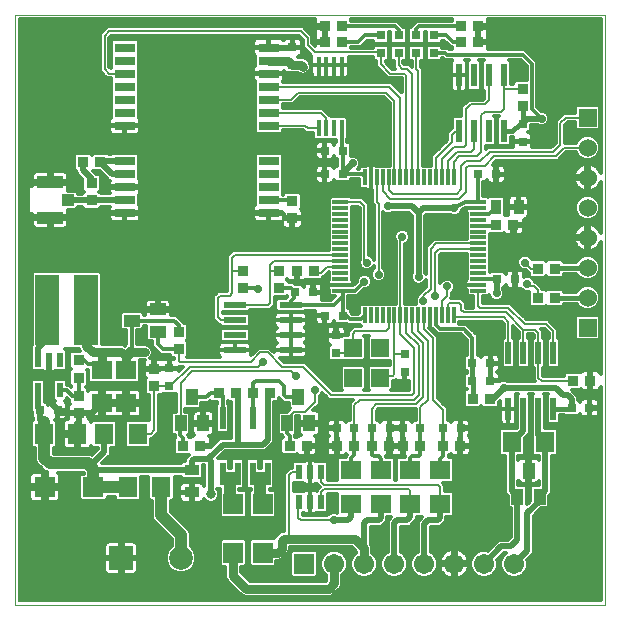
<source format=gtl>
G75*
%MOIN*%
%OFA0B0*%
%FSLAX25Y25*%
%IPPOS*%
%LPD*%
%AMOC8*
5,1,8,0,0,1.08239X$1,22.5*
%
%ADD10C,0.00000*%
%ADD11R,0.07087X0.03150*%
%ADD12R,0.07087X0.06299*%
%ADD13R,0.03150X0.03150*%
%ADD14R,0.05118X0.03543*%
%ADD15R,0.06299X0.07087*%
%ADD16R,0.03543X0.05118*%
%ADD17R,0.01339X0.05315*%
%ADD18R,0.05315X0.01339*%
%ADD19R,0.05512X0.03937*%
%ADD20R,0.02200X0.07800*%
%ADD21R,0.07800X0.02200*%
%ADD22R,0.01700X0.05600*%
%ADD23R,0.06299X0.07098*%
%ADD24R,0.05906X0.06299*%
%ADD25R,0.03740X0.03740*%
%ADD26R,0.02200X0.05000*%
%ADD27R,0.07098X0.06299*%
%ADD28R,0.06693X0.07087*%
%ADD29R,0.07087X0.06693*%
%ADD30R,0.03937X0.05512*%
%ADD31R,0.02362X0.04921*%
%ADD32R,0.06750X0.06750*%
%ADD33C,0.06750*%
%ADD34R,0.04134X0.03937*%
%ADD35R,0.08661X0.04134*%
%ADD36R,0.06000X0.06000*%
%ADD37C,0.06000*%
%ADD38R,0.07874X0.07874*%
%ADD39C,0.07874*%
%ADD40R,0.21457X0.21457*%
%ADD41R,0.07874X0.23622*%
%ADD42C,0.02165*%
%ADD43C,0.01575*%
%ADD44C,0.01969*%
%ADD45C,0.01181*%
%ADD46C,0.02775*%
%ADD47C,0.02953*%
%ADD48C,0.03937*%
%ADD49C,0.02756*%
%ADD50C,0.03169*%
%ADD51C,0.00787*%
D10*
X0000000Y0000000D02*
X0000000Y0196850D01*
X0196850Y0196850D01*
X0196850Y0000000D01*
X0000000Y0000000D01*
D11*
X0036654Y0130748D03*
X0036654Y0135079D03*
X0036654Y0139409D03*
X0036654Y0143740D03*
X0036654Y0148071D03*
X0036654Y0159882D03*
X0036654Y0164213D03*
X0036654Y0168543D03*
X0036654Y0172874D03*
X0036654Y0177205D03*
X0036654Y0181535D03*
X0036654Y0185866D03*
X0084685Y0185866D03*
X0084685Y0181535D03*
X0084685Y0177205D03*
X0084685Y0172874D03*
X0084685Y0168543D03*
X0084685Y0164213D03*
X0084685Y0159882D03*
X0084685Y0148071D03*
X0084685Y0143740D03*
X0084685Y0139409D03*
X0084685Y0135079D03*
X0084685Y0130748D03*
D12*
X0037008Y0078346D03*
X0029134Y0078346D03*
X0029134Y0067323D03*
X0037008Y0067323D03*
D13*
X0051575Y0073031D03*
X0051575Y0078937D03*
X0014370Y0064961D03*
X0008465Y0064961D03*
X0093504Y0104331D03*
X0099409Y0104331D03*
X0103346Y0096457D03*
X0109252Y0096457D03*
X0107087Y0089961D03*
X0107087Y0084055D03*
X0129921Y0083661D03*
X0129921Y0077756D03*
X0129331Y0059055D03*
X0125000Y0059055D03*
X0119094Y0059055D03*
X0113189Y0059055D03*
X0107283Y0059055D03*
X0135236Y0059055D03*
X0142717Y0059055D03*
X0148622Y0059055D03*
X0152559Y0074803D03*
X0158465Y0074803D03*
X0158465Y0080709D03*
X0152559Y0080709D03*
X0160827Y0108661D03*
X0166732Y0108661D03*
X0160433Y0143701D03*
X0154528Y0143701D03*
X0169291Y0154528D03*
X0169291Y0160433D03*
X0139764Y0184055D03*
X0133858Y0184055D03*
X0127953Y0184055D03*
X0127953Y0189961D03*
X0133858Y0189961D03*
X0139764Y0189961D03*
X0122047Y0189961D03*
X0122047Y0184055D03*
X0092520Y0186024D03*
X0092520Y0180118D03*
X0103346Y0151575D03*
X0109252Y0151575D03*
X0109252Y0143701D03*
X0103346Y0143701D03*
X0185630Y0065748D03*
X0191535Y0065748D03*
D14*
X0059055Y0045079D03*
X0059055Y0037598D03*
D15*
X0020866Y0057087D03*
X0009843Y0057087D03*
D16*
X0160433Y0132677D03*
X0167913Y0132677D03*
D17*
X0146260Y0142579D03*
X0144291Y0142579D03*
X0142323Y0142579D03*
X0140354Y0142579D03*
X0138386Y0142579D03*
X0136417Y0142579D03*
X0134449Y0142579D03*
X0132480Y0142579D03*
X0130512Y0142579D03*
X0128543Y0142579D03*
X0126575Y0142579D03*
X0124606Y0142579D03*
X0122638Y0142579D03*
X0120669Y0142579D03*
X0118701Y0142579D03*
X0116732Y0142579D03*
X0116732Y0096713D03*
X0118701Y0096713D03*
X0120669Y0096713D03*
X0122638Y0096713D03*
X0124606Y0096713D03*
X0126575Y0096713D03*
X0128543Y0096713D03*
X0130512Y0096713D03*
X0132480Y0096713D03*
X0134449Y0096713D03*
X0136417Y0096713D03*
X0138386Y0096713D03*
X0140354Y0096713D03*
X0142323Y0096713D03*
X0144291Y0096713D03*
X0146260Y0096713D03*
D18*
X0154429Y0104882D03*
X0154429Y0106850D03*
X0154429Y0108819D03*
X0154429Y0110787D03*
X0154429Y0112756D03*
X0154429Y0114724D03*
X0154429Y0116693D03*
X0154429Y0118661D03*
X0154429Y0120630D03*
X0154429Y0122598D03*
X0154429Y0124567D03*
X0154429Y0126535D03*
X0154429Y0128504D03*
X0154429Y0130472D03*
X0154429Y0132441D03*
X0154429Y0134409D03*
X0108563Y0134409D03*
X0108563Y0132441D03*
X0108563Y0130472D03*
X0108563Y0128504D03*
X0108563Y0126535D03*
X0108563Y0124567D03*
X0108563Y0122598D03*
X0108563Y0120630D03*
X0108563Y0118661D03*
X0108563Y0116693D03*
X0108563Y0114724D03*
X0108563Y0112756D03*
X0108563Y0110787D03*
X0108563Y0108819D03*
X0108563Y0106850D03*
X0108563Y0104882D03*
D19*
X0047638Y0098622D03*
X0047638Y0091142D03*
X0038976Y0094882D03*
D20*
X0069272Y0062450D03*
X0074272Y0062450D03*
X0079272Y0062450D03*
X0084272Y0062450D03*
X0084272Y0043850D03*
X0079272Y0043850D03*
X0074272Y0043850D03*
X0069272Y0043850D03*
X0164547Y0065503D03*
X0169547Y0065503D03*
X0174547Y0065503D03*
X0179547Y0065503D03*
X0179547Y0084103D03*
X0174547Y0084103D03*
X0169547Y0084103D03*
X0164547Y0084103D03*
X0163012Y0158023D03*
X0158012Y0158023D03*
X0153012Y0158023D03*
X0148012Y0158023D03*
X0148012Y0176623D03*
X0153012Y0176623D03*
X0158012Y0176623D03*
X0163012Y0176623D03*
D21*
X0091977Y0100020D03*
X0091977Y0095020D03*
X0091977Y0090020D03*
X0091977Y0085020D03*
X0073377Y0085020D03*
X0073377Y0090020D03*
X0073377Y0095020D03*
X0073377Y0100020D03*
D22*
X0101318Y0159038D03*
X0103818Y0159038D03*
X0106418Y0159038D03*
X0108918Y0159038D03*
X0108918Y0180175D03*
X0106418Y0180175D03*
X0103818Y0180175D03*
X0101318Y0180175D03*
D23*
X0041031Y0057087D03*
X0029835Y0057087D03*
X0037709Y0039370D03*
X0048906Y0039370D03*
X0165661Y0054331D03*
X0176858Y0054331D03*
D24*
X0121850Y0075787D03*
X0112795Y0075787D03*
X0112795Y0085630D03*
X0121850Y0085630D03*
D25*
X0099705Y0111417D03*
X0093996Y0111417D03*
X0088189Y0111516D03*
X0088189Y0105807D03*
X0075984Y0105807D03*
X0075984Y0111516D03*
X0092520Y0129035D03*
X0092520Y0134744D03*
X0054724Y0091043D03*
X0054724Y0085335D03*
X0046457Y0078839D03*
X0046457Y0073130D03*
X0068012Y0070866D03*
X0073720Y0070866D03*
X0079429Y0070866D03*
X0085138Y0070866D03*
X0091634Y0053150D03*
X0097343Y0053150D03*
X0107382Y0053150D03*
X0113091Y0053150D03*
X0119193Y0053150D03*
X0124902Y0053150D03*
X0129429Y0053150D03*
X0135138Y0053150D03*
X0142815Y0053150D03*
X0148524Y0053150D03*
X0152657Y0068898D03*
X0158366Y0068898D03*
X0186122Y0074803D03*
X0191831Y0074803D03*
X0180020Y0102362D03*
X0174311Y0102362D03*
X0174311Y0112205D03*
X0180020Y0112205D03*
X0166240Y0126772D03*
X0160531Y0126772D03*
X0169291Y0166437D03*
X0169291Y0172146D03*
X0154429Y0187795D03*
X0154429Y0192913D03*
X0148720Y0192913D03*
X0148720Y0187795D03*
X0109154Y0187795D03*
X0109154Y0192913D03*
X0103445Y0192913D03*
X0103445Y0187795D03*
X0028445Y0147638D03*
X0022736Y0147638D03*
X0025591Y0140650D03*
X0025591Y0134941D03*
X0021260Y0081594D03*
X0021260Y0075886D03*
X0021260Y0069783D03*
X0021260Y0064075D03*
X0056201Y0053150D03*
X0061909Y0053150D03*
D26*
X0015117Y0071672D03*
X0007717Y0071672D03*
X0007717Y0081872D03*
X0011417Y0081872D03*
X0015117Y0081872D03*
D27*
X0112205Y0044969D03*
X0122047Y0044969D03*
X0131890Y0044969D03*
X0141732Y0044969D03*
X0141732Y0033772D03*
X0131890Y0033772D03*
X0122047Y0033772D03*
X0112205Y0033772D03*
D28*
X0082677Y0033661D03*
X0072835Y0033661D03*
X0072835Y0017520D03*
X0082677Y0017520D03*
D29*
X0026181Y0039370D03*
X0010039Y0039370D03*
D30*
X0055315Y0060630D03*
X0062795Y0060630D03*
X0059055Y0069291D03*
X0090748Y0060630D03*
X0098228Y0060630D03*
X0094488Y0069291D03*
X0167520Y0036220D03*
X0175000Y0036220D03*
X0171260Y0044882D03*
D31*
X0102165Y0044291D03*
X0098425Y0044291D03*
X0094685Y0044291D03*
X0094685Y0034449D03*
X0098425Y0034449D03*
X0102165Y0034449D03*
D32*
X0096457Y0013780D03*
D33*
X0106457Y0013780D03*
X0116457Y0013780D03*
X0126457Y0013780D03*
X0136457Y0013780D03*
X0146457Y0013780D03*
X0156457Y0013780D03*
X0166457Y0013780D03*
D34*
X0017815Y0135039D03*
D35*
X0011811Y0129134D03*
X0011811Y0140945D03*
D36*
X0190945Y0162520D03*
X0190945Y0092520D03*
D37*
X0190945Y0102520D03*
X0190945Y0112520D03*
X0190945Y0122520D03*
X0190945Y0132520D03*
X0190945Y0142520D03*
X0190945Y0152520D03*
D38*
X0035433Y0015748D03*
D39*
X0055433Y0015748D03*
D40*
X0011811Y0011811D03*
X0185039Y0011811D03*
X0185039Y0185039D03*
X0011811Y0185039D03*
D41*
X0010827Y0098425D03*
X0023819Y0098425D03*
D42*
X0010827Y0098425D02*
X0010236Y0097835D01*
X0010236Y0088189D01*
X0007717Y0085670D01*
X0007717Y0081872D01*
X0007717Y0071672D02*
X0007717Y0065708D01*
X0008465Y0064961D01*
X0008465Y0062402D01*
X0008661Y0062205D01*
X0029134Y0078346D02*
X0029134Y0079528D01*
X0035433Y0084252D02*
X0036220Y0083465D01*
X0037008Y0082677D01*
D43*
X0069272Y0043850D02*
X0071654Y0043850D01*
X0074272Y0043850D01*
X0079272Y0043850D02*
X0079528Y0043594D01*
X0079528Y0043307D01*
X0080070Y0043850D01*
X0081890Y0043850D01*
X0084272Y0043850D01*
X0152657Y0068898D02*
X0152657Y0074705D01*
X0152559Y0074803D01*
X0152559Y0080709D01*
X0179547Y0065503D02*
X0185385Y0065503D01*
X0185630Y0065748D01*
X0180315Y0102362D02*
X0180020Y0102362D01*
X0180315Y0102362D02*
X0180472Y0102520D01*
X0190945Y0102520D01*
X0190945Y0112520D02*
X0180335Y0112520D01*
X0180020Y0112205D01*
X0165897Y0158023D02*
X0163012Y0158023D01*
X0165897Y0158023D02*
X0168307Y0160433D01*
X0169291Y0160433D01*
X0169291Y0160630D01*
X0169291Y0166437D01*
X0092520Y0186024D02*
X0092362Y0185866D01*
X0084685Y0185866D01*
X0084685Y0130748D02*
X0088937Y0130748D01*
X0090551Y0129134D01*
X0092421Y0129134D01*
X0092520Y0129035D01*
D44*
X0109449Y0143307D02*
X0109449Y0143701D01*
X0109449Y0144094D01*
X0112598Y0147244D01*
X0124409Y0133071D02*
X0132283Y0133071D01*
X0134646Y0130709D01*
X0136220Y0132283D01*
X0146457Y0132283D01*
X0134646Y0130709D02*
X0134646Y0109449D01*
X0160630Y0108465D02*
X0160630Y0103937D01*
X0160630Y0108465D02*
X0160827Y0108661D01*
X0162992Y0072441D02*
X0180315Y0072441D01*
X0182677Y0070079D01*
X0184252Y0070079D01*
X0185630Y0068701D01*
X0185630Y0065748D01*
X0174547Y0065503D02*
X0174547Y0056642D01*
X0176858Y0054331D01*
X0176858Y0038079D01*
X0175000Y0036220D01*
X0175000Y0034843D01*
X0170866Y0030709D01*
X0170866Y0018110D01*
X0166535Y0013780D01*
X0166457Y0013780D01*
X0165354Y0019685D02*
X0162205Y0019685D01*
X0156693Y0014173D01*
X0156693Y0014016D01*
X0156457Y0013780D01*
X0165354Y0019685D02*
X0167520Y0021850D01*
X0167520Y0036220D01*
X0165661Y0038079D01*
X0165661Y0054331D01*
X0169547Y0058217D01*
X0169547Y0065503D01*
X0162992Y0072441D02*
X0159449Y0068898D01*
X0158366Y0068898D01*
X0141732Y0033772D02*
X0141732Y0029134D01*
X0140945Y0028346D01*
X0137795Y0028346D01*
X0136457Y0027008D01*
X0136457Y0013780D01*
X0126457Y0013780D02*
X0126457Y0027244D01*
X0127559Y0028346D01*
X0130709Y0028346D01*
X0131890Y0029528D01*
X0131890Y0033772D01*
X0122047Y0033772D02*
X0122047Y0029134D01*
X0121260Y0028346D01*
X0117323Y0028346D01*
X0116457Y0027480D01*
X0116457Y0013780D01*
X0111024Y0028346D02*
X0106299Y0028346D01*
X0111024Y0028346D02*
X0112205Y0029528D01*
X0112205Y0033772D01*
X0084272Y0055138D02*
X0084272Y0062450D01*
X0084272Y0070000D01*
X0085138Y0070866D01*
X0074272Y0069823D02*
X0074272Y0062450D01*
X0074272Y0053799D01*
X0074016Y0053543D01*
X0082677Y0053543D01*
X0084272Y0055138D01*
X0074016Y0053543D02*
X0069291Y0053543D01*
X0064567Y0048819D01*
X0065354Y0048031D01*
X0065354Y0037008D01*
X0059055Y0045079D02*
X0059055Y0048031D01*
X0059843Y0048819D01*
X0064567Y0048819D01*
X0059055Y0045079D02*
X0026181Y0045079D01*
X0025984Y0044882D01*
X0025984Y0045669D01*
X0025197Y0046457D01*
X0029835Y0051094D01*
X0029835Y0057087D01*
X0025886Y0064075D02*
X0021260Y0064075D01*
X0021260Y0057480D01*
X0020866Y0057087D01*
X0021260Y0064075D02*
X0015256Y0064075D01*
X0014370Y0064961D01*
X0011417Y0067913D01*
X0011417Y0081872D01*
X0029134Y0067323D02*
X0025886Y0064075D01*
X0029134Y0067323D02*
X0037008Y0067323D01*
X0073228Y0070866D02*
X0073720Y0070866D01*
X0073228Y0070866D02*
X0074272Y0069823D01*
X0036654Y0135079D02*
X0025728Y0135079D01*
X0025591Y0134941D01*
X0017913Y0134941D01*
X0017815Y0135039D01*
X0025591Y0140650D02*
X0025591Y0142126D01*
X0022736Y0144980D01*
X0022736Y0147638D01*
X0028445Y0147638D02*
X0028878Y0148071D01*
X0036654Y0148071D01*
X0036654Y0143740D02*
X0032343Y0143740D01*
X0028445Y0147638D01*
X0169291Y0160630D02*
X0170866Y0162205D01*
X0175591Y0162205D01*
D45*
X0172441Y0165354D01*
X0172441Y0180315D01*
X0169291Y0183465D01*
X0144094Y0183465D01*
X0143504Y0184055D01*
X0139764Y0184055D01*
X0136998Y0184020D02*
X0136624Y0184020D01*
X0136624Y0185199D02*
X0136998Y0185199D01*
X0136998Y0186123D02*
X0136998Y0181987D01*
X0137696Y0181290D01*
X0141832Y0181290D01*
X0142529Y0181987D01*
X0142529Y0182274D01*
X0142766Y0182274D01*
X0143357Y0181683D01*
X0145823Y0181683D01*
X0145639Y0181499D01*
X0145430Y0181137D01*
X0145321Y0180732D01*
X0145321Y0176623D01*
X0148012Y0176623D01*
X0150702Y0176623D01*
X0150702Y0180732D01*
X0150594Y0181137D01*
X0150385Y0181499D01*
X0150201Y0181683D01*
X0151389Y0181683D01*
X0150721Y0181016D01*
X0150721Y0172230D01*
X0151419Y0171532D01*
X0154605Y0171532D01*
X0155302Y0172230D01*
X0155302Y0181016D01*
X0154635Y0181683D01*
X0156389Y0181683D01*
X0155721Y0181016D01*
X0155721Y0172230D01*
X0156419Y0171532D01*
X0156428Y0171532D01*
X0156428Y0168904D01*
X0156037Y0168513D01*
X0151312Y0168513D01*
X0150384Y0167585D01*
X0148809Y0166011D01*
X0148809Y0163113D01*
X0146419Y0163113D01*
X0145721Y0162416D01*
X0145721Y0158985D01*
X0145415Y0158679D01*
X0144085Y0157349D01*
X0144085Y0154987D01*
X0138770Y0149672D01*
X0138770Y0146427D01*
X0136033Y0146427D01*
X0136033Y0178806D01*
X0135443Y0179396D01*
X0135443Y0181290D01*
X0135926Y0181290D01*
X0136624Y0181987D01*
X0136624Y0186123D01*
X0135926Y0186820D01*
X0131790Y0186820D01*
X0131093Y0186123D01*
X0131093Y0181987D01*
X0131790Y0181290D01*
X0132274Y0181290D01*
X0132274Y0179415D01*
X0131365Y0180324D01*
X0129790Y0180324D01*
X0129537Y0180577D01*
X0129537Y0181290D01*
X0130021Y0181290D01*
X0130718Y0181987D01*
X0130718Y0186123D01*
X0130021Y0186820D01*
X0125885Y0186820D01*
X0125187Y0186123D01*
X0125187Y0181987D01*
X0125885Y0181290D01*
X0126369Y0181290D01*
X0126369Y0179265D01*
X0126884Y0178750D01*
X0125853Y0178750D01*
X0123631Y0180971D01*
X0123631Y0181290D01*
X0124115Y0181290D01*
X0124813Y0181987D01*
X0124813Y0186123D01*
X0124115Y0186820D01*
X0119979Y0186820D01*
X0119282Y0186123D01*
X0119282Y0185836D01*
X0112214Y0185836D01*
X0112214Y0186014D01*
X0115305Y0186014D01*
X0117470Y0188180D01*
X0119282Y0188180D01*
X0119282Y0187893D01*
X0119979Y0187195D01*
X0124115Y0187195D01*
X0124813Y0187893D01*
X0124813Y0191132D01*
X0125187Y0191132D01*
X0125187Y0187893D01*
X0125885Y0187195D01*
X0130021Y0187195D01*
X0130718Y0187893D01*
X0130718Y0192029D01*
X0130021Y0192726D01*
X0129478Y0192726D01*
X0127509Y0194694D01*
X0112214Y0194694D01*
X0112214Y0195260D01*
X0145660Y0195260D01*
X0145660Y0194694D01*
X0133908Y0194694D01*
X0132077Y0192864D01*
X0132077Y0192726D01*
X0131790Y0192726D01*
X0131093Y0192029D01*
X0131093Y0187893D01*
X0131790Y0187195D01*
X0135926Y0187195D01*
X0136624Y0187893D01*
X0136624Y0191132D01*
X0136998Y0191132D01*
X0136998Y0187893D01*
X0137696Y0187195D01*
X0141832Y0187195D01*
X0142529Y0187893D01*
X0142529Y0188180D01*
X0143160Y0188180D01*
X0145325Y0186014D01*
X0145660Y0186014D01*
X0145660Y0185432D01*
X0145846Y0185246D01*
X0144832Y0185246D01*
X0144242Y0185836D01*
X0142529Y0185836D01*
X0142529Y0186123D01*
X0141832Y0186820D01*
X0137696Y0186820D01*
X0136998Y0186123D01*
X0137254Y0186379D02*
X0136368Y0186379D01*
X0136290Y0187559D02*
X0137333Y0187559D01*
X0136998Y0188738D02*
X0136624Y0188738D01*
X0136624Y0189918D02*
X0136998Y0189918D01*
X0136998Y0191097D02*
X0136624Y0191097D01*
X0134646Y0192913D02*
X0133858Y0192126D01*
X0133858Y0189961D01*
X0134646Y0192913D02*
X0148720Y0192913D01*
X0148720Y0187795D02*
X0146063Y0187795D01*
X0143898Y0189961D01*
X0139764Y0189961D01*
X0142195Y0187559D02*
X0143781Y0187559D01*
X0144960Y0186379D02*
X0142273Y0186379D01*
X0142202Y0181661D02*
X0145800Y0181661D01*
X0145321Y0180481D02*
X0135443Y0180481D01*
X0135538Y0179301D02*
X0145321Y0179301D01*
X0145321Y0178122D02*
X0136033Y0178122D01*
X0136033Y0176942D02*
X0145321Y0176942D01*
X0145321Y0176623D02*
X0145321Y0172513D01*
X0145430Y0172109D01*
X0145639Y0171746D01*
X0145935Y0171450D01*
X0146298Y0171241D01*
X0146702Y0171132D01*
X0148012Y0171132D01*
X0149321Y0171132D01*
X0149726Y0171241D01*
X0150088Y0171450D01*
X0150385Y0171746D01*
X0150594Y0172109D01*
X0150702Y0172513D01*
X0150702Y0176623D01*
X0148012Y0176623D01*
X0148012Y0176623D01*
X0148012Y0171132D01*
X0148012Y0176623D01*
X0148012Y0176623D01*
X0148012Y0176623D01*
X0145321Y0176623D01*
X0145321Y0175762D02*
X0136033Y0175762D01*
X0136033Y0174583D02*
X0145321Y0174583D01*
X0145321Y0173403D02*
X0136033Y0173403D01*
X0136033Y0172224D02*
X0145399Y0172224D01*
X0148012Y0172224D02*
X0148012Y0172224D01*
X0148012Y0173403D02*
X0148012Y0173403D01*
X0148012Y0174583D02*
X0148012Y0174583D01*
X0148012Y0175762D02*
X0148012Y0175762D01*
X0150702Y0175762D02*
X0150721Y0175762D01*
X0150702Y0174583D02*
X0150721Y0174583D01*
X0150702Y0173403D02*
X0150721Y0173403D01*
X0150727Y0172224D02*
X0150625Y0172224D01*
X0155296Y0172224D02*
X0155727Y0172224D01*
X0155721Y0173403D02*
X0155302Y0173403D01*
X0155302Y0174583D02*
X0155721Y0174583D01*
X0155721Y0175762D02*
X0155302Y0175762D01*
X0155302Y0176942D02*
X0155721Y0176942D01*
X0155721Y0178122D02*
X0155302Y0178122D01*
X0155302Y0179301D02*
X0155721Y0179301D01*
X0155721Y0180481D02*
X0155302Y0180481D01*
X0154658Y0181661D02*
X0156366Y0181661D01*
X0157743Y0185246D02*
X0157781Y0185311D01*
X0157890Y0185716D01*
X0157890Y0187451D01*
X0154774Y0187451D01*
X0154774Y0188140D01*
X0157890Y0188140D01*
X0157890Y0189875D01*
X0157781Y0190279D01*
X0157738Y0190354D01*
X0157781Y0190429D01*
X0157890Y0190834D01*
X0157890Y0192569D01*
X0154774Y0192569D01*
X0154774Y0193258D01*
X0157890Y0193258D01*
X0157890Y0194993D01*
X0157818Y0195260D01*
X0195260Y0195260D01*
X0195260Y0144095D01*
X0195199Y0144282D01*
X0194871Y0144926D01*
X0194446Y0145510D01*
X0193935Y0146021D01*
X0193351Y0146446D01*
X0192707Y0146774D01*
X0192020Y0146997D01*
X0191354Y0147103D01*
X0191354Y0142929D01*
X0190535Y0142929D01*
X0190535Y0142110D01*
X0186362Y0142110D01*
X0186467Y0141445D01*
X0186691Y0140758D01*
X0187019Y0140114D01*
X0187443Y0139529D01*
X0187954Y0139018D01*
X0188539Y0138593D01*
X0189183Y0138265D01*
X0189870Y0138042D01*
X0190535Y0137937D01*
X0190535Y0142110D01*
X0191354Y0142110D01*
X0191354Y0137937D01*
X0192020Y0138042D01*
X0192707Y0138265D01*
X0193351Y0138593D01*
X0193935Y0139018D01*
X0194446Y0139529D01*
X0194871Y0140114D01*
X0195199Y0140758D01*
X0195260Y0140944D01*
X0195260Y0124095D01*
X0195199Y0124282D01*
X0194871Y0124926D01*
X0194446Y0125510D01*
X0193935Y0126021D01*
X0193351Y0126446D01*
X0192707Y0126774D01*
X0192020Y0126997D01*
X0191354Y0127103D01*
X0191354Y0122929D01*
X0190535Y0122929D01*
X0190535Y0122110D01*
X0186362Y0122110D01*
X0186467Y0121445D01*
X0186691Y0120758D01*
X0187019Y0120114D01*
X0187443Y0119529D01*
X0187954Y0119018D01*
X0188539Y0118593D01*
X0189183Y0118265D01*
X0189870Y0118042D01*
X0190535Y0117937D01*
X0190535Y0122110D01*
X0191354Y0122110D01*
X0191354Y0117937D01*
X0192020Y0118042D01*
X0192707Y0118265D01*
X0193351Y0118593D01*
X0193935Y0119018D01*
X0194446Y0119529D01*
X0194871Y0120114D01*
X0195199Y0120758D01*
X0195260Y0120944D01*
X0195260Y0077000D01*
X0195183Y0077287D01*
X0194974Y0077650D01*
X0194677Y0077946D01*
X0194315Y0078155D01*
X0193910Y0078264D01*
X0192175Y0078264D01*
X0192175Y0075148D01*
X0191486Y0075148D01*
X0191486Y0078264D01*
X0189751Y0078264D01*
X0189347Y0078155D01*
X0188984Y0077946D01*
X0188694Y0077655D01*
X0188485Y0077864D01*
X0183759Y0077864D01*
X0183061Y0077166D01*
X0183061Y0076387D01*
X0176247Y0076387D01*
X0176131Y0076503D01*
X0176131Y0079013D01*
X0176140Y0079013D01*
X0176838Y0079710D01*
X0176838Y0088496D01*
X0176140Y0089194D01*
X0176131Y0089194D01*
X0176131Y0091463D01*
X0175478Y0092117D01*
X0176509Y0092117D01*
X0177963Y0090663D01*
X0177963Y0089194D01*
X0177954Y0089194D01*
X0177257Y0088496D01*
X0177257Y0079710D01*
X0177954Y0079013D01*
X0181140Y0079013D01*
X0181838Y0079710D01*
X0181838Y0088496D01*
X0181140Y0089194D01*
X0181131Y0089194D01*
X0181131Y0091975D01*
X0180203Y0092903D01*
X0177822Y0095285D01*
X0170735Y0095285D01*
X0165223Y0100797D01*
X0156013Y0100797D01*
X0156013Y0103022D01*
X0157580Y0103022D01*
X0158052Y0103494D01*
X0158052Y0103424D01*
X0158444Y0102477D01*
X0159170Y0101752D01*
X0160117Y0101359D01*
X0161143Y0101359D01*
X0162090Y0101752D01*
X0162815Y0102477D01*
X0163208Y0103424D01*
X0163208Y0104450D01*
X0162815Y0105397D01*
X0162805Y0105408D01*
X0162805Y0105896D01*
X0162895Y0105896D01*
X0163592Y0106593D01*
X0163592Y0106783D01*
X0163675Y0106473D01*
X0163885Y0106110D01*
X0164181Y0105814D01*
X0164544Y0105604D01*
X0164948Y0105496D01*
X0166535Y0105496D01*
X0166535Y0108464D01*
X0166929Y0108464D01*
X0166929Y0105496D01*
X0168516Y0105496D01*
X0168749Y0105558D01*
X0169406Y0104901D01*
X0170353Y0104509D01*
X0171250Y0104509D01*
X0171250Y0099999D01*
X0171948Y0099302D01*
X0176674Y0099302D01*
X0177165Y0099793D01*
X0177656Y0099302D01*
X0182383Y0099302D01*
X0183080Y0099999D01*
X0183080Y0100542D01*
X0187228Y0100542D01*
X0187392Y0100146D01*
X0188571Y0098967D01*
X0190111Y0098329D01*
X0191778Y0098329D01*
X0193319Y0098967D01*
X0194497Y0100146D01*
X0195135Y0101686D01*
X0195135Y0103353D01*
X0194497Y0104893D01*
X0193319Y0106072D01*
X0191778Y0106710D01*
X0190111Y0106710D01*
X0188571Y0106072D01*
X0187392Y0104893D01*
X0187228Y0104498D01*
X0183080Y0104498D01*
X0183080Y0104725D01*
X0182383Y0105423D01*
X0177656Y0105423D01*
X0177165Y0104932D01*
X0176674Y0105423D01*
X0175895Y0105423D01*
X0175895Y0105873D01*
X0173885Y0107883D01*
X0173326Y0107883D01*
X0173052Y0108547D01*
X0172454Y0109144D01*
X0176674Y0109144D01*
X0177165Y0109635D01*
X0177656Y0109144D01*
X0182383Y0109144D01*
X0183080Y0109841D01*
X0183080Y0110542D01*
X0187228Y0110542D01*
X0187392Y0110146D01*
X0188571Y0108967D01*
X0190111Y0108329D01*
X0191778Y0108329D01*
X0193319Y0108967D01*
X0194497Y0110146D01*
X0195135Y0111686D01*
X0195135Y0113353D01*
X0194497Y0114893D01*
X0193319Y0116072D01*
X0191778Y0116710D01*
X0190111Y0116710D01*
X0188571Y0116072D01*
X0187392Y0114893D01*
X0187228Y0114498D01*
X0183080Y0114498D01*
X0183080Y0114568D01*
X0182383Y0115265D01*
X0177656Y0115265D01*
X0177165Y0114774D01*
X0176674Y0115265D01*
X0172417Y0115265D01*
X0172264Y0115634D01*
X0171539Y0116359D01*
X0170592Y0116751D01*
X0169566Y0116751D01*
X0168618Y0116359D01*
X0167893Y0115634D01*
X0167501Y0114686D01*
X0167501Y0113660D01*
X0167893Y0112713D01*
X0168618Y0111988D01*
X0169566Y0111595D01*
X0170416Y0111595D01*
X0170463Y0111548D01*
X0171250Y0110761D01*
X0171250Y0109841D01*
X0171462Y0109630D01*
X0171379Y0109665D01*
X0170353Y0109665D01*
X0169898Y0109476D01*
X0169898Y0110446D01*
X0169789Y0110850D01*
X0169580Y0111213D01*
X0169284Y0111509D01*
X0168921Y0111718D01*
X0168516Y0111827D01*
X0166929Y0111827D01*
X0166929Y0108858D01*
X0166535Y0108858D01*
X0166535Y0111827D01*
X0164948Y0111827D01*
X0164544Y0111718D01*
X0164181Y0111509D01*
X0163885Y0111213D01*
X0163675Y0110850D01*
X0163592Y0110540D01*
X0163592Y0110729D01*
X0162895Y0111427D01*
X0158759Y0111427D01*
X0158277Y0110945D01*
X0158277Y0123711D01*
X0162895Y0123711D01*
X0163103Y0123919D01*
X0163393Y0123629D01*
X0163756Y0123419D01*
X0164161Y0123311D01*
X0165896Y0123311D01*
X0165896Y0126427D01*
X0166585Y0126427D01*
X0166585Y0127116D01*
X0169701Y0127116D01*
X0169701Y0128528D01*
X0169894Y0128528D01*
X0170299Y0128636D01*
X0170662Y0128845D01*
X0170958Y0129141D01*
X0171167Y0129504D01*
X0171276Y0129909D01*
X0171276Y0132382D01*
X0168209Y0132382D01*
X0168209Y0132972D01*
X0171276Y0132972D01*
X0171276Y0135446D01*
X0171167Y0135850D01*
X0170958Y0136213D01*
X0170662Y0136509D01*
X0170299Y0136718D01*
X0169894Y0136827D01*
X0168209Y0136827D01*
X0168209Y0132973D01*
X0167618Y0132973D01*
X0167618Y0136827D01*
X0165932Y0136827D01*
X0165528Y0136718D01*
X0165165Y0136509D01*
X0164869Y0136213D01*
X0164660Y0135850D01*
X0164551Y0135446D01*
X0164551Y0132972D01*
X0167618Y0132972D01*
X0167618Y0132382D01*
X0164551Y0132382D01*
X0164551Y0130232D01*
X0164161Y0130232D01*
X0163756Y0130124D01*
X0163395Y0129916D01*
X0163395Y0135729D01*
X0162698Y0136427D01*
X0158168Y0136427D01*
X0157795Y0136054D01*
X0157580Y0136269D01*
X0156210Y0136269D01*
X0156210Y0140935D01*
X0156595Y0140935D01*
X0157293Y0141633D01*
X0157293Y0141823D01*
X0157376Y0141512D01*
X0157586Y0141149D01*
X0157882Y0140853D01*
X0158244Y0140644D01*
X0158649Y0140535D01*
X0160236Y0140535D01*
X0160236Y0143504D01*
X0160630Y0143504D01*
X0160630Y0143898D01*
X0160236Y0143898D01*
X0160236Y0146866D01*
X0159343Y0146866D01*
X0160499Y0148022D01*
X0180971Y0148022D01*
X0183885Y0150935D01*
X0187065Y0150935D01*
X0187392Y0150146D01*
X0188571Y0148967D01*
X0190111Y0148329D01*
X0191778Y0148329D01*
X0193319Y0148967D01*
X0194497Y0150146D01*
X0195135Y0151686D01*
X0195135Y0153353D01*
X0194497Y0154893D01*
X0193319Y0156072D01*
X0191778Y0156710D01*
X0190111Y0156710D01*
X0188571Y0156072D01*
X0187392Y0154893D01*
X0187065Y0154104D01*
X0183474Y0154104D01*
X0183474Y0159974D01*
X0184436Y0160935D01*
X0186754Y0160935D01*
X0186754Y0159027D01*
X0187452Y0158329D01*
X0194438Y0158329D01*
X0195135Y0159027D01*
X0195135Y0166013D01*
X0194438Y0166710D01*
X0187452Y0166710D01*
X0186754Y0166013D01*
X0186754Y0164104D01*
X0183123Y0164104D01*
X0180306Y0161286D01*
X0180306Y0154200D01*
X0178871Y0152765D01*
X0172457Y0152765D01*
X0172457Y0154331D01*
X0169488Y0154331D01*
X0169488Y0154724D01*
X0172457Y0154724D01*
X0172457Y0156312D01*
X0172348Y0156716D01*
X0172139Y0157079D01*
X0171843Y0157375D01*
X0171480Y0157585D01*
X0171169Y0157668D01*
X0171359Y0157668D01*
X0172057Y0158365D01*
X0172057Y0160030D01*
X0174120Y0160030D01*
X0174130Y0160019D01*
X0175078Y0159627D01*
X0176103Y0159627D01*
X0177051Y0160019D01*
X0177776Y0160744D01*
X0178168Y0161692D01*
X0178168Y0162718D01*
X0177776Y0163665D01*
X0177051Y0164390D01*
X0176103Y0164783D01*
X0175531Y0164783D01*
X0174222Y0166092D01*
X0174222Y0181053D01*
X0173179Y0182096D01*
X0170029Y0185246D01*
X0157743Y0185246D01*
X0157890Y0186379D02*
X0195260Y0186379D01*
X0195260Y0187559D02*
X0154774Y0187559D01*
X0154774Y0188140D02*
X0154085Y0188140D01*
X0154085Y0189453D01*
X0154085Y0192569D01*
X0154774Y0192569D01*
X0154774Y0188140D01*
X0154774Y0188738D02*
X0154085Y0188738D01*
X0154085Y0189918D02*
X0154774Y0189918D01*
X0154774Y0191097D02*
X0154085Y0191097D01*
X0154085Y0192277D02*
X0154774Y0192277D01*
X0157890Y0192277D02*
X0195260Y0192277D01*
X0195260Y0191097D02*
X0157890Y0191097D01*
X0157878Y0189918D02*
X0195260Y0189918D01*
X0195260Y0188738D02*
X0157890Y0188738D01*
X0157890Y0193457D02*
X0195260Y0193457D01*
X0195260Y0194636D02*
X0157890Y0194636D01*
X0170075Y0185199D02*
X0195260Y0185199D01*
X0195260Y0184020D02*
X0171255Y0184020D01*
X0172435Y0182840D02*
X0195260Y0182840D01*
X0195260Y0181661D02*
X0173614Y0181661D01*
X0174222Y0180481D02*
X0195260Y0180481D01*
X0195260Y0179301D02*
X0174222Y0179301D01*
X0174222Y0178122D02*
X0195260Y0178122D01*
X0195260Y0176942D02*
X0174222Y0176942D01*
X0174222Y0175762D02*
X0195260Y0175762D01*
X0195260Y0174583D02*
X0174222Y0174583D01*
X0174222Y0173403D02*
X0195260Y0173403D01*
X0195260Y0172224D02*
X0174222Y0172224D01*
X0174222Y0171044D02*
X0195260Y0171044D01*
X0195260Y0169864D02*
X0174222Y0169864D01*
X0174222Y0168685D02*
X0195260Y0168685D01*
X0195260Y0167505D02*
X0174222Y0167505D01*
X0174222Y0166326D02*
X0187067Y0166326D01*
X0186754Y0165146D02*
X0175168Y0165146D01*
X0177475Y0163966D02*
X0182986Y0163966D01*
X0181806Y0162787D02*
X0178140Y0162787D01*
X0178133Y0161607D02*
X0180626Y0161607D01*
X0180306Y0160427D02*
X0177459Y0160427D01*
X0180306Y0159248D02*
X0172057Y0159248D01*
X0171760Y0158068D02*
X0180306Y0158068D01*
X0180306Y0156889D02*
X0172249Y0156889D01*
X0172457Y0155709D02*
X0180306Y0155709D01*
X0180306Y0154529D02*
X0169488Y0154529D01*
X0169094Y0154529D02*
X0165302Y0154529D01*
X0166126Y0154724D02*
X0169094Y0154724D01*
X0169094Y0154331D01*
X0166126Y0154331D01*
X0166126Y0152765D01*
X0157611Y0152765D01*
X0157084Y0152238D01*
X0157084Y0152932D01*
X0159605Y0152932D01*
X0160302Y0153630D01*
X0160302Y0162416D01*
X0159736Y0162983D01*
X0161288Y0162983D01*
X0160721Y0162416D01*
X0160721Y0153630D01*
X0161419Y0152932D01*
X0164605Y0152932D01*
X0165302Y0153630D01*
X0165302Y0156045D01*
X0166126Y0156045D01*
X0166126Y0154724D01*
X0166126Y0155709D02*
X0165302Y0155709D01*
X0165022Y0153350D02*
X0166126Y0153350D01*
X0161001Y0153350D02*
X0160022Y0153350D01*
X0160302Y0154529D02*
X0160721Y0154529D01*
X0160721Y0155709D02*
X0160302Y0155709D01*
X0160302Y0156889D02*
X0160721Y0156889D01*
X0160721Y0158068D02*
X0160302Y0158068D01*
X0160302Y0159248D02*
X0160721Y0159248D01*
X0160721Y0160427D02*
X0160302Y0160427D01*
X0160302Y0161607D02*
X0160721Y0161607D01*
X0161092Y0162787D02*
X0159932Y0162787D01*
X0156208Y0168685D02*
X0136033Y0168685D01*
X0136033Y0169864D02*
X0156428Y0169864D01*
X0156428Y0171044D02*
X0136033Y0171044D01*
X0136033Y0167505D02*
X0150304Y0167505D01*
X0149124Y0166326D02*
X0136033Y0166326D01*
X0136033Y0165146D02*
X0148809Y0165146D01*
X0148809Y0163966D02*
X0136033Y0163966D01*
X0136033Y0162787D02*
X0146092Y0162787D01*
X0145721Y0161607D02*
X0136033Y0161607D01*
X0136033Y0160427D02*
X0145721Y0160427D01*
X0145721Y0159248D02*
X0136033Y0159248D01*
X0136033Y0158068D02*
X0144804Y0158068D01*
X0144085Y0156889D02*
X0136033Y0156889D01*
X0136033Y0155709D02*
X0144085Y0155709D01*
X0143628Y0154529D02*
X0136033Y0154529D01*
X0136033Y0153350D02*
X0142448Y0153350D01*
X0141268Y0152170D02*
X0136033Y0152170D01*
X0136033Y0150991D02*
X0140089Y0150991D01*
X0138909Y0149811D02*
X0136033Y0149811D01*
X0136033Y0148631D02*
X0138770Y0148631D01*
X0138770Y0147452D02*
X0136033Y0147452D01*
X0124991Y0147452D02*
X0115176Y0147452D01*
X0115176Y0147757D02*
X0114784Y0148704D01*
X0114059Y0149430D01*
X0113111Y0149822D01*
X0112086Y0149822D01*
X0112017Y0149794D01*
X0112017Y0153643D01*
X0111320Y0154340D01*
X0110699Y0154340D01*
X0110699Y0155485D01*
X0110959Y0155745D01*
X0110959Y0162331D01*
X0110261Y0163028D01*
X0105354Y0163028D01*
X0103513Y0164869D01*
X0102585Y0165797D01*
X0089419Y0165797D01*
X0089419Y0166281D01*
X0089321Y0166378D01*
X0089419Y0166475D01*
X0089419Y0166959D01*
X0092822Y0166959D01*
X0095144Y0169282D01*
X0122966Y0169282D01*
X0124991Y0167257D01*
X0124991Y0146427D01*
X0120429Y0146427D01*
X0120347Y0146509D01*
X0119984Y0146718D01*
X0119579Y0146827D01*
X0118701Y0146827D01*
X0118701Y0142579D01*
X0118701Y0142579D01*
X0118701Y0146827D01*
X0117822Y0146827D01*
X0117418Y0146718D01*
X0117055Y0146509D01*
X0116973Y0146427D01*
X0115570Y0146427D01*
X0114872Y0145729D01*
X0114872Y0145482D01*
X0114482Y0145482D01*
X0114784Y0145784D01*
X0115176Y0146731D01*
X0115176Y0147757D01*
X0114814Y0148631D02*
X0124991Y0148631D01*
X0124991Y0149811D02*
X0113138Y0149811D01*
X0112059Y0149811D02*
X0112017Y0149811D01*
X0112017Y0150991D02*
X0124991Y0150991D01*
X0124991Y0152170D02*
X0112017Y0152170D01*
X0112017Y0153350D02*
X0124991Y0153350D01*
X0124991Y0154529D02*
X0110699Y0154529D01*
X0110923Y0155709D02*
X0124991Y0155709D01*
X0124991Y0156889D02*
X0110959Y0156889D01*
X0110959Y0158068D02*
X0124991Y0158068D01*
X0124991Y0159248D02*
X0110959Y0159248D01*
X0110959Y0160427D02*
X0124991Y0160427D01*
X0124991Y0161607D02*
X0110959Y0161607D01*
X0110503Y0162787D02*
X0124991Y0162787D01*
X0124991Y0163966D02*
X0104416Y0163966D01*
X0103236Y0165146D02*
X0124991Y0165146D01*
X0124991Y0166326D02*
X0089374Y0166326D01*
X0093368Y0167505D02*
X0124743Y0167505D01*
X0123563Y0168685D02*
X0094547Y0168685D01*
X0089419Y0174458D02*
X0089419Y0174571D01*
X0089501Y0174653D01*
X0089710Y0175016D01*
X0089819Y0175421D01*
X0089819Y0177008D01*
X0084882Y0177008D01*
X0084882Y0177402D01*
X0089819Y0177402D01*
X0089819Y0177986D01*
X0090452Y0177353D01*
X0094466Y0177353D01*
X0094552Y0177267D01*
X0095532Y0176861D01*
X0096593Y0176861D01*
X0097574Y0177267D01*
X0098324Y0178017D01*
X0098730Y0178997D01*
X0098730Y0180058D01*
X0098324Y0181038D01*
X0097733Y0181629D01*
X0096983Y0182379D01*
X0096003Y0182785D01*
X0094686Y0182785D01*
X0094588Y0182883D01*
X0094398Y0182883D01*
X0094708Y0182967D01*
X0095071Y0183176D01*
X0095367Y0183472D01*
X0095577Y0183835D01*
X0095685Y0184239D01*
X0095685Y0185827D01*
X0092717Y0185827D01*
X0092717Y0186220D01*
X0095685Y0186220D01*
X0095685Y0187808D01*
X0095577Y0188212D01*
X0095367Y0188575D01*
X0095071Y0188871D01*
X0094708Y0189081D01*
X0094304Y0189189D01*
X0092717Y0189189D01*
X0092717Y0186221D01*
X0092323Y0186221D01*
X0092323Y0189189D01*
X0090735Y0189189D01*
X0090331Y0189081D01*
X0089968Y0188871D01*
X0089672Y0188575D01*
X0089541Y0188348D01*
X0089501Y0188418D01*
X0089205Y0188714D01*
X0088842Y0188923D01*
X0088438Y0189031D01*
X0084882Y0189031D01*
X0084882Y0186063D01*
X0089819Y0186063D01*
X0089819Y0186220D01*
X0092323Y0186220D01*
X0092323Y0185827D01*
X0089354Y0185827D01*
X0089354Y0185669D01*
X0084882Y0185669D01*
X0084882Y0186063D01*
X0084488Y0186063D01*
X0084488Y0185669D01*
X0079551Y0185669D01*
X0079551Y0184082D01*
X0079660Y0183677D01*
X0079869Y0183315D01*
X0079951Y0183233D01*
X0079951Y0179838D01*
X0079869Y0179756D01*
X0079660Y0179393D01*
X0079551Y0178989D01*
X0079551Y0177402D01*
X0084488Y0177402D01*
X0084488Y0177008D01*
X0079551Y0177008D01*
X0079551Y0175421D01*
X0079660Y0175016D01*
X0079869Y0174653D01*
X0079951Y0174571D01*
X0079951Y0170806D01*
X0080049Y0170709D01*
X0079951Y0170611D01*
X0079951Y0166475D01*
X0080049Y0166378D01*
X0079951Y0166281D01*
X0079951Y0162145D01*
X0080049Y0162047D01*
X0079951Y0161950D01*
X0079951Y0157814D01*
X0080649Y0157117D01*
X0088721Y0157117D01*
X0089419Y0157814D01*
X0089419Y0158298D01*
X0096155Y0158298D01*
X0096982Y0157471D01*
X0099278Y0157471D01*
X0099278Y0155745D01*
X0099975Y0155047D01*
X0107137Y0155047D01*
X0107137Y0154293D01*
X0106487Y0153643D01*
X0106487Y0153453D01*
X0106403Y0153764D01*
X0106194Y0154126D01*
X0105898Y0154422D01*
X0105535Y0154632D01*
X0105131Y0154740D01*
X0103543Y0154740D01*
X0103543Y0151772D01*
X0103150Y0151772D01*
X0103150Y0154740D01*
X0101562Y0154740D01*
X0101158Y0154632D01*
X0100795Y0154422D01*
X0100499Y0154126D01*
X0100289Y0153764D01*
X0100181Y0153359D01*
X0100181Y0151772D01*
X0103150Y0151772D01*
X0103150Y0151378D01*
X0103543Y0151378D01*
X0103543Y0148409D01*
X0105131Y0148409D01*
X0105535Y0148518D01*
X0105898Y0148727D01*
X0106194Y0149023D01*
X0106403Y0149386D01*
X0106487Y0149697D01*
X0106487Y0149507D01*
X0107184Y0148809D01*
X0107471Y0148809D01*
X0107471Y0146466D01*
X0107184Y0146466D01*
X0106487Y0145769D01*
X0106487Y0145579D01*
X0106403Y0145890D01*
X0106194Y0146252D01*
X0105898Y0146548D01*
X0105535Y0146758D01*
X0105131Y0146866D01*
X0103543Y0146866D01*
X0103543Y0143898D01*
X0103150Y0143898D01*
X0103150Y0146866D01*
X0101562Y0146866D01*
X0101158Y0146758D01*
X0100795Y0146548D01*
X0100499Y0146252D01*
X0100289Y0145890D01*
X0100181Y0145485D01*
X0100181Y0143898D01*
X0103150Y0143898D01*
X0103150Y0143504D01*
X0103543Y0143504D01*
X0103543Y0140535D01*
X0105131Y0140535D01*
X0105535Y0140644D01*
X0105898Y0140853D01*
X0106194Y0141149D01*
X0106403Y0141512D01*
X0106487Y0141823D01*
X0106487Y0141633D01*
X0107184Y0140935D01*
X0111320Y0140935D01*
X0112017Y0141633D01*
X0112017Y0141920D01*
X0114872Y0141920D01*
X0114872Y0139428D01*
X0115570Y0138731D01*
X0116973Y0138731D01*
X0117055Y0138648D01*
X0117418Y0138439D01*
X0117822Y0138331D01*
X0118701Y0138331D01*
X0119085Y0138331D01*
X0119085Y0133793D01*
X0119676Y0133202D01*
X0119676Y0115230D01*
X0119508Y0115634D01*
X0118783Y0116359D01*
X0118120Y0116634D01*
X0118120Y0133727D01*
X0117192Y0134655D01*
X0115853Y0135994D01*
X0111989Y0135994D01*
X0111714Y0136269D01*
X0105412Y0136269D01*
X0104715Y0135572D01*
X0104715Y0118277D01*
X0072730Y0118277D01*
X0071785Y0117332D01*
X0070857Y0116404D01*
X0070857Y0104734D01*
X0067848Y0104734D01*
X0067060Y0103946D01*
X0066132Y0103018D01*
X0066132Y0095407D01*
X0068104Y0093435D01*
X0068287Y0093435D01*
X0068287Y0093427D01*
X0068984Y0092729D01*
X0077770Y0092729D01*
X0078468Y0093427D01*
X0078468Y0096613D01*
X0077770Y0097310D01*
X0069301Y0097310D01*
X0069301Y0097729D01*
X0077770Y0097729D01*
X0078468Y0098427D01*
X0078468Y0098435D01*
X0084928Y0098435D01*
X0085696Y0099203D01*
X0086624Y0100131D01*
X0086624Y0102746D01*
X0090552Y0102746D01*
X0090739Y0102933D01*
X0090739Y0102706D01*
X0090343Y0102310D01*
X0087584Y0102310D01*
X0086887Y0101613D01*
X0086887Y0098427D01*
X0087584Y0097729D01*
X0096370Y0097729D01*
X0096860Y0098219D01*
X0100181Y0098219D01*
X0100181Y0096654D01*
X0103150Y0096654D01*
X0103150Y0096260D01*
X0103543Y0096260D01*
X0103543Y0093291D01*
X0105131Y0093291D01*
X0105535Y0093400D01*
X0105898Y0093609D01*
X0106194Y0093905D01*
X0106403Y0094268D01*
X0106487Y0094579D01*
X0106487Y0094389D01*
X0107184Y0093691D01*
X0110876Y0093691D01*
X0111073Y0093494D01*
X0114940Y0093494D01*
X0115512Y0092923D01*
X0112730Y0092923D01*
X0111014Y0091207D01*
X0111014Y0089970D01*
X0109349Y0089970D01*
X0109143Y0089764D01*
X0107284Y0089764D01*
X0107284Y0090157D01*
X0110252Y0090157D01*
X0110252Y0091745D01*
X0110144Y0092149D01*
X0109934Y0092512D01*
X0109638Y0092808D01*
X0109275Y0093018D01*
X0108871Y0093126D01*
X0107283Y0093126D01*
X0107283Y0090158D01*
X0106890Y0090158D01*
X0106890Y0093126D01*
X0105302Y0093126D01*
X0104898Y0093018D01*
X0104535Y0092808D01*
X0104239Y0092512D01*
X0104030Y0092149D01*
X0103921Y0091745D01*
X0103921Y0090157D01*
X0106890Y0090157D01*
X0106890Y0089764D01*
X0103921Y0089764D01*
X0103921Y0088176D01*
X0104030Y0087772D01*
X0104239Y0087409D01*
X0104535Y0087113D01*
X0104898Y0086904D01*
X0105208Y0086820D01*
X0105019Y0086820D01*
X0104321Y0086123D01*
X0104321Y0081987D01*
X0105019Y0081290D01*
X0109155Y0081290D01*
X0109252Y0081387D01*
X0109349Y0081290D01*
X0116241Y0081290D01*
X0116939Y0081987D01*
X0116939Y0089273D01*
X0116457Y0089754D01*
X0118189Y0089754D01*
X0117707Y0089273D01*
X0117707Y0081987D01*
X0118404Y0081290D01*
X0124991Y0081290D01*
X0124991Y0080128D01*
X0118404Y0080128D01*
X0117707Y0079430D01*
X0117707Y0072145D01*
X0118189Y0071663D01*
X0116457Y0071663D01*
X0116939Y0072145D01*
X0116939Y0079430D01*
X0116241Y0080128D01*
X0109349Y0080128D01*
X0108652Y0079430D01*
X0108652Y0072145D01*
X0109134Y0071663D01*
X0106168Y0071663D01*
X0097647Y0080184D01*
X0096719Y0081112D01*
X0089633Y0081112D01*
X0088415Y0082329D01*
X0091977Y0082329D01*
X0091977Y0085020D01*
X0091977Y0090020D01*
X0091977Y0095020D01*
X0091977Y0097710D01*
X0087868Y0097710D01*
X0087463Y0097602D01*
X0087101Y0097392D01*
X0086804Y0097096D01*
X0086595Y0096734D01*
X0086487Y0096329D01*
X0086487Y0095020D01*
X0091977Y0095020D01*
X0091977Y0095020D01*
X0091977Y0095020D01*
X0091977Y0097710D01*
X0096087Y0097710D01*
X0096491Y0097602D01*
X0096854Y0097392D01*
X0097150Y0097096D01*
X0097359Y0096734D01*
X0097468Y0096329D01*
X0097468Y0095020D01*
X0091977Y0095020D01*
X0091977Y0095020D01*
X0086487Y0095020D01*
X0086487Y0093710D01*
X0086595Y0093306D01*
X0086804Y0092943D01*
X0087101Y0092647D01*
X0087321Y0092520D01*
X0087101Y0092392D01*
X0086804Y0092096D01*
X0086595Y0091734D01*
X0086487Y0091329D01*
X0086487Y0090020D01*
X0091977Y0090020D01*
X0091977Y0090020D01*
X0091977Y0090020D01*
X0091977Y0092710D01*
X0091977Y0095020D01*
X0091977Y0095020D01*
X0097468Y0095020D01*
X0097468Y0093710D01*
X0097359Y0093306D01*
X0097150Y0092943D01*
X0096854Y0092647D01*
X0096633Y0092520D01*
X0096854Y0092392D01*
X0097150Y0092096D01*
X0097359Y0091734D01*
X0097468Y0091329D01*
X0097468Y0090020D01*
X0091977Y0090020D01*
X0091977Y0090020D01*
X0086487Y0090020D01*
X0086487Y0088710D01*
X0086595Y0088306D01*
X0086804Y0087943D01*
X0087101Y0087647D01*
X0087321Y0087520D01*
X0087101Y0087392D01*
X0086804Y0087096D01*
X0086595Y0086734D01*
X0086487Y0086329D01*
X0086487Y0085020D01*
X0091977Y0085020D01*
X0091977Y0085020D01*
X0091977Y0085020D01*
X0091977Y0087329D01*
X0091977Y0090020D01*
X0091977Y0090020D01*
X0097468Y0090020D01*
X0097468Y0088710D01*
X0097359Y0088306D01*
X0097150Y0087943D01*
X0096854Y0087647D01*
X0096633Y0087520D01*
X0096854Y0087392D01*
X0097150Y0087096D01*
X0097359Y0086734D01*
X0097468Y0086329D01*
X0097468Y0085020D01*
X0091977Y0085020D01*
X0091977Y0085020D01*
X0086487Y0085020D01*
X0086487Y0084258D01*
X0084908Y0085836D01*
X0081234Y0085836D01*
X0080306Y0084908D01*
X0078780Y0083383D01*
X0078868Y0083710D01*
X0078868Y0085020D01*
X0078868Y0086329D01*
X0078759Y0086734D01*
X0078550Y0087096D01*
X0078254Y0087392D01*
X0077891Y0087602D01*
X0077487Y0087710D01*
X0073377Y0087710D01*
X0069268Y0087710D01*
X0068863Y0087602D01*
X0068501Y0087392D01*
X0068204Y0087096D01*
X0067995Y0086734D01*
X0067887Y0086329D01*
X0067887Y0085020D01*
X0073377Y0085020D01*
X0073377Y0087710D01*
X0073377Y0085020D01*
X0073377Y0085020D01*
X0073377Y0085020D01*
X0078868Y0085020D01*
X0073377Y0085020D01*
X0073377Y0085020D01*
X0067887Y0085020D01*
X0067887Y0083710D01*
X0067995Y0083306D01*
X0068204Y0082943D01*
X0068461Y0082687D01*
X0057500Y0082687D01*
X0057785Y0082971D01*
X0057785Y0087698D01*
X0057294Y0088189D01*
X0057785Y0088680D01*
X0057785Y0093407D01*
X0057088Y0094104D01*
X0056446Y0094104D01*
X0055462Y0095088D01*
X0053887Y0096663D01*
X0051984Y0096663D01*
X0051984Y0098228D01*
X0048032Y0098228D01*
X0048032Y0099016D01*
X0051984Y0099016D01*
X0051984Y0100800D01*
X0051876Y0101204D01*
X0051666Y0101567D01*
X0051370Y0101863D01*
X0051008Y0102073D01*
X0050603Y0102181D01*
X0048031Y0102181D01*
X0048031Y0099016D01*
X0047244Y0099016D01*
X0047244Y0102181D01*
X0044672Y0102181D01*
X0044268Y0102073D01*
X0043905Y0101863D01*
X0043609Y0101567D01*
X0043400Y0101204D01*
X0043291Y0100800D01*
X0043291Y0099016D01*
X0047244Y0099016D01*
X0047244Y0098228D01*
X0043291Y0098228D01*
X0043291Y0096663D01*
X0042923Y0096663D01*
X0042923Y0097344D01*
X0042225Y0098041D01*
X0035727Y0098041D01*
X0035030Y0097344D01*
X0035030Y0092420D01*
X0035727Y0091723D01*
X0037195Y0091723D01*
X0037195Y0086958D01*
X0036807Y0086570D01*
X0035964Y0086919D01*
X0028946Y0086919D01*
X0028946Y0110729D01*
X0028249Y0111427D01*
X0019389Y0111427D01*
X0019379Y0111417D01*
X0015266Y0111417D01*
X0015257Y0111427D01*
X0006397Y0111427D01*
X0005699Y0110729D01*
X0005699Y0086867D01*
X0005444Y0086612D01*
X0005444Y0084882D01*
X0005427Y0084865D01*
X0005427Y0078879D01*
X0006124Y0078181D01*
X0009258Y0078181D01*
X0009341Y0078099D01*
X0009703Y0077889D01*
X0010108Y0077781D01*
X0011417Y0077781D01*
X0011417Y0081872D01*
X0011417Y0081872D01*
X0011417Y0077781D01*
X0012727Y0077781D01*
X0013131Y0077889D01*
X0013494Y0078099D01*
X0013576Y0078181D01*
X0016710Y0078181D01*
X0017408Y0078879D01*
X0017408Y0084865D01*
X0016840Y0085433D01*
X0019379Y0085433D01*
X0019389Y0085424D01*
X0021344Y0085424D01*
X0021558Y0084907D01*
X0021810Y0084655D01*
X0018897Y0084655D01*
X0018199Y0083958D01*
X0018199Y0079231D01*
X0018690Y0078740D01*
X0018199Y0078249D01*
X0018199Y0073523D01*
X0018887Y0072835D01*
X0018774Y0072721D01*
X0018042Y0073453D01*
X0017408Y0073453D01*
X0017408Y0074665D01*
X0016710Y0075362D01*
X0013524Y0075362D01*
X0012827Y0074665D01*
X0012827Y0068679D01*
X0013379Y0068126D01*
X0012586Y0068126D01*
X0012181Y0068018D01*
X0011819Y0067808D01*
X0011523Y0067512D01*
X0011313Y0067149D01*
X0011230Y0066839D01*
X0011230Y0067029D01*
X0010533Y0067726D01*
X0009991Y0067726D01*
X0009991Y0068661D01*
X0010008Y0068679D01*
X0010008Y0074665D01*
X0009310Y0075362D01*
X0006124Y0075362D01*
X0005427Y0074665D01*
X0005427Y0068679D01*
X0005444Y0068661D01*
X0005444Y0064766D01*
X0005699Y0064511D01*
X0005699Y0062893D01*
X0006093Y0062499D01*
X0006093Y0061714D01*
X0005502Y0061123D01*
X0005502Y0053050D01*
X0006200Y0052353D01*
X0006683Y0052353D01*
X0006683Y0048584D01*
X0007164Y0047423D01*
X0008053Y0046534D01*
X0010022Y0044566D01*
X0010647Y0044307D01*
X0010630Y0044307D01*
X0010630Y0039961D01*
X0009449Y0039961D01*
X0009449Y0044307D01*
X0006287Y0044307D01*
X0005882Y0044199D01*
X0005519Y0043989D01*
X0005223Y0043693D01*
X0005014Y0043330D01*
X0004906Y0042926D01*
X0004905Y0039961D01*
X0009449Y0039961D01*
X0009449Y0038780D01*
X0004906Y0038780D01*
X0004906Y0035814D01*
X0005014Y0035410D01*
X0005223Y0035047D01*
X0005519Y0034751D01*
X0005882Y0034541D01*
X0006287Y0034433D01*
X0009449Y0034433D01*
X0009449Y0038779D01*
X0010630Y0038779D01*
X0010630Y0034433D01*
X0013792Y0034433D01*
X0014197Y0034541D01*
X0014559Y0034751D01*
X0014855Y0035047D01*
X0015065Y0035410D01*
X0015173Y0035814D01*
X0015173Y0038780D01*
X0010630Y0038780D01*
X0010630Y0039961D01*
X0015173Y0039961D01*
X0015173Y0042926D01*
X0015065Y0043330D01*
X0014855Y0043693D01*
X0014559Y0043989D01*
X0014393Y0044085D01*
X0023022Y0044085D01*
X0023022Y0043907D01*
X0022145Y0043907D01*
X0021447Y0043210D01*
X0021447Y0035530D01*
X0022145Y0034833D01*
X0030218Y0034833D01*
X0030915Y0035530D01*
X0030915Y0036211D01*
X0033369Y0036211D01*
X0033369Y0035328D01*
X0034066Y0034630D01*
X0041351Y0034630D01*
X0042049Y0035328D01*
X0042049Y0042904D01*
X0044565Y0042904D01*
X0044565Y0035328D01*
X0045263Y0034630D01*
X0045660Y0034630D01*
X0045660Y0029293D01*
X0046141Y0028132D01*
X0047029Y0027243D01*
X0047029Y0027243D01*
X0052274Y0021999D01*
X0052274Y0019840D01*
X0051086Y0018653D01*
X0050306Y0016768D01*
X0050306Y0014728D01*
X0051086Y0012843D01*
X0052529Y0011401D01*
X0054413Y0010620D01*
X0056453Y0010620D01*
X0058338Y0011401D01*
X0059780Y0012843D01*
X0060561Y0014728D01*
X0060561Y0016768D01*
X0059780Y0018653D01*
X0058592Y0019840D01*
X0058592Y0023935D01*
X0058111Y0025097D01*
X0057223Y0025985D01*
X0057223Y0025985D01*
X0051978Y0031230D01*
X0051978Y0034630D01*
X0052548Y0034630D01*
X0053246Y0035328D01*
X0053246Y0042904D01*
X0055306Y0042904D01*
X0055306Y0042814D01*
X0056003Y0042117D01*
X0062107Y0042117D01*
X0062805Y0042814D01*
X0062805Y0046644D01*
X0063180Y0046644D01*
X0063180Y0039673D01*
X0063096Y0039984D01*
X0062887Y0040347D01*
X0062591Y0040643D01*
X0062228Y0040852D01*
X0061824Y0040961D01*
X0059350Y0040961D01*
X0059350Y0037894D01*
X0058760Y0037894D01*
X0058760Y0040961D01*
X0056287Y0040961D01*
X0055882Y0040852D01*
X0055519Y0040643D01*
X0055223Y0040347D01*
X0055014Y0039984D01*
X0054906Y0039579D01*
X0054906Y0037894D01*
X0058760Y0037894D01*
X0058760Y0037303D01*
X0059350Y0037303D01*
X0059350Y0034236D01*
X0061824Y0034236D01*
X0062228Y0034345D01*
X0062591Y0034554D01*
X0062887Y0034850D01*
X0063096Y0035213D01*
X0063124Y0035314D01*
X0063783Y0034656D01*
X0064802Y0034233D01*
X0065906Y0034233D01*
X0066926Y0034656D01*
X0067707Y0035436D01*
X0068129Y0036456D01*
X0068129Y0037560D01*
X0067707Y0038580D01*
X0067529Y0038757D01*
X0067529Y0038908D01*
X0067679Y0038759D01*
X0068494Y0038759D01*
X0068494Y0037895D01*
X0068298Y0037698D01*
X0068298Y0029625D01*
X0068995Y0028928D01*
X0076674Y0028928D01*
X0077372Y0029625D01*
X0077372Y0037698D01*
X0076674Y0038395D01*
X0074813Y0038395D01*
X0074813Y0038759D01*
X0075865Y0038759D01*
X0076562Y0039456D01*
X0076562Y0048243D01*
X0075865Y0048940D01*
X0072679Y0048940D01*
X0071981Y0048243D01*
X0071981Y0045828D01*
X0071562Y0045828D01*
X0071562Y0048243D01*
X0070865Y0048940D01*
X0067764Y0048940D01*
X0070192Y0051369D01*
X0083578Y0051369D01*
X0085172Y0052963D01*
X0086446Y0054237D01*
X0086446Y0057941D01*
X0086562Y0058056D01*
X0086562Y0066843D01*
X0086446Y0066958D01*
X0086446Y0067806D01*
X0087501Y0067806D01*
X0088198Y0068503D01*
X0088198Y0069125D01*
X0088770Y0068554D01*
X0089813Y0067510D01*
X0091329Y0067510D01*
X0091329Y0066042D01*
X0091739Y0065633D01*
X0091329Y0065223D01*
X0090682Y0064576D01*
X0088286Y0064576D01*
X0087589Y0063879D01*
X0087589Y0057381D01*
X0088286Y0056683D01*
X0088967Y0056683D01*
X0088967Y0056546D01*
X0089302Y0056210D01*
X0089271Y0056210D01*
X0088573Y0055513D01*
X0088573Y0050786D01*
X0089271Y0050089D01*
X0093997Y0050089D01*
X0094205Y0050297D01*
X0094496Y0050007D01*
X0094859Y0049797D01*
X0095263Y0049689D01*
X0096998Y0049689D01*
X0096998Y0052805D01*
X0097687Y0052805D01*
X0097687Y0049689D01*
X0099422Y0049689D01*
X0099827Y0049797D01*
X0100189Y0050007D01*
X0100485Y0050303D01*
X0100695Y0050666D01*
X0100803Y0051070D01*
X0100803Y0052805D01*
X0097687Y0052805D01*
X0097687Y0053494D01*
X0100803Y0053494D01*
X0100803Y0055229D01*
X0100695Y0055634D01*
X0100485Y0055996D01*
X0100198Y0056283D01*
X0100406Y0056283D01*
X0100811Y0056392D01*
X0101173Y0056601D01*
X0101470Y0056897D01*
X0101679Y0057260D01*
X0101787Y0057665D01*
X0101787Y0060236D01*
X0098622Y0060236D01*
X0098622Y0061024D01*
X0101787Y0061024D01*
X0101787Y0063595D01*
X0101679Y0064000D01*
X0101470Y0064362D01*
X0101173Y0064659D01*
X0100811Y0064868D01*
X0100406Y0064976D01*
X0099500Y0064976D01*
X0100656Y0066132D01*
X0101584Y0067060D01*
X0101584Y0069592D01*
X0102185Y0070193D01*
X0102470Y0070880D01*
X0104856Y0068494D01*
X0112711Y0068494D01*
X0111605Y0067388D01*
X0111605Y0061820D01*
X0111121Y0061820D01*
X0110424Y0061123D01*
X0110424Y0060933D01*
X0110340Y0061244D01*
X0110131Y0061607D01*
X0109835Y0061903D01*
X0109472Y0062112D01*
X0109068Y0062220D01*
X0107480Y0062220D01*
X0107480Y0059252D01*
X0107087Y0059252D01*
X0107087Y0062220D01*
X0105499Y0062220D01*
X0105095Y0062112D01*
X0104732Y0061903D01*
X0104436Y0061607D01*
X0104227Y0061244D01*
X0104118Y0060839D01*
X0104118Y0059252D01*
X0107087Y0059252D01*
X0107087Y0058858D01*
X0107480Y0058858D01*
X0107480Y0055890D01*
X0107726Y0055890D01*
X0107726Y0053494D01*
X0107037Y0053494D01*
X0107037Y0052805D01*
X0103921Y0052805D01*
X0103921Y0051070D01*
X0104030Y0050666D01*
X0104239Y0050303D01*
X0104535Y0050007D01*
X0104898Y0049797D01*
X0105302Y0049689D01*
X0107037Y0049689D01*
X0107037Y0052805D01*
X0107726Y0052805D01*
X0107726Y0049689D01*
X0109461Y0049689D01*
X0109866Y0049797D01*
X0110229Y0050007D01*
X0110519Y0050297D01*
X0110645Y0050172D01*
X0110424Y0049950D01*
X0110424Y0049309D01*
X0108162Y0049309D01*
X0107465Y0048611D01*
X0107465Y0041742D01*
X0104537Y0041742D01*
X0104537Y0047245D01*
X0103840Y0047943D01*
X0100665Y0047943D01*
X0100583Y0048025D01*
X0100220Y0048234D01*
X0099816Y0048343D01*
X0098425Y0048342D01*
X0098425Y0048343D02*
X0097035Y0048343D01*
X0096630Y0048234D01*
X0096267Y0048025D01*
X0096185Y0047943D01*
X0093011Y0047943D01*
X0092313Y0047245D01*
X0092313Y0045876D01*
X0091667Y0045876D01*
X0090682Y0044891D01*
X0089754Y0043963D01*
X0089754Y0024714D01*
X0089233Y0024714D01*
X0088253Y0024308D01*
X0087503Y0023558D01*
X0086715Y0022771D01*
X0086501Y0022254D01*
X0078838Y0022254D01*
X0078140Y0021556D01*
X0078140Y0013483D01*
X0078838Y0012786D01*
X0086517Y0012786D01*
X0087214Y0013483D01*
X0087214Y0014853D01*
X0088129Y0014853D01*
X0089109Y0015259D01*
X0090487Y0016637D01*
X0091237Y0017387D01*
X0091643Y0018367D01*
X0091643Y0019380D01*
X0112281Y0019380D01*
X0113790Y0017872D01*
X0113790Y0017569D01*
X0112586Y0016366D01*
X0111891Y0014688D01*
X0111891Y0012871D01*
X0112586Y0011193D01*
X0113871Y0009909D01*
X0115549Y0009214D01*
X0117365Y0009214D01*
X0119043Y0009909D01*
X0120327Y0011193D01*
X0121022Y0012871D01*
X0121022Y0014688D01*
X0120327Y0016366D01*
X0119124Y0017569D01*
X0119124Y0019507D01*
X0118718Y0020487D01*
X0118631Y0020573D01*
X0118631Y0026172D01*
X0122161Y0026172D01*
X0122948Y0026959D01*
X0122948Y0026959D01*
X0124222Y0028233D01*
X0124222Y0029431D01*
X0125568Y0029431D01*
X0125384Y0029247D01*
X0124282Y0028145D01*
X0124282Y0017820D01*
X0123871Y0017650D01*
X0122586Y0016366D01*
X0121891Y0014688D01*
X0121891Y0012871D01*
X0122586Y0011193D01*
X0123871Y0009909D01*
X0125549Y0009214D01*
X0127365Y0009214D01*
X0129043Y0009909D01*
X0130327Y0011193D01*
X0131022Y0012871D01*
X0131022Y0014688D01*
X0130327Y0016366D01*
X0129043Y0017650D01*
X0128631Y0017820D01*
X0128631Y0026172D01*
X0131609Y0026172D01*
X0134065Y0028627D01*
X0134065Y0029431D01*
X0135805Y0029431D01*
X0134282Y0027909D01*
X0134282Y0017820D01*
X0133871Y0017650D01*
X0132586Y0016366D01*
X0131891Y0014688D01*
X0131891Y0012871D01*
X0132586Y0011193D01*
X0133871Y0009909D01*
X0135549Y0009214D01*
X0137365Y0009214D01*
X0139043Y0009909D01*
X0140327Y0011193D01*
X0141022Y0012871D01*
X0141022Y0014688D01*
X0140327Y0016366D01*
X0139043Y0017650D01*
X0138631Y0017820D01*
X0138631Y0026107D01*
X0138696Y0026172D01*
X0141846Y0026172D01*
X0143120Y0027446D01*
X0143907Y0028233D01*
X0143907Y0029431D01*
X0145775Y0029431D01*
X0146472Y0030129D01*
X0146472Y0037414D01*
X0145775Y0038112D01*
X0143317Y0038112D01*
X0143317Y0040026D01*
X0142714Y0040628D01*
X0145775Y0040628D01*
X0146472Y0041326D01*
X0146472Y0048611D01*
X0145775Y0049309D01*
X0144596Y0049309D01*
X0144596Y0050089D01*
X0145178Y0050089D01*
X0145386Y0050297D01*
X0145677Y0050007D01*
X0146040Y0049797D01*
X0146444Y0049689D01*
X0148179Y0049689D01*
X0148179Y0052805D01*
X0148868Y0052805D01*
X0148868Y0049689D01*
X0150603Y0049689D01*
X0151008Y0049797D01*
X0151370Y0050007D01*
X0151666Y0050303D01*
X0151876Y0050666D01*
X0151984Y0051070D01*
X0151984Y0052805D01*
X0148868Y0052805D01*
X0148868Y0053494D01*
X0148179Y0053494D01*
X0148179Y0055890D01*
X0148425Y0055890D01*
X0148425Y0058858D01*
X0148819Y0058858D01*
X0148819Y0055890D01*
X0148868Y0055890D01*
X0148868Y0053494D01*
X0151984Y0053494D01*
X0151984Y0055229D01*
X0151876Y0055634D01*
X0151666Y0055996D01*
X0151370Y0056292D01*
X0151299Y0056333D01*
X0151470Y0056504D01*
X0151679Y0056866D01*
X0151787Y0057271D01*
X0151787Y0058858D01*
X0148819Y0058858D01*
X0148819Y0059252D01*
X0151787Y0059252D01*
X0151787Y0060839D01*
X0151679Y0061244D01*
X0151470Y0061607D01*
X0151173Y0061903D01*
X0150811Y0062112D01*
X0150406Y0062220D01*
X0148819Y0062220D01*
X0148819Y0059252D01*
X0148425Y0059252D01*
X0148425Y0062220D01*
X0146838Y0062220D01*
X0146433Y0062112D01*
X0146071Y0061903D01*
X0145774Y0061607D01*
X0145565Y0061244D01*
X0145482Y0060933D01*
X0145482Y0061123D01*
X0144784Y0061820D01*
X0144301Y0061820D01*
X0144301Y0065814D01*
X0140954Y0069160D01*
X0140954Y0089633D01*
X0140026Y0090561D01*
X0138122Y0092465D01*
X0138386Y0092465D01*
X0138875Y0092465D01*
X0139951Y0091388D01*
X0140995Y0090345D01*
X0148869Y0090345D01*
X0150778Y0088435D01*
X0150778Y0083474D01*
X0150491Y0083474D01*
X0149794Y0082777D01*
X0149794Y0078641D01*
X0150491Y0077943D01*
X0150581Y0077943D01*
X0150581Y0077568D01*
X0150491Y0077568D01*
X0149794Y0076871D01*
X0149794Y0072735D01*
X0150491Y0072038D01*
X0150680Y0072038D01*
X0150680Y0071958D01*
X0150294Y0071958D01*
X0149597Y0071261D01*
X0149597Y0066534D01*
X0150294Y0065837D01*
X0155021Y0065837D01*
X0155512Y0066328D01*
X0156003Y0065837D01*
X0160729Y0065837D01*
X0161427Y0066534D01*
X0161427Y0067800D01*
X0161857Y0068230D01*
X0161857Y0065503D01*
X0161857Y0061394D01*
X0161965Y0060989D01*
X0162174Y0060627D01*
X0162471Y0060330D01*
X0162833Y0060121D01*
X0163238Y0060013D01*
X0164547Y0060013D01*
X0164547Y0065503D01*
X0161857Y0065503D01*
X0164547Y0065503D01*
X0164547Y0065503D01*
X0164547Y0065503D01*
X0164547Y0060013D01*
X0165857Y0060013D01*
X0166261Y0060121D01*
X0166624Y0060330D01*
X0166920Y0060627D01*
X0167129Y0060989D01*
X0167238Y0061394D01*
X0167238Y0065503D01*
X0164547Y0065503D01*
X0164547Y0065503D01*
X0167238Y0065503D01*
X0167238Y0069613D01*
X0167129Y0070017D01*
X0166986Y0070266D01*
X0167627Y0070266D01*
X0167257Y0069896D01*
X0167257Y0061110D01*
X0167372Y0060994D01*
X0167372Y0059117D01*
X0167326Y0059070D01*
X0162019Y0059070D01*
X0161321Y0058373D01*
X0161321Y0050288D01*
X0162019Y0049591D01*
X0163487Y0049591D01*
X0163487Y0037178D01*
X0164361Y0036304D01*
X0164361Y0032971D01*
X0165058Y0032274D01*
X0165345Y0032274D01*
X0165345Y0022751D01*
X0164453Y0021860D01*
X0161304Y0021860D01*
X0157665Y0018221D01*
X0157365Y0018345D01*
X0155549Y0018345D01*
X0153871Y0017650D01*
X0152586Y0016366D01*
X0151891Y0014688D01*
X0151891Y0012871D01*
X0152586Y0011193D01*
X0153871Y0009909D01*
X0155549Y0009214D01*
X0157365Y0009214D01*
X0159043Y0009909D01*
X0160327Y0011193D01*
X0161022Y0012871D01*
X0161022Y0014688D01*
X0160806Y0015210D01*
X0163106Y0017510D01*
X0163731Y0017510D01*
X0162586Y0016366D01*
X0161891Y0014688D01*
X0161891Y0012871D01*
X0162586Y0011193D01*
X0163871Y0009909D01*
X0165549Y0009214D01*
X0167365Y0009214D01*
X0169043Y0009909D01*
X0170327Y0011193D01*
X0171022Y0012871D01*
X0171022Y0014688D01*
X0170875Y0015043D01*
X0171767Y0015935D01*
X0173041Y0017209D01*
X0173041Y0029808D01*
X0175507Y0032274D01*
X0177462Y0032274D01*
X0178159Y0032971D01*
X0178159Y0036304D01*
X0179033Y0037178D01*
X0179033Y0049591D01*
X0180501Y0049591D01*
X0181198Y0050288D01*
X0181198Y0058373D01*
X0180501Y0059070D01*
X0176722Y0059070D01*
X0176722Y0060994D01*
X0176838Y0061110D01*
X0176838Y0069896D01*
X0176468Y0070266D01*
X0177627Y0070266D01*
X0177257Y0069896D01*
X0177257Y0061110D01*
X0177954Y0060413D01*
X0181140Y0060413D01*
X0181838Y0061110D01*
X0181838Y0063525D01*
X0183019Y0063525D01*
X0183562Y0062983D01*
X0187698Y0062983D01*
X0188395Y0063680D01*
X0188395Y0063870D01*
X0188478Y0063559D01*
X0188688Y0063197D01*
X0188984Y0062900D01*
X0189347Y0062691D01*
X0189751Y0062583D01*
X0191339Y0062583D01*
X0191339Y0065551D01*
X0191732Y0065551D01*
X0191732Y0062583D01*
X0193320Y0062583D01*
X0193724Y0062691D01*
X0194087Y0062900D01*
X0194383Y0063197D01*
X0194592Y0063559D01*
X0194701Y0063964D01*
X0194701Y0065551D01*
X0191732Y0065551D01*
X0191732Y0065945D01*
X0191339Y0065945D01*
X0191339Y0068913D01*
X0189751Y0068913D01*
X0189347Y0068805D01*
X0188984Y0068596D01*
X0188688Y0068299D01*
X0188478Y0067937D01*
X0188395Y0067626D01*
X0188395Y0067816D01*
X0187805Y0068407D01*
X0187805Y0069602D01*
X0186531Y0070876D01*
X0186531Y0070876D01*
X0185664Y0071743D01*
X0188485Y0071743D01*
X0188694Y0071951D01*
X0188984Y0071660D01*
X0189347Y0071451D01*
X0189751Y0071343D01*
X0191486Y0071343D01*
X0191486Y0074459D01*
X0192175Y0074459D01*
X0192175Y0071343D01*
X0193910Y0071343D01*
X0194315Y0071451D01*
X0194677Y0071660D01*
X0194974Y0071956D01*
X0195260Y0071956D01*
X0194974Y0071956D02*
X0195183Y0072319D01*
X0195260Y0072606D01*
X0195260Y0001591D01*
X0001591Y0001591D01*
X0001591Y0195260D01*
X0100056Y0195260D01*
X0099984Y0194993D01*
X0099984Y0193258D01*
X0103100Y0193258D01*
X0103100Y0192569D01*
X0099984Y0192569D01*
X0099984Y0190834D01*
X0100093Y0190429D01*
X0100136Y0190354D01*
X0100093Y0190279D01*
X0099984Y0189875D01*
X0099984Y0188140D01*
X0103100Y0188140D01*
X0103100Y0187451D01*
X0099984Y0187451D01*
X0099984Y0186508D01*
X0099222Y0187270D01*
X0099222Y0189633D01*
X0098294Y0190561D01*
X0095932Y0192923D01*
X0030840Y0192923D01*
X0029265Y0191348D01*
X0028337Y0190420D01*
X0028337Y0178084D01*
X0029872Y0176548D01*
X0030800Y0175620D01*
X0031920Y0175620D01*
X0031920Y0175137D01*
X0032017Y0175039D01*
X0031920Y0174942D01*
X0031920Y0170806D01*
X0032017Y0170709D01*
X0031920Y0170611D01*
X0031920Y0166475D01*
X0032017Y0166378D01*
X0031920Y0166281D01*
X0031920Y0162516D01*
X0031837Y0162433D01*
X0031628Y0162071D01*
X0031520Y0161666D01*
X0031520Y0160079D01*
X0036457Y0160079D01*
X0036457Y0159685D01*
X0036850Y0159685D01*
X0036850Y0156717D01*
X0040406Y0156717D01*
X0040811Y0156825D01*
X0041173Y0157034D01*
X0041470Y0157330D01*
X0041679Y0157693D01*
X0041787Y0158098D01*
X0041787Y0159685D01*
X0036850Y0159685D01*
X0036850Y0160079D01*
X0041787Y0160079D01*
X0041787Y0161666D01*
X0041679Y0162071D01*
X0041470Y0162433D01*
X0041387Y0162516D01*
X0041387Y0166281D01*
X0041290Y0166378D01*
X0041387Y0166475D01*
X0041387Y0170611D01*
X0041290Y0170709D01*
X0041387Y0170806D01*
X0041387Y0174942D01*
X0041290Y0175039D01*
X0041387Y0175137D01*
X0041387Y0179273D01*
X0041290Y0179370D01*
X0041387Y0179467D01*
X0041387Y0183603D01*
X0041290Y0183701D01*
X0041387Y0183798D01*
X0041387Y0187934D01*
X0040690Y0188631D01*
X0032617Y0188631D01*
X0031920Y0187934D01*
X0031920Y0183798D01*
X0032017Y0183701D01*
X0031920Y0183603D01*
X0031920Y0179467D01*
X0032017Y0179370D01*
X0031920Y0179273D01*
X0031920Y0178982D01*
X0031505Y0179396D01*
X0031505Y0189108D01*
X0032152Y0189754D01*
X0094619Y0189754D01*
X0096054Y0188320D01*
X0096054Y0185958D01*
X0098416Y0183596D01*
X0098878Y0183134D01*
X0098878Y0180175D01*
X0101318Y0180175D01*
X0101318Y0180175D01*
X0098878Y0180175D01*
X0098878Y0177165D01*
X0098986Y0176761D01*
X0099195Y0176398D01*
X0099491Y0176102D01*
X0099854Y0175893D01*
X0100259Y0175784D01*
X0101318Y0175784D01*
X0101318Y0180175D01*
X0103759Y0180175D01*
X0103818Y0180175D01*
X0103818Y0180175D01*
X0106259Y0180175D01*
X0106418Y0180175D01*
X0106418Y0180175D01*
X0103818Y0180175D01*
X0103818Y0180175D01*
X0101318Y0180175D01*
X0101318Y0180175D01*
X0101318Y0180175D01*
X0101318Y0175784D01*
X0102378Y0175784D01*
X0102568Y0175835D01*
X0102759Y0175784D01*
X0103818Y0175784D01*
X0103818Y0180175D01*
X0103818Y0180175D01*
X0103818Y0175784D01*
X0104878Y0175784D01*
X0105118Y0175849D01*
X0105359Y0175784D01*
X0106418Y0175784D01*
X0106418Y0180175D01*
X0108859Y0180175D01*
X0108918Y0180175D01*
X0108918Y0180175D01*
X0111359Y0180175D01*
X0111359Y0182668D01*
X0119282Y0182668D01*
X0119282Y0181987D01*
X0119979Y0181290D01*
X0120463Y0181290D01*
X0120463Y0179659D01*
X0121391Y0178731D01*
X0124541Y0175581D01*
X0128928Y0175581D01*
X0128928Y0170951D01*
X0125420Y0174458D01*
X0089419Y0174458D01*
X0089431Y0174583D02*
X0128928Y0174583D01*
X0128928Y0173403D02*
X0126475Y0173403D01*
X0127655Y0172224D02*
X0128928Y0172224D01*
X0128928Y0171044D02*
X0128834Y0171044D01*
X0124359Y0175762D02*
X0089819Y0175762D01*
X0089819Y0176942D02*
X0095336Y0176942D01*
X0096790Y0176942D02*
X0098937Y0176942D01*
X0098878Y0178122D02*
X0098367Y0178122D01*
X0098730Y0179301D02*
X0098878Y0179301D01*
X0098878Y0180481D02*
X0098555Y0180481D01*
X0098878Y0181661D02*
X0097702Y0181661D01*
X0097733Y0181629D02*
X0097733Y0181629D01*
X0098878Y0182840D02*
X0094631Y0182840D01*
X0095626Y0184020D02*
X0097992Y0184020D01*
X0096812Y0185199D02*
X0095685Y0185199D01*
X0095685Y0186379D02*
X0096054Y0186379D01*
X0096054Y0187559D02*
X0095685Y0187559D01*
X0095636Y0188738D02*
X0095204Y0188738D01*
X0092717Y0188738D02*
X0092323Y0188738D01*
X0092323Y0187559D02*
X0092717Y0187559D01*
X0092717Y0186379D02*
X0092323Y0186379D01*
X0089835Y0188738D02*
X0089163Y0188738D01*
X0084882Y0188738D02*
X0084488Y0188738D01*
X0084488Y0189031D02*
X0080932Y0189031D01*
X0080528Y0188923D01*
X0080165Y0188714D01*
X0079869Y0188418D01*
X0079660Y0188055D01*
X0079551Y0187650D01*
X0079551Y0186063D01*
X0084488Y0186063D01*
X0084488Y0189031D01*
X0084488Y0187559D02*
X0084882Y0187559D01*
X0084882Y0186379D02*
X0084488Y0186379D01*
X0080208Y0188738D02*
X0031505Y0188738D01*
X0031505Y0187559D02*
X0031920Y0187559D01*
X0031920Y0186379D02*
X0031505Y0186379D01*
X0031505Y0185199D02*
X0031920Y0185199D01*
X0031920Y0184020D02*
X0031505Y0184020D01*
X0031505Y0182840D02*
X0031920Y0182840D01*
X0031920Y0181661D02*
X0031505Y0181661D01*
X0031505Y0180481D02*
X0031920Y0180481D01*
X0031948Y0179301D02*
X0031601Y0179301D01*
X0029479Y0176942D02*
X0001591Y0176942D01*
X0001591Y0175762D02*
X0030659Y0175762D01*
X0031920Y0174583D02*
X0001591Y0174583D01*
X0001591Y0173403D02*
X0031920Y0173403D01*
X0031920Y0172224D02*
X0001591Y0172224D01*
X0001591Y0171044D02*
X0031920Y0171044D01*
X0031920Y0169864D02*
X0001591Y0169864D01*
X0001591Y0168685D02*
X0031920Y0168685D01*
X0031920Y0167505D02*
X0001591Y0167505D01*
X0001591Y0166326D02*
X0031965Y0166326D01*
X0031920Y0165146D02*
X0001591Y0165146D01*
X0001591Y0163966D02*
X0031920Y0163966D01*
X0031920Y0162787D02*
X0001591Y0162787D01*
X0001591Y0161607D02*
X0031520Y0161607D01*
X0031520Y0160427D02*
X0001591Y0160427D01*
X0001591Y0159248D02*
X0031520Y0159248D01*
X0031520Y0159685D02*
X0031520Y0158098D01*
X0031628Y0157693D01*
X0031837Y0157330D01*
X0032134Y0157034D01*
X0032496Y0156825D01*
X0032901Y0156717D01*
X0036457Y0156717D01*
X0036457Y0159685D01*
X0031520Y0159685D01*
X0031528Y0158068D02*
X0001591Y0158068D01*
X0001591Y0156889D02*
X0032386Y0156889D01*
X0036457Y0156889D02*
X0036850Y0156889D01*
X0036850Y0158068D02*
X0036457Y0158068D01*
X0036457Y0159248D02*
X0036850Y0159248D01*
X0040921Y0156889D02*
X0099278Y0156889D01*
X0099313Y0155709D02*
X0001591Y0155709D01*
X0001591Y0154529D02*
X0100980Y0154529D01*
X0100181Y0153350D02*
X0001591Y0153350D01*
X0001591Y0152170D02*
X0100181Y0152170D01*
X0100181Y0151378D02*
X0100181Y0149791D01*
X0100289Y0149386D01*
X0100499Y0149023D01*
X0100795Y0148727D01*
X0101158Y0148518D01*
X0101562Y0148409D01*
X0103150Y0148409D01*
X0103150Y0151378D01*
X0100181Y0151378D01*
X0100181Y0150991D02*
X0001591Y0150991D01*
X0001591Y0149811D02*
X0019676Y0149811D01*
X0019676Y0150001D02*
X0019676Y0145275D01*
X0020373Y0144577D01*
X0020561Y0144577D01*
X0020561Y0144079D01*
X0022530Y0142111D01*
X0022530Y0138286D01*
X0023021Y0137795D01*
X0022530Y0137304D01*
X0022530Y0137116D01*
X0021072Y0137116D01*
X0021072Y0137501D01*
X0020375Y0138198D01*
X0017586Y0138198D01*
X0017624Y0138264D01*
X0017732Y0138669D01*
X0017732Y0140502D01*
X0012254Y0140502D01*
X0012254Y0141388D01*
X0011368Y0141388D01*
X0011368Y0144602D01*
X0007271Y0144602D01*
X0006866Y0144494D01*
X0006504Y0144285D01*
X0006208Y0143988D01*
X0005998Y0143626D01*
X0005890Y0143221D01*
X0005890Y0141388D01*
X0011368Y0141388D01*
X0011368Y0140502D01*
X0005890Y0140502D01*
X0005890Y0139764D01*
X0005023Y0139764D01*
X0004331Y0139072D01*
X0004331Y0131007D01*
X0005023Y0130315D01*
X0005890Y0130315D01*
X0005890Y0129577D01*
X0011368Y0129577D01*
X0011368Y0128691D01*
X0005890Y0128691D01*
X0005890Y0126858D01*
X0005998Y0126453D01*
X0006208Y0126090D01*
X0006504Y0125794D01*
X0006866Y0125585D01*
X0007271Y0125476D01*
X0011368Y0125476D01*
X0011368Y0128691D01*
X0012254Y0128691D01*
X0012254Y0129577D01*
X0017732Y0129577D01*
X0017732Y0131410D01*
X0017624Y0131815D01*
X0017586Y0131880D01*
X0020375Y0131880D01*
X0021072Y0132578D01*
X0021072Y0132766D01*
X0022530Y0132766D01*
X0022530Y0132578D01*
X0023227Y0131880D01*
X0027954Y0131880D01*
X0028651Y0132578D01*
X0028651Y0132904D01*
X0031619Y0132904D01*
X0031520Y0132532D01*
X0031520Y0130945D01*
X0036457Y0130945D01*
X0036457Y0130551D01*
X0036850Y0130551D01*
X0036850Y0127583D01*
X0040406Y0127583D01*
X0040811Y0127691D01*
X0041173Y0127900D01*
X0041470Y0128197D01*
X0041679Y0128559D01*
X0041787Y0128964D01*
X0041787Y0130551D01*
X0036850Y0130551D01*
X0036850Y0130945D01*
X0041787Y0130945D01*
X0041787Y0132532D01*
X0041679Y0132937D01*
X0041470Y0133299D01*
X0041387Y0133382D01*
X0041387Y0136776D01*
X0041470Y0136858D01*
X0041679Y0137221D01*
X0041787Y0137625D01*
X0041787Y0139213D01*
X0036850Y0139213D01*
X0036850Y0139606D01*
X0041787Y0139606D01*
X0041787Y0141194D01*
X0041679Y0141598D01*
X0041470Y0141961D01*
X0041387Y0142043D01*
X0041387Y0145808D01*
X0041290Y0145906D01*
X0041387Y0146003D01*
X0041387Y0150139D01*
X0040690Y0150836D01*
X0032617Y0150836D01*
X0032027Y0150246D01*
X0031261Y0150246D01*
X0030808Y0150698D01*
X0026082Y0150698D01*
X0025591Y0150207D01*
X0025099Y0150698D01*
X0020373Y0150698D01*
X0019676Y0150001D01*
X0019676Y0148631D02*
X0001591Y0148631D01*
X0001591Y0147452D02*
X0019676Y0147452D01*
X0019676Y0146272D02*
X0001591Y0146272D01*
X0001591Y0145092D02*
X0019858Y0145092D01*
X0020728Y0143913D02*
X0017458Y0143913D01*
X0017414Y0143988D02*
X0017624Y0143626D01*
X0017732Y0143221D01*
X0017732Y0141388D01*
X0012254Y0141388D01*
X0012254Y0144602D01*
X0016351Y0144602D01*
X0016756Y0144494D01*
X0017118Y0144285D01*
X0017414Y0143988D01*
X0017732Y0142733D02*
X0021908Y0142733D01*
X0022530Y0141554D02*
X0017732Y0141554D01*
X0017732Y0140374D02*
X0022530Y0140374D01*
X0022530Y0139194D02*
X0017732Y0139194D01*
X0020559Y0138015D02*
X0022802Y0138015D01*
X0027082Y0143710D02*
X0026215Y0144577D01*
X0028430Y0144577D01*
X0031442Y0141565D01*
X0031619Y0141565D01*
X0031520Y0141194D01*
X0031520Y0139606D01*
X0036457Y0139606D01*
X0036457Y0139213D01*
X0031520Y0139213D01*
X0031520Y0137625D01*
X0031619Y0137254D01*
X0028651Y0137254D01*
X0028651Y0137304D01*
X0028160Y0137795D01*
X0028651Y0138286D01*
X0028651Y0143013D01*
X0027954Y0143710D01*
X0027082Y0143710D01*
X0026879Y0143913D02*
X0029094Y0143913D01*
X0028651Y0142733D02*
X0030274Y0142733D01*
X0031616Y0141554D02*
X0028651Y0141554D01*
X0028651Y0140374D02*
X0031520Y0140374D01*
X0031520Y0139194D02*
X0028651Y0139194D01*
X0028380Y0138015D02*
X0031520Y0138015D01*
X0031520Y0132117D02*
X0028190Y0132117D01*
X0031520Y0130551D02*
X0031520Y0128964D01*
X0031628Y0128559D01*
X0031837Y0128197D01*
X0032134Y0127900D01*
X0032496Y0127691D01*
X0032901Y0127583D01*
X0036457Y0127583D01*
X0036457Y0130551D01*
X0031520Y0130551D01*
X0031520Y0129758D02*
X0017732Y0129758D01*
X0017732Y0128691D02*
X0012254Y0128691D01*
X0012254Y0125476D01*
X0016351Y0125476D01*
X0016756Y0125585D01*
X0017118Y0125794D01*
X0017414Y0126090D01*
X0017624Y0126453D01*
X0017732Y0126858D01*
X0017732Y0128691D01*
X0017732Y0128578D02*
X0031623Y0128578D01*
X0036457Y0128578D02*
X0036850Y0128578D01*
X0036850Y0129758D02*
X0036457Y0129758D01*
X0036457Y0130937D02*
X0017732Y0130937D01*
X0020611Y0132117D02*
X0022991Y0132117D01*
X0017732Y0127398D02*
X0089059Y0127398D01*
X0088842Y0127691D02*
X0089059Y0127816D01*
X0089059Y0126956D01*
X0089167Y0126551D01*
X0089377Y0126189D01*
X0089673Y0125893D01*
X0090036Y0125683D01*
X0090440Y0125575D01*
X0092175Y0125575D01*
X0092175Y0128691D01*
X0089746Y0128691D01*
X0089819Y0128964D01*
X0089819Y0129380D01*
X0092175Y0129380D01*
X0092175Y0128691D01*
X0092864Y0128691D01*
X0092864Y0125575D01*
X0094599Y0125575D01*
X0095004Y0125683D01*
X0095366Y0125893D01*
X0095663Y0126189D01*
X0095872Y0126551D01*
X0095980Y0126956D01*
X0095980Y0128691D01*
X0092864Y0128691D01*
X0092864Y0129380D01*
X0095980Y0129380D01*
X0095980Y0131115D01*
X0095872Y0131519D01*
X0095663Y0131882D01*
X0095372Y0132173D01*
X0095580Y0132381D01*
X0095580Y0137107D01*
X0094883Y0137805D01*
X0090156Y0137805D01*
X0089459Y0137107D01*
X0089459Y0136860D01*
X0089419Y0136860D01*
X0089419Y0137147D01*
X0089321Y0137244D01*
X0089419Y0137341D01*
X0089419Y0141477D01*
X0089321Y0141575D01*
X0089419Y0141672D01*
X0089419Y0145808D01*
X0089321Y0145905D01*
X0089419Y0146003D01*
X0089419Y0150139D01*
X0088721Y0150836D01*
X0080649Y0150836D01*
X0079951Y0150139D01*
X0079951Y0146003D01*
X0080049Y0145905D01*
X0079951Y0145808D01*
X0079951Y0141672D01*
X0080049Y0141575D01*
X0079951Y0141477D01*
X0079951Y0137341D01*
X0080049Y0137244D01*
X0079951Y0137147D01*
X0079951Y0133382D01*
X0079869Y0133299D01*
X0079660Y0132937D01*
X0079551Y0132532D01*
X0079551Y0130945D01*
X0084488Y0130945D01*
X0084488Y0130551D01*
X0084882Y0130551D01*
X0084882Y0127583D01*
X0088438Y0127583D01*
X0088842Y0127691D01*
X0089360Y0126219D02*
X0017489Y0126219D01*
X0012254Y0126219D02*
X0011368Y0126219D01*
X0011368Y0127398D02*
X0012254Y0127398D01*
X0012254Y0128578D02*
X0011368Y0128578D01*
X0005890Y0128578D02*
X0001591Y0128578D01*
X0001591Y0129758D02*
X0005890Y0129758D01*
X0004400Y0130937D02*
X0001591Y0130937D01*
X0001591Y0132117D02*
X0004331Y0132117D01*
X0004331Y0133296D02*
X0001591Y0133296D01*
X0001591Y0134476D02*
X0004331Y0134476D01*
X0004331Y0135656D02*
X0001591Y0135656D01*
X0001591Y0136835D02*
X0004331Y0136835D01*
X0004331Y0138015D02*
X0001591Y0138015D01*
X0001591Y0139194D02*
X0004453Y0139194D01*
X0005890Y0140374D02*
X0001591Y0140374D01*
X0001591Y0141554D02*
X0005890Y0141554D01*
X0005890Y0142733D02*
X0001591Y0142733D01*
X0001591Y0143913D02*
X0006164Y0143913D01*
X0011368Y0143913D02*
X0012254Y0143913D01*
X0012254Y0142733D02*
X0011368Y0142733D01*
X0011368Y0141554D02*
X0012254Y0141554D01*
X0005890Y0127398D02*
X0001591Y0127398D01*
X0001591Y0126219D02*
X0006133Y0126219D01*
X0001591Y0125039D02*
X0104715Y0125039D01*
X0104715Y0123859D02*
X0001591Y0123859D01*
X0001591Y0122680D02*
X0104715Y0122680D01*
X0104715Y0121500D02*
X0001591Y0121500D01*
X0001591Y0120321D02*
X0104715Y0120321D01*
X0104715Y0119141D02*
X0001591Y0119141D01*
X0001591Y0117961D02*
X0072414Y0117961D01*
X0071234Y0116782D02*
X0001591Y0116782D01*
X0001591Y0115602D02*
X0070857Y0115602D01*
X0070857Y0114423D02*
X0001591Y0114423D01*
X0001591Y0113243D02*
X0070857Y0113243D01*
X0070857Y0112063D02*
X0001591Y0112063D01*
X0001591Y0110884D02*
X0005854Y0110884D01*
X0005699Y0109704D02*
X0001591Y0109704D01*
X0001591Y0108524D02*
X0005699Y0108524D01*
X0005699Y0107345D02*
X0001591Y0107345D01*
X0001591Y0106165D02*
X0005699Y0106165D01*
X0005699Y0104986D02*
X0001591Y0104986D01*
X0001591Y0103806D02*
X0005699Y0103806D01*
X0005699Y0102626D02*
X0001591Y0102626D01*
X0001591Y0101447D02*
X0005699Y0101447D01*
X0005699Y0100267D02*
X0001591Y0100267D01*
X0001591Y0099088D02*
X0005699Y0099088D01*
X0005699Y0097908D02*
X0001591Y0097908D01*
X0001591Y0096728D02*
X0005699Y0096728D01*
X0005699Y0095549D02*
X0001591Y0095549D01*
X0001591Y0094369D02*
X0005699Y0094369D01*
X0005699Y0093189D02*
X0001591Y0093189D01*
X0001591Y0092010D02*
X0005699Y0092010D01*
X0005699Y0090830D02*
X0001591Y0090830D01*
X0001591Y0089651D02*
X0005699Y0089651D01*
X0005699Y0088471D02*
X0001591Y0088471D01*
X0001591Y0087291D02*
X0005699Y0087291D01*
X0005444Y0086112D02*
X0001591Y0086112D01*
X0001591Y0084932D02*
X0005444Y0084932D01*
X0005427Y0083753D02*
X0001591Y0083753D01*
X0001591Y0082573D02*
X0005427Y0082573D01*
X0005427Y0081393D02*
X0001591Y0081393D01*
X0001591Y0080214D02*
X0005427Y0080214D01*
X0005427Y0079034D02*
X0001591Y0079034D01*
X0001591Y0077855D02*
X0009834Y0077855D01*
X0011417Y0077855D02*
X0011417Y0077855D01*
X0011417Y0079034D02*
X0011417Y0079034D01*
X0011417Y0080214D02*
X0011417Y0080214D01*
X0011417Y0081393D02*
X0011417Y0081393D01*
X0013001Y0077855D02*
X0018199Y0077855D01*
X0018199Y0076675D02*
X0001591Y0076675D01*
X0001591Y0075495D02*
X0018199Y0075495D01*
X0018199Y0074316D02*
X0017408Y0074316D01*
X0018359Y0073136D02*
X0018586Y0073136D01*
X0017305Y0071672D02*
X0015117Y0071672D01*
X0017305Y0071672D02*
X0019193Y0069783D01*
X0021260Y0069783D01*
X0021260Y0075886D01*
X0024320Y0075495D02*
X0024400Y0075495D01*
X0024400Y0074704D02*
X0025097Y0074006D01*
X0041044Y0074006D01*
X0041742Y0074704D01*
X0041742Y0081585D01*
X0043256Y0081585D01*
X0043104Y0081323D01*
X0042996Y0080918D01*
X0042996Y0079183D01*
X0046112Y0079183D01*
X0046112Y0078494D01*
X0042996Y0078494D01*
X0042996Y0076759D01*
X0043104Y0076355D01*
X0043314Y0075992D01*
X0043604Y0075701D01*
X0043396Y0075493D01*
X0043396Y0070767D01*
X0044093Y0070069D01*
X0044872Y0070069D01*
X0044872Y0061628D01*
X0044674Y0061826D01*
X0037389Y0061826D01*
X0036691Y0061129D01*
X0036691Y0053044D01*
X0037389Y0052347D01*
X0044674Y0052347D01*
X0045372Y0053044D01*
X0045372Y0055502D01*
X0045932Y0055502D01*
X0047113Y0056683D01*
X0048041Y0057611D01*
X0048041Y0070069D01*
X0048820Y0070069D01*
X0049262Y0070511D01*
X0049507Y0070266D01*
X0053643Y0070266D01*
X0053731Y0070354D01*
X0053731Y0064576D01*
X0052853Y0064576D01*
X0052156Y0063879D01*
X0052156Y0057381D01*
X0052853Y0056683D01*
X0053337Y0056683D01*
X0053337Y0055955D01*
X0053460Y0055832D01*
X0053140Y0055513D01*
X0053140Y0050786D01*
X0053838Y0050089D01*
X0058037Y0050089D01*
X0057668Y0049720D01*
X0056880Y0048932D01*
X0056880Y0048041D01*
X0056003Y0048041D01*
X0055306Y0047344D01*
X0055306Y0047254D01*
X0029069Y0047254D01*
X0032009Y0050194D01*
X0032009Y0052347D01*
X0033477Y0052347D01*
X0034175Y0053044D01*
X0034175Y0061129D01*
X0033477Y0061826D01*
X0026192Y0061826D01*
X0025521Y0061156D01*
X0025498Y0061244D01*
X0025288Y0061607D01*
X0024992Y0061903D01*
X0024720Y0062060D01*
X0024720Y0062839D01*
X0024977Y0062691D01*
X0025381Y0062583D01*
X0028543Y0062583D01*
X0028543Y0066732D01*
X0029724Y0066732D01*
X0029724Y0062583D01*
X0032887Y0062583D01*
X0033071Y0062632D01*
X0033255Y0062583D01*
X0036417Y0062583D01*
X0036417Y0066732D01*
X0029724Y0066732D01*
X0029724Y0067913D01*
X0028543Y0067913D01*
X0028543Y0072063D01*
X0025381Y0072063D01*
X0024977Y0071955D01*
X0024614Y0071745D01*
X0024320Y0071452D01*
X0024320Y0072147D01*
X0023632Y0072835D01*
X0024320Y0073523D01*
X0024320Y0078249D01*
X0024036Y0078534D01*
X0024400Y0078534D01*
X0024400Y0074704D01*
X0024320Y0074316D02*
X0024788Y0074316D01*
X0023934Y0073136D02*
X0043396Y0073136D01*
X0043396Y0071956D02*
X0041158Y0071956D01*
X0041165Y0071955D02*
X0040761Y0072063D01*
X0037598Y0072063D01*
X0037598Y0067913D01*
X0036417Y0067913D01*
X0036417Y0066732D01*
X0037598Y0066732D01*
X0037598Y0062583D01*
X0040761Y0062583D01*
X0041165Y0062691D01*
X0041528Y0062900D01*
X0041824Y0063197D01*
X0042033Y0063559D01*
X0042142Y0063964D01*
X0042142Y0066732D01*
X0037598Y0066732D01*
X0037598Y0067913D01*
X0042142Y0067913D01*
X0042142Y0070682D01*
X0042033Y0071086D01*
X0041824Y0071449D01*
X0041528Y0071745D01*
X0041165Y0071955D01*
X0042116Y0070777D02*
X0043396Y0070777D01*
X0042142Y0069597D02*
X0044872Y0069597D01*
X0044872Y0068418D02*
X0042142Y0068418D01*
X0044872Y0067238D02*
X0037598Y0067238D01*
X0037598Y0068418D02*
X0036417Y0068418D01*
X0036417Y0067913D02*
X0036417Y0072063D01*
X0033255Y0072063D01*
X0033071Y0072014D01*
X0032887Y0072063D01*
X0029724Y0072063D01*
X0029724Y0067913D01*
X0031874Y0067913D01*
X0036417Y0067913D01*
X0036417Y0067238D02*
X0029724Y0067238D01*
X0029724Y0068418D02*
X0028543Y0068418D01*
X0028543Y0069597D02*
X0029724Y0069597D01*
X0029724Y0070777D02*
X0028543Y0070777D01*
X0028543Y0071956D02*
X0029724Y0071956D01*
X0024984Y0071956D02*
X0024320Y0071956D01*
X0024320Y0076675D02*
X0024400Y0076675D01*
X0024400Y0077855D02*
X0024320Y0077855D01*
X0024409Y0080315D02*
X0028346Y0080315D01*
X0029134Y0079528D01*
X0024409Y0080315D02*
X0023130Y0081594D01*
X0021260Y0081594D01*
X0018199Y0081393D02*
X0017408Y0081393D01*
X0017408Y0080214D02*
X0018199Y0080214D01*
X0018396Y0079034D02*
X0017408Y0079034D01*
X0017408Y0082573D02*
X0018199Y0082573D01*
X0018199Y0083753D02*
X0017408Y0083753D01*
X0017340Y0084932D02*
X0021547Y0084932D01*
X0028946Y0087291D02*
X0037195Y0087291D01*
X0037195Y0088471D02*
X0028946Y0088471D01*
X0028946Y0089651D02*
X0037195Y0089651D01*
X0037195Y0090830D02*
X0028946Y0090830D01*
X0028946Y0092010D02*
X0035440Y0092010D01*
X0035030Y0093189D02*
X0028946Y0093189D01*
X0028946Y0094369D02*
X0035030Y0094369D01*
X0035030Y0095549D02*
X0028946Y0095549D01*
X0028946Y0096728D02*
X0035030Y0096728D01*
X0035594Y0097908D02*
X0028946Y0097908D01*
X0028946Y0099088D02*
X0043291Y0099088D01*
X0043291Y0100267D02*
X0028946Y0100267D01*
X0028946Y0101447D02*
X0043540Y0101447D01*
X0047244Y0101447D02*
X0048031Y0101447D01*
X0048031Y0100267D02*
X0047244Y0100267D01*
X0047244Y0099088D02*
X0048031Y0099088D01*
X0051736Y0101447D02*
X0066132Y0101447D01*
X0066132Y0102626D02*
X0028946Y0102626D01*
X0028946Y0103806D02*
X0066920Y0103806D01*
X0066132Y0100267D02*
X0051984Y0100267D01*
X0051984Y0099088D02*
X0066132Y0099088D01*
X0066132Y0097908D02*
X0051984Y0097908D01*
X0051984Y0096728D02*
X0066132Y0096728D01*
X0066132Y0095549D02*
X0055002Y0095549D01*
X0056181Y0094369D02*
X0067170Y0094369D01*
X0068524Y0093189D02*
X0057785Y0093189D01*
X0057785Y0092010D02*
X0068684Y0092010D01*
X0068984Y0092310D02*
X0068287Y0091613D01*
X0068287Y0088427D01*
X0068984Y0087729D01*
X0077770Y0087729D01*
X0078468Y0088427D01*
X0078468Y0091613D01*
X0077770Y0092310D01*
X0068984Y0092310D01*
X0068287Y0090830D02*
X0057785Y0090830D01*
X0057785Y0089651D02*
X0068287Y0089651D01*
X0068287Y0088471D02*
X0057576Y0088471D01*
X0057785Y0087291D02*
X0068400Y0087291D01*
X0067887Y0086112D02*
X0057785Y0086112D01*
X0057785Y0084932D02*
X0067887Y0084932D01*
X0067887Y0083753D02*
X0057785Y0083753D01*
X0054724Y0085335D02*
X0049311Y0085335D01*
X0047638Y0087008D01*
X0047638Y0091142D01*
X0045857Y0087983D02*
X0044389Y0087983D01*
X0043691Y0088680D01*
X0043691Y0093101D01*
X0042923Y0093101D01*
X0042923Y0092420D01*
X0042225Y0091723D01*
X0040757Y0091723D01*
X0040757Y0086919D01*
X0043838Y0086919D01*
X0044818Y0086513D01*
X0045568Y0085763D01*
X0045974Y0084782D01*
X0045974Y0083721D01*
X0045568Y0082741D01*
X0045126Y0082299D01*
X0046112Y0082299D01*
X0046112Y0079183D01*
X0046801Y0079183D01*
X0046801Y0082299D01*
X0048536Y0082299D01*
X0048941Y0082191D01*
X0049303Y0081981D01*
X0049326Y0081959D01*
X0049386Y0081994D01*
X0049791Y0082102D01*
X0051378Y0082102D01*
X0051378Y0079134D01*
X0051772Y0079134D01*
X0054740Y0079134D01*
X0054740Y0079518D01*
X0056018Y0079518D01*
X0054740Y0078240D01*
X0054740Y0078740D01*
X0051772Y0078740D01*
X0051772Y0079134D01*
X0051772Y0082102D01*
X0053140Y0082102D01*
X0053140Y0082274D01*
X0052361Y0082274D01*
X0051664Y0082971D01*
X0051664Y0083554D01*
X0048573Y0083554D01*
X0047530Y0084597D01*
X0045857Y0086270D01*
X0045857Y0087983D01*
X0045857Y0087291D02*
X0040757Y0087291D01*
X0040757Y0088471D02*
X0043900Y0088471D01*
X0043691Y0089651D02*
X0040757Y0089651D01*
X0040757Y0090830D02*
X0043691Y0090830D01*
X0043691Y0092010D02*
X0042512Y0092010D01*
X0038976Y0094882D02*
X0053150Y0094882D01*
X0054724Y0093307D01*
X0054724Y0091043D01*
X0052062Y0082573D02*
X0045400Y0082573D01*
X0045974Y0083753D02*
X0048374Y0083753D01*
X0047195Y0084932D02*
X0045912Y0084932D01*
X0046015Y0086112D02*
X0045219Y0086112D01*
X0046112Y0081393D02*
X0046801Y0081393D01*
X0046801Y0080214D02*
X0046112Y0080214D01*
X0046112Y0079034D02*
X0041742Y0079034D01*
X0041742Y0077855D02*
X0042996Y0077855D01*
X0043019Y0076675D02*
X0041742Y0076675D01*
X0041742Y0075495D02*
X0043398Y0075495D01*
X0043396Y0074316D02*
X0041354Y0074316D01*
X0037598Y0071956D02*
X0036417Y0071956D01*
X0036417Y0070777D02*
X0037598Y0070777D01*
X0037598Y0069597D02*
X0036417Y0069597D01*
X0036417Y0066058D02*
X0037598Y0066058D01*
X0037598Y0064879D02*
X0036417Y0064879D01*
X0036417Y0063699D02*
X0037598Y0063699D01*
X0036902Y0061340D02*
X0033964Y0061340D01*
X0034175Y0060160D02*
X0036691Y0060160D01*
X0036691Y0058981D02*
X0034175Y0058981D01*
X0034175Y0057801D02*
X0036691Y0057801D01*
X0036691Y0056621D02*
X0034175Y0056621D01*
X0034175Y0055442D02*
X0036691Y0055442D01*
X0036691Y0054262D02*
X0034175Y0054262D01*
X0034175Y0053083D02*
X0036691Y0053083D01*
X0032009Y0051903D02*
X0053140Y0051903D01*
X0053140Y0053083D02*
X0045372Y0053083D01*
X0045372Y0054262D02*
X0053140Y0054262D01*
X0053140Y0055442D02*
X0045372Y0055442D01*
X0047051Y0056621D02*
X0053337Y0056621D01*
X0052156Y0057801D02*
X0048041Y0057801D01*
X0048041Y0058981D02*
X0052156Y0058981D01*
X0052156Y0060160D02*
X0048041Y0060160D01*
X0048041Y0061340D02*
X0052156Y0061340D01*
X0052156Y0062520D02*
X0048041Y0062520D01*
X0048041Y0063699D02*
X0052156Y0063699D01*
X0053731Y0064879D02*
X0048041Y0064879D01*
X0048041Y0066058D02*
X0053731Y0066058D01*
X0053731Y0067238D02*
X0048041Y0067238D01*
X0048041Y0068418D02*
X0053731Y0068418D01*
X0053731Y0069597D02*
X0048041Y0069597D01*
X0044872Y0066058D02*
X0042142Y0066058D01*
X0042142Y0064879D02*
X0044872Y0064879D01*
X0044872Y0063699D02*
X0042071Y0063699D01*
X0044872Y0062520D02*
X0024720Y0062520D01*
X0025442Y0061340D02*
X0025705Y0061340D01*
X0028543Y0063699D02*
X0029724Y0063699D01*
X0029724Y0064879D02*
X0028543Y0064879D01*
X0028543Y0066058D02*
X0029724Y0066058D01*
X0021604Y0063730D02*
X0021604Y0062220D01*
X0021457Y0062220D01*
X0021457Y0057677D01*
X0020276Y0057677D01*
X0020276Y0060614D01*
X0020915Y0060614D01*
X0020915Y0063730D01*
X0017799Y0063730D01*
X0017799Y0062220D01*
X0017507Y0062220D01*
X0017103Y0062112D01*
X0016740Y0061903D01*
X0016444Y0061607D01*
X0016234Y0061244D01*
X0016126Y0060839D01*
X0016126Y0057677D01*
X0020276Y0057677D01*
X0020276Y0056496D01*
X0021457Y0056496D01*
X0021457Y0051953D01*
X0024225Y0051953D01*
X0024630Y0052061D01*
X0024992Y0052271D01*
X0025288Y0052567D01*
X0025498Y0052929D01*
X0025521Y0053017D01*
X0026192Y0052347D01*
X0027660Y0052347D01*
X0027660Y0051995D01*
X0025766Y0050102D01*
X0025038Y0050403D01*
X0013120Y0050403D01*
X0013002Y0050521D01*
X0013002Y0052353D01*
X0013485Y0052353D01*
X0014183Y0053050D01*
X0014183Y0061123D01*
X0013510Y0061795D01*
X0014173Y0061795D01*
X0014173Y0064764D01*
X0014567Y0064764D01*
X0014567Y0065157D01*
X0017535Y0065157D01*
X0017535Y0066745D01*
X0017427Y0067149D01*
X0017218Y0067512D01*
X0016921Y0067808D01*
X0016622Y0067981D01*
X0016710Y0067981D01*
X0017408Y0068679D01*
X0017408Y0069050D01*
X0018199Y0068258D01*
X0018199Y0067420D01*
X0018407Y0067212D01*
X0018117Y0066921D01*
X0017908Y0066559D01*
X0017799Y0066154D01*
X0017799Y0064419D01*
X0020915Y0064419D01*
X0020915Y0063730D01*
X0021604Y0063730D01*
X0021604Y0063699D02*
X0020915Y0063699D01*
X0020915Y0062520D02*
X0021604Y0062520D01*
X0021457Y0061340D02*
X0020915Y0061340D01*
X0021457Y0060160D02*
X0020276Y0060160D01*
X0020276Y0058981D02*
X0021457Y0058981D01*
X0021457Y0057801D02*
X0020276Y0057801D01*
X0020276Y0056621D02*
X0014183Y0056621D01*
X0014183Y0055442D02*
X0016126Y0055442D01*
X0016126Y0056496D02*
X0016126Y0053334D01*
X0016234Y0052929D01*
X0016444Y0052567D01*
X0016740Y0052271D01*
X0017103Y0052061D01*
X0017507Y0051953D01*
X0020276Y0051953D01*
X0020276Y0056496D01*
X0016126Y0056496D01*
X0016126Y0057801D02*
X0014183Y0057801D01*
X0014183Y0058981D02*
X0016126Y0058981D01*
X0016126Y0060160D02*
X0014183Y0060160D01*
X0013966Y0061340D02*
X0016290Y0061340D01*
X0016154Y0061795D02*
X0016559Y0061904D01*
X0016921Y0062113D01*
X0017218Y0062409D01*
X0017427Y0062772D01*
X0017535Y0063176D01*
X0017535Y0064764D01*
X0014567Y0064764D01*
X0014567Y0061795D01*
X0016154Y0061795D01*
X0017281Y0062520D02*
X0017799Y0062520D01*
X0017799Y0063699D02*
X0017535Y0063699D01*
X0017799Y0064879D02*
X0014567Y0064879D01*
X0014567Y0063699D02*
X0014173Y0063699D01*
X0014173Y0062520D02*
X0014567Y0062520D01*
X0017535Y0066058D02*
X0017799Y0066058D01*
X0017376Y0067238D02*
X0018381Y0067238D01*
X0018040Y0068418D02*
X0017147Y0068418D01*
X0013088Y0068418D02*
X0009991Y0068418D01*
X0010008Y0069597D02*
X0012827Y0069597D01*
X0012827Y0070777D02*
X0010008Y0070777D01*
X0010008Y0071956D02*
X0012827Y0071956D01*
X0012827Y0073136D02*
X0010008Y0073136D01*
X0010008Y0074316D02*
X0012827Y0074316D01*
X0011364Y0067238D02*
X0011020Y0067238D01*
X0005699Y0063699D02*
X0001591Y0063699D01*
X0001591Y0062520D02*
X0006072Y0062520D01*
X0005719Y0061340D02*
X0001591Y0061340D01*
X0001591Y0060160D02*
X0005502Y0060160D01*
X0005502Y0058981D02*
X0001591Y0058981D01*
X0001591Y0057801D02*
X0005502Y0057801D01*
X0005502Y0056621D02*
X0001591Y0056621D01*
X0001591Y0055442D02*
X0005502Y0055442D01*
X0005502Y0054262D02*
X0001591Y0054262D01*
X0001591Y0053083D02*
X0005502Y0053083D01*
X0006683Y0051903D02*
X0001591Y0051903D01*
X0001591Y0050723D02*
X0006683Y0050723D01*
X0006683Y0049544D02*
X0001591Y0049544D01*
X0001591Y0048364D02*
X0006775Y0048364D01*
X0007403Y0047185D02*
X0001591Y0047185D01*
X0001591Y0046005D02*
X0008583Y0046005D01*
X0009762Y0044825D02*
X0001591Y0044825D01*
X0001591Y0043646D02*
X0005196Y0043646D01*
X0004906Y0042466D02*
X0001591Y0042466D01*
X0001591Y0041286D02*
X0004906Y0041286D01*
X0004906Y0040107D02*
X0001591Y0040107D01*
X0001591Y0038927D02*
X0009449Y0038927D01*
X0009449Y0037748D02*
X0010630Y0037748D01*
X0010630Y0038927D02*
X0021447Y0038927D01*
X0021447Y0037748D02*
X0015173Y0037748D01*
X0015173Y0036568D02*
X0021447Y0036568D01*
X0021589Y0035388D02*
X0015053Y0035388D01*
X0010630Y0035388D02*
X0009449Y0035388D01*
X0009449Y0036568D02*
X0010630Y0036568D01*
X0010630Y0040107D02*
X0009449Y0040107D01*
X0009449Y0041286D02*
X0010630Y0041286D01*
X0010630Y0042466D02*
X0009449Y0042466D01*
X0009449Y0043646D02*
X0010630Y0043646D01*
X0014883Y0043646D02*
X0021883Y0043646D01*
X0021447Y0042466D02*
X0015173Y0042466D01*
X0015173Y0041286D02*
X0021447Y0041286D01*
X0021447Y0040107D02*
X0015173Y0040107D01*
X0004906Y0037748D02*
X0001591Y0037748D01*
X0001591Y0036568D02*
X0004906Y0036568D01*
X0005026Y0035388D02*
X0001591Y0035388D01*
X0001591Y0034209D02*
X0045660Y0034209D01*
X0045660Y0033029D02*
X0001591Y0033029D01*
X0001591Y0031850D02*
X0045660Y0031850D01*
X0045660Y0030670D02*
X0001591Y0030670D01*
X0001591Y0029490D02*
X0045660Y0029490D01*
X0046067Y0028311D02*
X0001591Y0028311D01*
X0001591Y0027131D02*
X0047141Y0027131D01*
X0048321Y0025952D02*
X0001591Y0025952D01*
X0001591Y0024772D02*
X0049501Y0024772D01*
X0050680Y0023592D02*
X0001591Y0023592D01*
X0001591Y0022413D02*
X0051860Y0022413D01*
X0052274Y0021233D02*
X0039738Y0021233D01*
X0039579Y0021276D02*
X0035925Y0021276D01*
X0035925Y0016240D01*
X0034941Y0016240D01*
X0034941Y0015256D01*
X0029905Y0015256D01*
X0029906Y0011602D01*
X0030014Y0011197D01*
X0030223Y0010834D01*
X0030519Y0010538D01*
X0030882Y0010329D01*
X0031287Y0010220D01*
X0034941Y0010220D01*
X0034941Y0015256D01*
X0035925Y0015256D01*
X0035925Y0010220D01*
X0039579Y0010220D01*
X0039984Y0010329D01*
X0040347Y0010538D01*
X0040643Y0010834D01*
X0040852Y0011197D01*
X0040961Y0011602D01*
X0040961Y0015256D01*
X0035925Y0015256D01*
X0035925Y0016240D01*
X0040961Y0016240D01*
X0040961Y0019894D01*
X0040852Y0020299D01*
X0040643Y0020662D01*
X0040347Y0020958D01*
X0039984Y0021167D01*
X0039579Y0021276D01*
X0040918Y0020053D02*
X0052274Y0020053D01*
X0051307Y0018874D02*
X0040961Y0018874D01*
X0040961Y0017694D02*
X0050689Y0017694D01*
X0050306Y0016515D02*
X0040961Y0016515D01*
X0040961Y0014155D02*
X0050543Y0014155D01*
X0050306Y0015335D02*
X0035925Y0015335D01*
X0034941Y0015335D02*
X0001591Y0015335D01*
X0001591Y0016515D02*
X0029906Y0016515D01*
X0029906Y0016240D02*
X0034941Y0016240D01*
X0034941Y0021276D01*
X0031287Y0021276D01*
X0030882Y0021167D01*
X0030519Y0020958D01*
X0030223Y0020662D01*
X0030014Y0020299D01*
X0029906Y0019894D01*
X0029906Y0016240D01*
X0029906Y0017694D02*
X0001591Y0017694D01*
X0001591Y0018874D02*
X0029906Y0018874D01*
X0029948Y0020053D02*
X0001591Y0020053D01*
X0001591Y0021233D02*
X0031128Y0021233D01*
X0034941Y0021233D02*
X0035925Y0021233D01*
X0035925Y0020053D02*
X0034941Y0020053D01*
X0034941Y0018874D02*
X0035925Y0018874D01*
X0035925Y0017694D02*
X0034941Y0017694D01*
X0034941Y0016515D02*
X0035925Y0016515D01*
X0035925Y0014155D02*
X0034941Y0014155D01*
X0034941Y0012976D02*
X0035925Y0012976D01*
X0035925Y0011796D02*
X0034941Y0011796D01*
X0034941Y0010617D02*
X0035925Y0010617D01*
X0040425Y0010617D02*
X0070168Y0010617D01*
X0070168Y0011796D02*
X0058733Y0011796D01*
X0059835Y0012976D02*
X0068805Y0012976D01*
X0068995Y0012786D02*
X0070168Y0012786D01*
X0070168Y0009312D01*
X0070574Y0008332D01*
X0074904Y0004001D01*
X0075655Y0003251D01*
X0076635Y0002845D01*
X0105255Y0002845D01*
X0106235Y0003251D01*
X0108718Y0005733D01*
X0109124Y0006714D01*
X0109124Y0009990D01*
X0110327Y0011193D01*
X0111022Y0012871D01*
X0111022Y0014688D01*
X0110327Y0016366D01*
X0109043Y0017650D01*
X0107365Y0018345D01*
X0105549Y0018345D01*
X0103871Y0017650D01*
X0102586Y0016366D01*
X0101891Y0014688D01*
X0101891Y0012871D01*
X0102586Y0011193D01*
X0103790Y0009990D01*
X0103790Y0008349D01*
X0103620Y0008179D01*
X0078270Y0008179D01*
X0075502Y0010947D01*
X0075502Y0012786D01*
X0076674Y0012786D01*
X0077372Y0013483D01*
X0077372Y0021556D01*
X0076674Y0022254D01*
X0068995Y0022254D01*
X0068298Y0021556D01*
X0068298Y0013483D01*
X0068995Y0012786D01*
X0068298Y0014155D02*
X0060323Y0014155D01*
X0060561Y0015335D02*
X0068298Y0015335D01*
X0068298Y0016515D02*
X0060561Y0016515D01*
X0060177Y0017694D02*
X0068298Y0017694D01*
X0068298Y0018874D02*
X0059559Y0018874D01*
X0058592Y0020053D02*
X0068298Y0020053D01*
X0068298Y0021233D02*
X0058592Y0021233D01*
X0058592Y0022413D02*
X0086567Y0022413D01*
X0087537Y0023592D02*
X0058592Y0023592D01*
X0058246Y0024772D02*
X0089754Y0024772D01*
X0089754Y0025952D02*
X0057256Y0025952D01*
X0056077Y0027131D02*
X0089754Y0027131D01*
X0089754Y0028311D02*
X0054897Y0028311D01*
X0053717Y0029490D02*
X0068432Y0029490D01*
X0068298Y0030670D02*
X0052538Y0030670D01*
X0051978Y0031850D02*
X0068298Y0031850D01*
X0068298Y0033029D02*
X0051978Y0033029D01*
X0051978Y0034209D02*
X0068298Y0034209D01*
X0068298Y0035388D02*
X0067659Y0035388D01*
X0068129Y0036568D02*
X0068298Y0036568D01*
X0068347Y0037748D02*
X0068051Y0037748D01*
X0063180Y0040107D02*
X0063025Y0040107D01*
X0063180Y0041286D02*
X0053246Y0041286D01*
X0053246Y0040107D02*
X0055085Y0040107D01*
X0054906Y0038927D02*
X0053246Y0038927D01*
X0053246Y0037748D02*
X0058760Y0037748D01*
X0058760Y0037303D02*
X0054906Y0037303D01*
X0054906Y0035617D01*
X0055014Y0035213D01*
X0055223Y0034850D01*
X0055519Y0034554D01*
X0055882Y0034345D01*
X0056287Y0034236D01*
X0058760Y0034236D01*
X0058760Y0037303D01*
X0058760Y0036568D02*
X0059350Y0036568D01*
X0059350Y0035388D02*
X0058760Y0035388D01*
X0058760Y0038927D02*
X0059350Y0038927D01*
X0059350Y0040107D02*
X0058760Y0040107D01*
X0062457Y0042466D02*
X0063180Y0042466D01*
X0063180Y0043646D02*
X0062805Y0043646D01*
X0062805Y0044825D02*
X0063180Y0044825D01*
X0063180Y0046005D02*
X0062805Y0046005D01*
X0056880Y0048364D02*
X0030180Y0048364D01*
X0031360Y0049544D02*
X0057492Y0049544D01*
X0056201Y0053150D02*
X0056201Y0055610D01*
X0055118Y0056693D01*
X0055118Y0060630D01*
X0055315Y0060630D01*
X0058474Y0060160D02*
X0059236Y0060160D01*
X0059236Y0060236D02*
X0059236Y0057665D01*
X0059345Y0057260D01*
X0059554Y0056897D01*
X0059841Y0056610D01*
X0059830Y0056610D01*
X0059425Y0056502D01*
X0059063Y0056292D01*
X0058772Y0056002D01*
X0058564Y0056210D01*
X0057982Y0056210D01*
X0057982Y0056348D01*
X0057646Y0056683D01*
X0057777Y0056683D01*
X0058474Y0057381D01*
X0058474Y0063879D01*
X0057777Y0064576D01*
X0056899Y0064576D01*
X0056899Y0065345D01*
X0061517Y0065345D01*
X0062214Y0066042D01*
X0062214Y0067510D01*
X0064517Y0067510D01*
X0065231Y0068224D01*
X0065649Y0067806D01*
X0067491Y0067806D01*
X0067491Y0067352D01*
X0066981Y0066843D01*
X0066981Y0058056D01*
X0067679Y0057359D01*
X0070865Y0057359D01*
X0071562Y0058056D01*
X0071562Y0066843D01*
X0071053Y0067352D01*
X0071053Y0068110D01*
X0071357Y0067806D01*
X0072097Y0067806D01*
X0072097Y0066958D01*
X0071981Y0066843D01*
X0071981Y0058056D01*
X0072097Y0057941D01*
X0072097Y0055718D01*
X0068391Y0055718D01*
X0067117Y0054444D01*
X0065370Y0052698D01*
X0065370Y0052805D01*
X0062254Y0052805D01*
X0062254Y0053494D01*
X0065370Y0053494D01*
X0065370Y0055229D01*
X0065262Y0055634D01*
X0065052Y0055996D01*
X0064765Y0056283D01*
X0064973Y0056283D01*
X0065378Y0056392D01*
X0065740Y0056601D01*
X0066037Y0056897D01*
X0066246Y0057260D01*
X0066354Y0057665D01*
X0066354Y0060236D01*
X0063189Y0060236D01*
X0063189Y0061024D01*
X0062402Y0061024D01*
X0062402Y0064976D01*
X0060617Y0064976D01*
X0060213Y0064868D01*
X0059850Y0064659D01*
X0059554Y0064362D01*
X0059345Y0064000D01*
X0059236Y0063595D01*
X0059236Y0061024D01*
X0062401Y0061024D01*
X0062401Y0060236D01*
X0059236Y0060236D01*
X0059236Y0061340D02*
X0058474Y0061340D01*
X0058474Y0062520D02*
X0059236Y0062520D01*
X0059264Y0063699D02*
X0058474Y0063699D01*
X0056899Y0064879D02*
X0060253Y0064879D01*
X0062402Y0064879D02*
X0063189Y0064879D01*
X0063189Y0064976D02*
X0063189Y0061024D01*
X0066354Y0061024D01*
X0066354Y0063595D01*
X0066246Y0064000D01*
X0066037Y0064362D01*
X0065740Y0064659D01*
X0065378Y0064868D01*
X0064973Y0064976D01*
X0063189Y0064976D01*
X0063189Y0063699D02*
X0062402Y0063699D01*
X0062402Y0062520D02*
X0063189Y0062520D01*
X0063189Y0061340D02*
X0062402Y0061340D01*
X0059236Y0058981D02*
X0058474Y0058981D01*
X0058474Y0057801D02*
X0059236Y0057801D01*
X0059830Y0056621D02*
X0057708Y0056621D01*
X0062254Y0053083D02*
X0065755Y0053083D01*
X0065370Y0054262D02*
X0066935Y0054262D01*
X0067117Y0054444D02*
X0067117Y0054444D01*
X0068114Y0055442D02*
X0065313Y0055442D01*
X0065761Y0056621D02*
X0072097Y0056621D01*
X0072097Y0057801D02*
X0071307Y0057801D01*
X0071562Y0058981D02*
X0071981Y0058981D01*
X0071981Y0060160D02*
X0071562Y0060160D01*
X0071562Y0061340D02*
X0071981Y0061340D01*
X0071981Y0062520D02*
X0071562Y0062520D01*
X0071562Y0063699D02*
X0071981Y0063699D01*
X0071981Y0064879D02*
X0071562Y0064879D01*
X0071562Y0066058D02*
X0071981Y0066058D01*
X0072097Y0067238D02*
X0071167Y0067238D01*
X0069272Y0069606D02*
X0068012Y0070866D01*
X0065354Y0070866D01*
X0063780Y0069291D01*
X0059055Y0069291D01*
X0062214Y0067238D02*
X0067376Y0067238D01*
X0066981Y0066058D02*
X0062214Y0066058D01*
X0065337Y0064879D02*
X0066981Y0064879D01*
X0066981Y0063699D02*
X0066326Y0063699D01*
X0066354Y0062520D02*
X0066981Y0062520D01*
X0066981Y0061340D02*
X0066354Y0061340D01*
X0066354Y0060160D02*
X0066981Y0060160D01*
X0066981Y0058981D02*
X0066354Y0058981D01*
X0066354Y0057801D02*
X0067236Y0057801D01*
X0069272Y0062450D02*
X0069272Y0069606D01*
X0079272Y0070610D02*
X0079272Y0062450D01*
X0086562Y0062520D02*
X0087589Y0062520D01*
X0087589Y0063699D02*
X0086562Y0063699D01*
X0086562Y0064879D02*
X0090985Y0064879D01*
X0091329Y0066058D02*
X0086562Y0066058D01*
X0086446Y0067238D02*
X0091329Y0067238D01*
X0090551Y0069291D02*
X0094488Y0069291D01*
X0090551Y0069291D02*
X0089764Y0070079D01*
X0089764Y0073228D01*
X0088189Y0074803D01*
X0080315Y0074803D01*
X0079429Y0073917D01*
X0079429Y0070866D01*
X0079528Y0070866D01*
X0079272Y0070610D01*
X0088113Y0068418D02*
X0088906Y0068418D01*
X0093907Y0062983D02*
X0094669Y0062983D01*
X0094669Y0061024D01*
X0097835Y0061024D01*
X0097835Y0060236D01*
X0094669Y0060236D01*
X0094669Y0057665D01*
X0094778Y0057260D01*
X0094987Y0056897D01*
X0095274Y0056610D01*
X0095263Y0056610D01*
X0094859Y0056502D01*
X0094496Y0056292D01*
X0094205Y0056002D01*
X0093997Y0056210D01*
X0093415Y0056210D01*
X0093415Y0056889D01*
X0093907Y0057381D01*
X0093907Y0062983D01*
X0093907Y0062520D02*
X0094669Y0062520D01*
X0094669Y0061340D02*
X0093907Y0061340D01*
X0093907Y0060160D02*
X0094669Y0060160D01*
X0094669Y0058981D02*
X0093907Y0058981D01*
X0093907Y0057801D02*
X0094669Y0057801D01*
X0095263Y0056621D02*
X0093415Y0056621D01*
X0091634Y0056398D02*
X0090748Y0057283D01*
X0090748Y0060630D01*
X0087589Y0060160D02*
X0086562Y0060160D01*
X0086562Y0058981D02*
X0087589Y0058981D01*
X0087589Y0057801D02*
X0086446Y0057801D01*
X0086446Y0056621D02*
X0088967Y0056621D01*
X0088573Y0055442D02*
X0086446Y0055442D01*
X0086446Y0054262D02*
X0088573Y0054262D01*
X0088573Y0053083D02*
X0085292Y0053083D01*
X0084112Y0051903D02*
X0088573Y0051903D01*
X0088636Y0050723D02*
X0069547Y0050723D01*
X0068367Y0049544D02*
X0110424Y0049544D01*
X0112205Y0049213D02*
X0113091Y0050098D01*
X0113091Y0053150D01*
X0113091Y0058957D01*
X0113189Y0059055D01*
X0110640Y0061340D02*
X0110285Y0061340D01*
X0111605Y0062520D02*
X0101787Y0062520D01*
X0101760Y0063699D02*
X0111605Y0063699D01*
X0111605Y0064879D02*
X0100771Y0064879D01*
X0100582Y0066058D02*
X0111605Y0066058D01*
X0111605Y0067238D02*
X0101584Y0067238D01*
X0101584Y0068418D02*
X0112634Y0068418D01*
X0108840Y0071956D02*
X0105875Y0071956D01*
X0104695Y0073136D02*
X0108652Y0073136D01*
X0108652Y0074316D02*
X0103515Y0074316D01*
X0102336Y0075495D02*
X0108652Y0075495D01*
X0108652Y0076675D02*
X0101156Y0076675D01*
X0099977Y0077855D02*
X0108652Y0077855D01*
X0108652Y0079034D02*
X0098797Y0079034D01*
X0097617Y0080214D02*
X0124991Y0080214D01*
X0127065Y0075219D02*
X0126640Y0074794D01*
X0125994Y0074794D01*
X0125994Y0072145D01*
X0125512Y0071663D01*
X0131487Y0071663D01*
X0131487Y0074591D01*
X0130118Y0074591D01*
X0130118Y0077559D01*
X0129724Y0077559D01*
X0129724Y0074591D01*
X0128137Y0074591D01*
X0127733Y0074699D01*
X0127370Y0074908D01*
X0127074Y0075204D01*
X0127065Y0075219D01*
X0125994Y0074316D02*
X0131487Y0074316D01*
X0131487Y0073136D02*
X0125994Y0073136D01*
X0125805Y0071956D02*
X0131487Y0071956D01*
X0130118Y0075495D02*
X0129724Y0075495D01*
X0129724Y0076675D02*
X0130118Y0076675D01*
X0140954Y0076675D02*
X0149794Y0076675D01*
X0149794Y0075495D02*
X0140954Y0075495D01*
X0140954Y0074316D02*
X0149794Y0074316D01*
X0149794Y0073136D02*
X0140954Y0073136D01*
X0140954Y0071956D02*
X0150292Y0071956D01*
X0149597Y0070777D02*
X0140954Y0070777D01*
X0140954Y0069597D02*
X0149597Y0069597D01*
X0149597Y0068418D02*
X0141697Y0068418D01*
X0142876Y0067238D02*
X0149597Y0067238D01*
X0150073Y0066058D02*
X0144056Y0066058D01*
X0144301Y0064879D02*
X0161857Y0064879D01*
X0161857Y0066058D02*
X0160951Y0066058D01*
X0161427Y0067238D02*
X0161857Y0067238D01*
X0161857Y0063699D02*
X0144301Y0063699D01*
X0144301Y0062520D02*
X0161857Y0062520D01*
X0161871Y0061340D02*
X0151624Y0061340D01*
X0151787Y0060160D02*
X0162765Y0060160D01*
X0161929Y0058981D02*
X0148819Y0058981D01*
X0148819Y0060160D02*
X0148425Y0060160D01*
X0148425Y0061340D02*
X0148819Y0061340D01*
X0145621Y0061340D02*
X0145265Y0061340D01*
X0142815Y0058957D02*
X0142717Y0059055D01*
X0142815Y0058957D02*
X0142815Y0053150D01*
X0142815Y0049902D01*
X0141732Y0048819D01*
X0141732Y0044969D01*
X0146472Y0044825D02*
X0163487Y0044825D01*
X0163487Y0043646D02*
X0146472Y0043646D01*
X0146472Y0042466D02*
X0163487Y0042466D01*
X0163487Y0041286D02*
X0146433Y0041286D01*
X0143236Y0040107D02*
X0163487Y0040107D01*
X0163487Y0038927D02*
X0143317Y0038927D01*
X0146139Y0037748D02*
X0163487Y0037748D01*
X0164096Y0036568D02*
X0146472Y0036568D01*
X0146472Y0035388D02*
X0164361Y0035388D01*
X0164361Y0034209D02*
X0146472Y0034209D01*
X0146472Y0033029D02*
X0164361Y0033029D01*
X0165345Y0031850D02*
X0146472Y0031850D01*
X0146472Y0030670D02*
X0165345Y0030670D01*
X0165345Y0029490D02*
X0145833Y0029490D01*
X0143907Y0028311D02*
X0165345Y0028311D01*
X0165345Y0027131D02*
X0142805Y0027131D01*
X0138631Y0025952D02*
X0165345Y0025952D01*
X0165345Y0024772D02*
X0138631Y0024772D01*
X0138631Y0023592D02*
X0165345Y0023592D01*
X0165006Y0022413D02*
X0138631Y0022413D01*
X0138631Y0021233D02*
X0160677Y0021233D01*
X0159497Y0020053D02*
X0138631Y0020053D01*
X0138631Y0018874D02*
X0158318Y0018874D01*
X0160930Y0015335D02*
X0162159Y0015335D01*
X0162110Y0016515D02*
X0162735Y0016515D01*
X0161891Y0014155D02*
X0161022Y0014155D01*
X0161022Y0012976D02*
X0161891Y0012976D01*
X0162337Y0011796D02*
X0160577Y0011796D01*
X0159750Y0010617D02*
X0163163Y0010617D01*
X0165010Y0009437D02*
X0157903Y0009437D01*
X0155010Y0009437D02*
X0148871Y0009437D01*
X0149059Y0009533D02*
X0149692Y0009992D01*
X0150244Y0010545D01*
X0150704Y0011177D01*
X0151058Y0011873D01*
X0151300Y0012617D01*
X0151399Y0013245D01*
X0146991Y0013245D01*
X0146991Y0008837D01*
X0147619Y0008936D01*
X0148363Y0009178D01*
X0149059Y0009533D01*
X0150296Y0010617D02*
X0153163Y0010617D01*
X0152337Y0011796D02*
X0151019Y0011796D01*
X0151357Y0012976D02*
X0151891Y0012976D01*
X0151891Y0014155D02*
X0146991Y0014155D01*
X0146991Y0014314D02*
X0151399Y0014314D01*
X0151300Y0014942D01*
X0151058Y0015686D01*
X0150704Y0016382D01*
X0150244Y0017014D01*
X0149692Y0017567D01*
X0149059Y0018026D01*
X0148363Y0018381D01*
X0147619Y0018623D01*
X0146991Y0018722D01*
X0146991Y0014314D01*
X0145922Y0014314D01*
X0145922Y0013245D01*
X0141514Y0013245D01*
X0141613Y0012617D01*
X0141855Y0011873D01*
X0142210Y0011177D01*
X0142669Y0010545D01*
X0143222Y0009992D01*
X0143854Y0009533D01*
X0144551Y0009178D01*
X0145294Y0008936D01*
X0145922Y0008837D01*
X0145922Y0013245D01*
X0146991Y0013245D01*
X0146991Y0014314D01*
X0146991Y0015335D02*
X0145922Y0015335D01*
X0145922Y0014314D02*
X0145922Y0018722D01*
X0145294Y0018623D01*
X0144551Y0018381D01*
X0143854Y0018026D01*
X0143222Y0017567D01*
X0142669Y0017014D01*
X0142210Y0016382D01*
X0141855Y0015686D01*
X0141613Y0014942D01*
X0141514Y0014314D01*
X0145922Y0014314D01*
X0145922Y0014155D02*
X0141022Y0014155D01*
X0141022Y0012976D02*
X0141557Y0012976D01*
X0141894Y0011796D02*
X0140577Y0011796D01*
X0139750Y0010617D02*
X0142617Y0010617D01*
X0144042Y0009437D02*
X0137903Y0009437D01*
X0135010Y0009437D02*
X0127903Y0009437D01*
X0129750Y0010617D02*
X0133163Y0010617D01*
X0132337Y0011796D02*
X0130577Y0011796D01*
X0131022Y0012976D02*
X0131891Y0012976D01*
X0131891Y0014155D02*
X0131022Y0014155D01*
X0130754Y0015335D02*
X0132159Y0015335D01*
X0132735Y0016515D02*
X0130178Y0016515D01*
X0128936Y0017694D02*
X0133977Y0017694D01*
X0134282Y0018874D02*
X0128631Y0018874D01*
X0128631Y0020053D02*
X0134282Y0020053D01*
X0134282Y0021233D02*
X0128631Y0021233D01*
X0128631Y0022413D02*
X0134282Y0022413D01*
X0134282Y0023592D02*
X0128631Y0023592D01*
X0128631Y0024772D02*
X0134282Y0024772D01*
X0134282Y0025952D02*
X0128631Y0025952D01*
X0132569Y0027131D02*
X0134282Y0027131D01*
X0134684Y0028311D02*
X0133749Y0028311D01*
X0124448Y0028311D02*
X0124222Y0028311D01*
X0124282Y0027131D02*
X0123120Y0027131D01*
X0124282Y0025952D02*
X0118631Y0025952D01*
X0118631Y0024772D02*
X0124282Y0024772D01*
X0124282Y0023592D02*
X0118631Y0023592D01*
X0118631Y0022413D02*
X0124282Y0022413D01*
X0124282Y0021233D02*
X0118631Y0021233D01*
X0118897Y0020053D02*
X0124282Y0020053D01*
X0124282Y0018874D02*
X0119124Y0018874D01*
X0119124Y0017694D02*
X0123977Y0017694D01*
X0122735Y0016515D02*
X0120178Y0016515D01*
X0120754Y0015335D02*
X0122159Y0015335D01*
X0121891Y0014155D02*
X0121022Y0014155D01*
X0121022Y0012976D02*
X0121891Y0012976D01*
X0122337Y0011796D02*
X0120577Y0011796D01*
X0119750Y0010617D02*
X0123163Y0010617D01*
X0125010Y0009437D02*
X0117903Y0009437D01*
X0115010Y0009437D02*
X0109124Y0009437D01*
X0109124Y0008257D02*
X0195260Y0008257D01*
X0195260Y0007078D02*
X0109124Y0007078D01*
X0108786Y0005898D02*
X0195260Y0005898D01*
X0195260Y0004718D02*
X0107703Y0004718D01*
X0106523Y0003539D02*
X0195260Y0003539D01*
X0195260Y0002359D02*
X0001591Y0002359D01*
X0001591Y0003539D02*
X0075367Y0003539D01*
X0074187Y0004718D02*
X0001591Y0004718D01*
X0001591Y0005898D02*
X0073007Y0005898D01*
X0071828Y0007078D02*
X0001591Y0007078D01*
X0001591Y0008257D02*
X0070648Y0008257D01*
X0070168Y0009437D02*
X0001591Y0009437D01*
X0001591Y0010617D02*
X0030441Y0010617D01*
X0029905Y0011796D02*
X0001591Y0011796D01*
X0001591Y0012976D02*
X0029905Y0012976D01*
X0029905Y0014155D02*
X0001591Y0014155D01*
X0030773Y0035388D02*
X0033369Y0035388D01*
X0042049Y0035388D02*
X0044565Y0035388D01*
X0044565Y0036568D02*
X0042049Y0036568D01*
X0042049Y0037748D02*
X0044565Y0037748D01*
X0044565Y0038927D02*
X0042049Y0038927D01*
X0042049Y0040107D02*
X0044565Y0040107D01*
X0044565Y0041286D02*
X0042049Y0041286D01*
X0042049Y0042466D02*
X0044565Y0042466D01*
X0053246Y0042466D02*
X0055653Y0042466D01*
X0054906Y0036568D02*
X0053246Y0036568D01*
X0053246Y0035388D02*
X0054967Y0035388D01*
X0053203Y0050723D02*
X0032009Y0050723D01*
X0027568Y0051903D02*
X0013002Y0051903D01*
X0013002Y0050723D02*
X0026388Y0050723D01*
X0021457Y0053083D02*
X0020276Y0053083D01*
X0020276Y0054262D02*
X0021457Y0054262D01*
X0021457Y0055442D02*
X0020276Y0055442D01*
X0016126Y0054262D02*
X0014183Y0054262D01*
X0014183Y0053083D02*
X0016193Y0053083D01*
X0005444Y0064879D02*
X0001591Y0064879D01*
X0001591Y0066058D02*
X0005444Y0066058D01*
X0005444Y0067238D02*
X0001591Y0067238D01*
X0001591Y0068418D02*
X0005444Y0068418D01*
X0005427Y0069597D02*
X0001591Y0069597D01*
X0001591Y0070777D02*
X0005427Y0070777D01*
X0005427Y0071956D02*
X0001591Y0071956D01*
X0001591Y0073136D02*
X0005427Y0073136D01*
X0005427Y0074316D02*
X0001591Y0074316D01*
X0028946Y0104986D02*
X0070857Y0104986D01*
X0070857Y0106165D02*
X0028946Y0106165D01*
X0028946Y0107345D02*
X0070857Y0107345D01*
X0070857Y0108524D02*
X0028946Y0108524D01*
X0028946Y0109704D02*
X0070857Y0109704D01*
X0070857Y0110884D02*
X0028792Y0110884D01*
X0042358Y0097908D02*
X0043291Y0097908D01*
X0043291Y0096728D02*
X0042923Y0096728D01*
X0038976Y0094882D02*
X0038976Y0086220D01*
X0036220Y0083465D01*
X0041742Y0081393D02*
X0043145Y0081393D01*
X0042996Y0080214D02*
X0041742Y0080214D01*
X0046801Y0079183D02*
X0048409Y0079183D01*
X0048409Y0079134D01*
X0051378Y0079134D01*
X0051378Y0078740D01*
X0048409Y0078740D01*
X0048409Y0078494D01*
X0046801Y0078494D01*
X0046801Y0079183D01*
X0046801Y0079034D02*
X0051378Y0079034D01*
X0051772Y0079034D02*
X0055534Y0079034D01*
X0051772Y0080214D02*
X0051378Y0080214D01*
X0051378Y0081393D02*
X0051772Y0081393D01*
X0073377Y0086112D02*
X0073377Y0086112D01*
X0073377Y0087291D02*
X0073377Y0087291D01*
X0078071Y0092010D02*
X0086755Y0092010D01*
X0086662Y0093189D02*
X0078231Y0093189D01*
X0078468Y0094369D02*
X0086487Y0094369D01*
X0086487Y0095549D02*
X0078468Y0095549D01*
X0078352Y0096728D02*
X0086594Y0096728D01*
X0087405Y0097908D02*
X0077949Y0097908D01*
X0078468Y0090830D02*
X0086487Y0090830D01*
X0086487Y0089651D02*
X0078468Y0089651D01*
X0078468Y0088471D02*
X0086551Y0088471D01*
X0087000Y0087291D02*
X0078355Y0087291D01*
X0078868Y0086112D02*
X0086487Y0086112D01*
X0086487Y0084932D02*
X0085812Y0084932D01*
X0089351Y0081393D02*
X0104915Y0081393D01*
X0104321Y0082573D02*
X0096726Y0082573D01*
X0096854Y0082647D02*
X0097150Y0082943D01*
X0097359Y0083306D01*
X0097468Y0083710D01*
X0097468Y0085020D01*
X0091977Y0085020D01*
X0091977Y0085020D01*
X0091977Y0082329D01*
X0096087Y0082329D01*
X0096491Y0082438D01*
X0096854Y0082647D01*
X0097468Y0083753D02*
X0104321Y0083753D01*
X0104321Y0084932D02*
X0097468Y0084932D01*
X0097468Y0086112D02*
X0104321Y0086112D01*
X0104357Y0087291D02*
X0096955Y0087291D01*
X0097404Y0088471D02*
X0103921Y0088471D01*
X0103921Y0089651D02*
X0097468Y0089651D01*
X0097468Y0090830D02*
X0103921Y0090830D01*
X0103992Y0092010D02*
X0097200Y0092010D01*
X0097292Y0093189D02*
X0115245Y0093189D01*
X0115295Y0095276D02*
X0111811Y0095276D01*
X0110630Y0096457D01*
X0109252Y0096457D01*
X0109252Y0104193D01*
X0108691Y0104754D01*
X0108661Y0104724D01*
X0113386Y0104724D01*
X0116535Y0107874D01*
X0114720Y0109704D02*
X0112411Y0109704D01*
X0112411Y0108579D02*
X0112411Y0132825D01*
X0114541Y0132825D01*
X0114951Y0132415D01*
X0114951Y0115184D01*
X0114745Y0114686D01*
X0114745Y0113660D01*
X0115137Y0112713D01*
X0115863Y0111988D01*
X0116810Y0111595D01*
X0117836Y0111595D01*
X0118783Y0111988D01*
X0119508Y0112713D01*
X0119676Y0113117D01*
X0119676Y0112298D01*
X0119074Y0111697D01*
X0118682Y0110749D01*
X0118682Y0109723D01*
X0119074Y0108776D01*
X0119800Y0108051D01*
X0120747Y0107658D01*
X0121773Y0107658D01*
X0122720Y0108051D01*
X0123445Y0108776D01*
X0123838Y0109723D01*
X0123838Y0110749D01*
X0123445Y0111697D01*
X0122844Y0112298D01*
X0122844Y0130990D01*
X0122949Y0130885D01*
X0123897Y0130493D01*
X0124922Y0130493D01*
X0125870Y0130885D01*
X0125880Y0130896D01*
X0131383Y0130896D01*
X0132471Y0129808D01*
X0132471Y0110920D01*
X0132460Y0110909D01*
X0132068Y0109962D01*
X0132068Y0108936D01*
X0132460Y0107989D01*
X0133185Y0107263D01*
X0134133Y0106871D01*
X0135158Y0106871D01*
X0136106Y0107263D01*
X0136831Y0107989D01*
X0136998Y0108392D01*
X0136998Y0106168D01*
X0134636Y0103806D01*
X0134636Y0103636D01*
X0134035Y0103035D01*
X0133643Y0102088D01*
X0133643Y0101062D01*
X0133850Y0100561D01*
X0130128Y0100561D01*
X0130128Y0120456D01*
X0130594Y0120649D01*
X0131319Y0121374D01*
X0131712Y0122322D01*
X0131712Y0123347D01*
X0131319Y0124295D01*
X0130594Y0125020D01*
X0129647Y0125413D01*
X0128621Y0125413D01*
X0127674Y0125020D01*
X0126948Y0124295D01*
X0126556Y0123347D01*
X0126556Y0122322D01*
X0126948Y0121374D01*
X0126959Y0121364D01*
X0126959Y0100561D01*
X0115570Y0100561D01*
X0114872Y0099863D01*
X0114872Y0097372D01*
X0114558Y0097057D01*
X0112549Y0097057D01*
X0112017Y0097588D01*
X0112017Y0098525D01*
X0111320Y0099222D01*
X0111033Y0099222D01*
X0111033Y0102215D01*
X0111230Y0102412D01*
X0111230Y0102943D01*
X0114124Y0102943D01*
X0116476Y0105296D01*
X0117048Y0105296D01*
X0117996Y0105689D01*
X0118721Y0106414D01*
X0119113Y0107361D01*
X0119113Y0108387D01*
X0118721Y0109334D01*
X0117996Y0110059D01*
X0117048Y0110452D01*
X0116023Y0110452D01*
X0115075Y0110059D01*
X0114350Y0109334D01*
X0113957Y0108387D01*
X0113957Y0107815D01*
X0112811Y0106668D01*
X0112811Y0106850D01*
X0108563Y0106850D01*
X0108563Y0106850D01*
X0104315Y0106850D01*
X0104315Y0105972D01*
X0104423Y0105567D01*
X0104633Y0105204D01*
X0104715Y0105122D01*
X0104715Y0103719D01*
X0105412Y0103022D01*
X0106802Y0103022D01*
X0105561Y0101781D01*
X0102258Y0101781D01*
X0102466Y0102142D01*
X0102575Y0102546D01*
X0102575Y0104134D01*
X0099606Y0104134D01*
X0099606Y0104528D01*
X0099213Y0104528D01*
X0099213Y0107496D01*
X0097625Y0107496D01*
X0097221Y0107388D01*
X0096858Y0107178D01*
X0096562Y0106882D01*
X0096352Y0106519D01*
X0096269Y0106209D01*
X0096269Y0106399D01*
X0095572Y0107096D01*
X0093257Y0107096D01*
X0092765Y0107588D01*
X0091250Y0107588D01*
X0091250Y0108170D01*
X0090758Y0108661D01*
X0090785Y0108688D01*
X0090853Y0108571D01*
X0091149Y0108274D01*
X0091512Y0108065D01*
X0091917Y0107957D01*
X0093652Y0107957D01*
X0093652Y0111073D01*
X0094341Y0111073D01*
X0094341Y0107957D01*
X0096076Y0107957D01*
X0096480Y0108065D01*
X0096843Y0108274D01*
X0097133Y0108565D01*
X0097341Y0108357D01*
X0102068Y0108357D01*
X0102765Y0109054D01*
X0102765Y0109186D01*
X0102899Y0109320D01*
X0103249Y0109490D01*
X0103346Y0109766D01*
X0104715Y0111136D01*
X0104715Y0109981D01*
X0104715Y0108579D01*
X0104633Y0108496D01*
X0104423Y0108134D01*
X0104315Y0107729D01*
X0104315Y0106850D01*
X0108563Y0106850D01*
X0108563Y0106850D01*
X0104488Y0106850D01*
X0101969Y0104331D01*
X0099409Y0104331D01*
X0099409Y0106890D01*
X0098425Y0107874D01*
X0094488Y0107874D01*
X0093996Y0108366D01*
X0093996Y0111417D01*
X0093652Y0110884D02*
X0094341Y0110884D01*
X0094341Y0109704D02*
X0093652Y0109704D01*
X0093652Y0108524D02*
X0094341Y0108524D01*
X0093009Y0107345D02*
X0097147Y0107345D01*
X0097174Y0108524D02*
X0097093Y0108524D01*
X0099213Y0107345D02*
X0099606Y0107345D01*
X0099606Y0107496D02*
X0099606Y0104528D01*
X0102575Y0104528D01*
X0102575Y0106115D01*
X0102466Y0106519D01*
X0102257Y0106882D01*
X0101961Y0107178D01*
X0101598Y0107388D01*
X0101194Y0107496D01*
X0099606Y0107496D01*
X0099606Y0106165D02*
X0099213Y0106165D01*
X0099213Y0104986D02*
X0099606Y0104986D01*
X0102575Y0104986D02*
X0104715Y0104986D01*
X0104715Y0103806D02*
X0102575Y0103806D01*
X0102575Y0102626D02*
X0106407Y0102626D01*
X0106299Y0100000D02*
X0091997Y0100000D01*
X0091977Y0100020D01*
X0091977Y0101426D01*
X0092913Y0102362D01*
X0092913Y0103740D01*
X0093504Y0104331D01*
X0092028Y0105807D01*
X0088189Y0105807D01*
X0090895Y0108524D02*
X0090899Y0108524D01*
X0090659Y0102626D02*
X0086624Y0102626D01*
X0086624Y0101447D02*
X0086887Y0101447D01*
X0086887Y0100267D02*
X0086624Y0100267D01*
X0086887Y0099088D02*
X0085580Y0099088D01*
X0091977Y0096728D02*
X0091977Y0096728D01*
X0091977Y0095549D02*
X0091977Y0095549D01*
X0091977Y0094369D02*
X0091977Y0094369D01*
X0091977Y0093189D02*
X0091977Y0093189D01*
X0091977Y0092010D02*
X0091977Y0092010D01*
X0091977Y0090830D02*
X0091977Y0090830D01*
X0091977Y0089651D02*
X0091977Y0089651D01*
X0091977Y0088471D02*
X0091977Y0088471D01*
X0091977Y0087291D02*
X0091977Y0087291D01*
X0091977Y0086112D02*
X0091977Y0086112D01*
X0091977Y0084932D02*
X0091977Y0084932D01*
X0091977Y0083753D02*
X0091977Y0083753D01*
X0091977Y0082573D02*
X0091977Y0082573D01*
X0097468Y0094369D02*
X0100262Y0094369D01*
X0100289Y0094268D02*
X0100499Y0093905D01*
X0100795Y0093609D01*
X0101158Y0093400D01*
X0101562Y0093291D01*
X0103150Y0093291D01*
X0103150Y0096260D01*
X0100181Y0096260D01*
X0100181Y0094672D01*
X0100289Y0094268D01*
X0100181Y0095549D02*
X0097468Y0095549D01*
X0097361Y0096728D02*
X0100181Y0096728D01*
X0100181Y0097908D02*
X0096549Y0097908D01*
X0103150Y0095549D02*
X0103543Y0095549D01*
X0103543Y0094369D02*
X0103150Y0094369D01*
X0106430Y0094369D02*
X0106506Y0094369D01*
X0106890Y0092010D02*
X0107283Y0092010D01*
X0107283Y0090830D02*
X0106890Y0090830D01*
X0110252Y0090830D02*
X0111014Y0090830D01*
X0111817Y0092010D02*
X0110181Y0092010D01*
X0115295Y0095276D02*
X0116732Y0096713D01*
X0114872Y0097908D02*
X0112017Y0097908D01*
X0111454Y0099088D02*
X0114872Y0099088D01*
X0115276Y0100267D02*
X0111033Y0100267D01*
X0111033Y0101447D02*
X0126959Y0101447D01*
X0126959Y0102626D02*
X0111230Y0102626D01*
X0109449Y0103150D02*
X0106299Y0100000D01*
X0109449Y0103150D02*
X0109449Y0104724D01*
X0109291Y0104882D01*
X0108563Y0104882D01*
X0108691Y0104754D01*
X0108563Y0106850D02*
X0112811Y0106850D01*
X0112811Y0107729D01*
X0112703Y0108134D01*
X0112493Y0108496D01*
X0112411Y0108579D01*
X0112465Y0108524D02*
X0114015Y0108524D01*
X0113487Y0107345D02*
X0112811Y0107345D01*
X0112411Y0110884D02*
X0118738Y0110884D01*
X0118690Y0109704D02*
X0118351Y0109704D01*
X0119056Y0108524D02*
X0119326Y0108524D01*
X0119107Y0107345D02*
X0126959Y0107345D01*
X0126959Y0108524D02*
X0123194Y0108524D01*
X0123830Y0109704D02*
X0126959Y0109704D01*
X0126959Y0110884D02*
X0123782Y0110884D01*
X0123079Y0112063D02*
X0126959Y0112063D01*
X0126959Y0113243D02*
X0122844Y0113243D01*
X0122844Y0114423D02*
X0126959Y0114423D01*
X0126959Y0115602D02*
X0122844Y0115602D01*
X0122844Y0116782D02*
X0126959Y0116782D01*
X0126959Y0117961D02*
X0122844Y0117961D01*
X0122844Y0119141D02*
X0126959Y0119141D01*
X0126959Y0120321D02*
X0122844Y0120321D01*
X0122844Y0121500D02*
X0126896Y0121500D01*
X0126556Y0122680D02*
X0122844Y0122680D01*
X0122844Y0123859D02*
X0126768Y0123859D01*
X0127719Y0125039D02*
X0122844Y0125039D01*
X0122844Y0126219D02*
X0132471Y0126219D01*
X0132471Y0127398D02*
X0122844Y0127398D01*
X0122844Y0128578D02*
X0132471Y0128578D01*
X0132471Y0129758D02*
X0122844Y0129758D01*
X0122844Y0130937D02*
X0122897Y0130937D01*
X0119676Y0130937D02*
X0118120Y0130937D01*
X0118120Y0129758D02*
X0119676Y0129758D01*
X0119676Y0128578D02*
X0118120Y0128578D01*
X0118120Y0127398D02*
X0119676Y0127398D01*
X0119676Y0126219D02*
X0118120Y0126219D01*
X0118120Y0125039D02*
X0119676Y0125039D01*
X0119676Y0123859D02*
X0118120Y0123859D01*
X0118120Y0122680D02*
X0119676Y0122680D01*
X0119676Y0121500D02*
X0118120Y0121500D01*
X0118120Y0120321D02*
X0119676Y0120321D01*
X0119676Y0119141D02*
X0118120Y0119141D01*
X0118120Y0117961D02*
X0119676Y0117961D01*
X0119676Y0116782D02*
X0118120Y0116782D01*
X0119521Y0115602D02*
X0119676Y0115602D01*
X0119441Y0112063D02*
X0118859Y0112063D01*
X0115787Y0112063D02*
X0112411Y0112063D01*
X0112411Y0113243D02*
X0114918Y0113243D01*
X0114745Y0114423D02*
X0112411Y0114423D01*
X0112411Y0115602D02*
X0114951Y0115602D01*
X0114951Y0116782D02*
X0112411Y0116782D01*
X0112411Y0117961D02*
X0114951Y0117961D01*
X0114951Y0119141D02*
X0112411Y0119141D01*
X0112411Y0120321D02*
X0114951Y0120321D01*
X0114951Y0121500D02*
X0112411Y0121500D01*
X0112411Y0122680D02*
X0114951Y0122680D01*
X0114951Y0123859D02*
X0112411Y0123859D01*
X0112411Y0125039D02*
X0114951Y0125039D01*
X0114951Y0126219D02*
X0112411Y0126219D01*
X0112411Y0127398D02*
X0114951Y0127398D01*
X0114951Y0128578D02*
X0112411Y0128578D01*
X0112411Y0129758D02*
X0114951Y0129758D01*
X0114951Y0130937D02*
X0112411Y0130937D01*
X0112411Y0132117D02*
X0114951Y0132117D01*
X0117371Y0134476D02*
X0119085Y0134476D01*
X0119085Y0135656D02*
X0116191Y0135656D01*
X0118120Y0133296D02*
X0119581Y0133296D01*
X0119676Y0132117D02*
X0118120Y0132117D01*
X0119085Y0136835D02*
X0095580Y0136835D01*
X0095580Y0135656D02*
X0104799Y0135656D01*
X0104715Y0134476D02*
X0095580Y0134476D01*
X0095580Y0133296D02*
X0104715Y0133296D01*
X0104715Y0132117D02*
X0095428Y0132117D01*
X0095980Y0130937D02*
X0104715Y0130937D01*
X0104715Y0129758D02*
X0095980Y0129758D01*
X0095980Y0128578D02*
X0104715Y0128578D01*
X0104715Y0127398D02*
X0095980Y0127398D01*
X0095680Y0126219D02*
X0104715Y0126219D01*
X0092864Y0126219D02*
X0092175Y0126219D01*
X0092175Y0127398D02*
X0092864Y0127398D01*
X0092864Y0128578D02*
X0092175Y0128578D01*
X0089059Y0130551D02*
X0084882Y0130551D01*
X0084882Y0130945D01*
X0089059Y0130945D01*
X0089059Y0130551D01*
X0089059Y0130937D02*
X0084882Y0130937D01*
X0084488Y0130937D02*
X0036850Y0130937D01*
X0041787Y0129758D02*
X0079551Y0129758D01*
X0079551Y0130551D02*
X0079551Y0128964D01*
X0079660Y0128559D01*
X0079869Y0128197D01*
X0080165Y0127900D01*
X0080528Y0127691D01*
X0080932Y0127583D01*
X0084488Y0127583D01*
X0084488Y0130551D01*
X0079551Y0130551D01*
X0079551Y0132117D02*
X0041787Y0132117D01*
X0041471Y0133296D02*
X0079867Y0133296D01*
X0079951Y0134476D02*
X0041387Y0134476D01*
X0041387Y0135656D02*
X0079951Y0135656D01*
X0079951Y0136835D02*
X0041447Y0136835D01*
X0041787Y0138015D02*
X0079951Y0138015D01*
X0079951Y0139194D02*
X0041787Y0139194D01*
X0041787Y0140374D02*
X0079951Y0140374D01*
X0080027Y0141554D02*
X0041691Y0141554D01*
X0041387Y0142733D02*
X0079951Y0142733D01*
X0079951Y0143913D02*
X0041387Y0143913D01*
X0041387Y0145092D02*
X0079951Y0145092D01*
X0079951Y0146272D02*
X0041387Y0146272D01*
X0041387Y0147452D02*
X0079951Y0147452D01*
X0079951Y0148631D02*
X0041387Y0148631D01*
X0041387Y0149811D02*
X0079951Y0149811D01*
X0079951Y0158068D02*
X0041779Y0158068D01*
X0041787Y0159248D02*
X0079951Y0159248D01*
X0079951Y0160427D02*
X0041787Y0160427D01*
X0041787Y0161607D02*
X0079951Y0161607D01*
X0079951Y0162787D02*
X0041387Y0162787D01*
X0041387Y0163966D02*
X0079951Y0163966D01*
X0079951Y0165146D02*
X0041387Y0165146D01*
X0041342Y0166326D02*
X0079996Y0166326D01*
X0079951Y0167505D02*
X0041387Y0167505D01*
X0041387Y0168685D02*
X0079951Y0168685D01*
X0079951Y0169864D02*
X0041387Y0169864D01*
X0041387Y0171044D02*
X0079951Y0171044D01*
X0079951Y0172224D02*
X0041387Y0172224D01*
X0041387Y0173403D02*
X0079951Y0173403D01*
X0079939Y0174583D02*
X0041387Y0174583D01*
X0041387Y0175762D02*
X0079551Y0175762D01*
X0079551Y0176942D02*
X0041387Y0176942D01*
X0041387Y0178122D02*
X0079551Y0178122D01*
X0079635Y0179301D02*
X0041359Y0179301D01*
X0041387Y0180481D02*
X0079951Y0180481D01*
X0079951Y0181661D02*
X0041387Y0181661D01*
X0041387Y0182840D02*
X0079951Y0182840D01*
X0079568Y0184020D02*
X0041387Y0184020D01*
X0041387Y0185199D02*
X0079551Y0185199D01*
X0079551Y0186379D02*
X0041387Y0186379D01*
X0041387Y0187559D02*
X0079551Y0187559D01*
X0096578Y0192277D02*
X0099984Y0192277D01*
X0099984Y0191097D02*
X0097757Y0191097D01*
X0098937Y0189918D02*
X0099996Y0189918D01*
X0099984Y0188738D02*
X0099222Y0188738D01*
X0099222Y0187559D02*
X0103100Y0187559D01*
X0103100Y0188140D02*
X0103100Y0191256D01*
X0103100Y0192569D01*
X0103789Y0192569D01*
X0103789Y0188140D01*
X0103100Y0188140D01*
X0103100Y0188738D02*
X0103789Y0188738D01*
X0103789Y0189918D02*
X0103100Y0189918D01*
X0103100Y0191097D02*
X0103789Y0191097D01*
X0103789Y0192277D02*
X0103100Y0192277D01*
X0099984Y0193457D02*
X0001591Y0193457D01*
X0001591Y0194636D02*
X0099984Y0194636D01*
X0109154Y0192913D02*
X0126772Y0192913D01*
X0127953Y0191732D01*
X0127953Y0189961D01*
X0130718Y0189918D02*
X0131093Y0189918D01*
X0131093Y0191097D02*
X0130718Y0191097D01*
X0130470Y0192277D02*
X0131341Y0192277D01*
X0132670Y0193457D02*
X0128747Y0193457D01*
X0127568Y0194636D02*
X0133850Y0194636D01*
X0131093Y0188738D02*
X0130718Y0188738D01*
X0130384Y0187559D02*
X0131427Y0187559D01*
X0131349Y0186379D02*
X0130462Y0186379D01*
X0130718Y0185199D02*
X0131093Y0185199D01*
X0131093Y0184020D02*
X0130718Y0184020D01*
X0130718Y0182840D02*
X0131093Y0182840D01*
X0131420Y0181661D02*
X0130391Y0181661D01*
X0129634Y0180481D02*
X0132274Y0180481D01*
X0136297Y0181661D02*
X0137325Y0181661D01*
X0136998Y0182840D02*
X0136624Y0182840D01*
X0126369Y0180481D02*
X0124122Y0180481D01*
X0124486Y0181661D02*
X0125514Y0181661D01*
X0125187Y0182840D02*
X0124813Y0182840D01*
X0124813Y0184020D02*
X0125187Y0184020D01*
X0125187Y0185199D02*
X0124813Y0185199D01*
X0124557Y0186379D02*
X0125443Y0186379D01*
X0125522Y0187559D02*
X0124478Y0187559D01*
X0124813Y0188738D02*
X0125187Y0188738D01*
X0125187Y0189918D02*
X0124813Y0189918D01*
X0124813Y0191097D02*
X0125187Y0191097D01*
X0122047Y0189961D02*
X0116732Y0189961D01*
X0114567Y0187795D01*
X0109154Y0187795D01*
X0111359Y0181661D02*
X0119609Y0181661D01*
X0120463Y0180481D02*
X0111359Y0180481D01*
X0111359Y0180175D02*
X0108918Y0180175D01*
X0108918Y0180175D01*
X0106418Y0180175D01*
X0106418Y0180175D01*
X0106418Y0180175D01*
X0106418Y0175784D01*
X0107478Y0175784D01*
X0107668Y0175835D01*
X0107859Y0175784D01*
X0108918Y0175784D01*
X0108918Y0180175D01*
X0108918Y0180175D01*
X0108918Y0175784D01*
X0109978Y0175784D01*
X0110382Y0175893D01*
X0110745Y0176102D01*
X0111041Y0176398D01*
X0111250Y0176761D01*
X0111359Y0177165D01*
X0111359Y0180175D01*
X0111359Y0179301D02*
X0120820Y0179301D01*
X0122000Y0178122D02*
X0111359Y0178122D01*
X0111299Y0176942D02*
X0123180Y0176942D01*
X0125301Y0179301D02*
X0126369Y0179301D01*
X0119538Y0186379D02*
X0115669Y0186379D01*
X0116849Y0187559D02*
X0119616Y0187559D01*
X0108918Y0179301D02*
X0108918Y0179301D01*
X0108918Y0178122D02*
X0108918Y0178122D01*
X0108918Y0176942D02*
X0108918Y0176942D01*
X0106418Y0176942D02*
X0106418Y0176942D01*
X0106418Y0178122D02*
X0106418Y0178122D01*
X0106418Y0179301D02*
X0106418Y0179301D01*
X0103818Y0179301D02*
X0103818Y0179301D01*
X0103818Y0178122D02*
X0103818Y0178122D01*
X0103818Y0176942D02*
X0103818Y0176942D01*
X0101318Y0176942D02*
X0101318Y0176942D01*
X0101318Y0178122D02*
X0101318Y0178122D01*
X0101318Y0179301D02*
X0101318Y0179301D01*
X0108918Y0159038D02*
X0108918Y0151909D01*
X0109252Y0151575D01*
X0109252Y0143898D01*
X0109449Y0143701D01*
X0115610Y0143701D01*
X0116732Y0142579D01*
X0118701Y0142579D02*
X0118701Y0142579D01*
X0118701Y0138331D01*
X0118701Y0142579D01*
X0118701Y0142733D02*
X0118701Y0142733D01*
X0118701Y0141554D02*
X0118701Y0141554D01*
X0118701Y0140374D02*
X0118701Y0140374D01*
X0118701Y0139194D02*
X0118701Y0139194D01*
X0119085Y0138015D02*
X0089419Y0138015D01*
X0089419Y0139194D02*
X0115106Y0139194D01*
X0114872Y0140374D02*
X0089419Y0140374D01*
X0089343Y0141554D02*
X0100278Y0141554D01*
X0100289Y0141512D02*
X0100499Y0141149D01*
X0100795Y0140853D01*
X0101158Y0140644D01*
X0101562Y0140535D01*
X0103150Y0140535D01*
X0103150Y0143504D01*
X0100181Y0143504D01*
X0100181Y0141917D01*
X0100289Y0141512D01*
X0100181Y0142733D02*
X0089419Y0142733D01*
X0089419Y0143913D02*
X0100181Y0143913D01*
X0100181Y0145092D02*
X0089419Y0145092D01*
X0089419Y0146272D02*
X0100519Y0146272D01*
X0100961Y0148631D02*
X0089419Y0148631D01*
X0089419Y0147452D02*
X0107471Y0147452D01*
X0107471Y0148631D02*
X0105732Y0148631D01*
X0103543Y0148631D02*
X0103150Y0148631D01*
X0103150Y0149811D02*
X0103543Y0149811D01*
X0103543Y0150991D02*
X0103150Y0150991D01*
X0103150Y0152170D02*
X0103543Y0152170D01*
X0103543Y0153350D02*
X0103150Y0153350D01*
X0103150Y0154529D02*
X0103543Y0154529D01*
X0105712Y0154529D02*
X0107137Y0154529D01*
X0106990Y0146272D02*
X0106174Y0146272D01*
X0103543Y0146272D02*
X0103150Y0146272D01*
X0103150Y0145092D02*
X0103543Y0145092D01*
X0103543Y0143913D02*
X0103150Y0143913D01*
X0103150Y0142733D02*
X0103543Y0142733D01*
X0103543Y0141554D02*
X0103150Y0141554D01*
X0106415Y0141554D02*
X0106566Y0141554D01*
X0109252Y0143701D02*
X0109449Y0143701D01*
X0111938Y0141554D02*
X0114872Y0141554D01*
X0118701Y0143913D02*
X0118701Y0143913D01*
X0118701Y0145092D02*
X0118701Y0145092D01*
X0118701Y0146272D02*
X0118701Y0146272D01*
X0115415Y0146272D02*
X0114986Y0146272D01*
X0100181Y0149811D02*
X0089419Y0149811D01*
X0089419Y0158068D02*
X0096384Y0158068D01*
X0092185Y0135079D02*
X0084685Y0135079D01*
X0084488Y0129758D02*
X0084882Y0129758D01*
X0084882Y0128578D02*
X0084488Y0128578D01*
X0079655Y0128578D02*
X0041684Y0128578D01*
X0075984Y0105807D02*
X0080807Y0105807D01*
X0081102Y0105512D01*
X0101672Y0107345D02*
X0104315Y0107345D01*
X0104315Y0106165D02*
X0102561Y0106165D01*
X0102236Y0108524D02*
X0104661Y0108524D01*
X0104715Y0109704D02*
X0103324Y0109704D01*
X0104463Y0110884D02*
X0104715Y0110884D01*
X0114986Y0103806D02*
X0126959Y0103806D01*
X0126959Y0104986D02*
X0116166Y0104986D01*
X0118472Y0106165D02*
X0126959Y0106165D01*
X0130128Y0106165D02*
X0136996Y0106165D01*
X0136998Y0107345D02*
X0136187Y0107345D01*
X0136998Y0110505D02*
X0136831Y0110909D01*
X0136820Y0110920D01*
X0136820Y0129808D01*
X0137121Y0130109D01*
X0144986Y0130109D01*
X0144996Y0130098D01*
X0145944Y0129706D01*
X0146969Y0129706D01*
X0147917Y0130098D01*
X0148642Y0130823D01*
X0149002Y0131691D01*
X0150181Y0132369D01*
X0150181Y0131562D01*
X0150289Y0131158D01*
X0150499Y0130795D01*
X0150581Y0130713D01*
X0150581Y0122214D01*
X0139659Y0122214D01*
X0138731Y0121286D01*
X0136998Y0119554D01*
X0136998Y0110505D01*
X0136998Y0110884D02*
X0136842Y0110884D01*
X0136820Y0112063D02*
X0136998Y0112063D01*
X0136998Y0113243D02*
X0136820Y0113243D01*
X0136820Y0114423D02*
X0136998Y0114423D01*
X0136998Y0115602D02*
X0136820Y0115602D01*
X0136820Y0116782D02*
X0136998Y0116782D01*
X0136998Y0117961D02*
X0136820Y0117961D01*
X0136820Y0119141D02*
X0136998Y0119141D01*
X0136820Y0120321D02*
X0137765Y0120321D01*
X0136820Y0121500D02*
X0138945Y0121500D01*
X0136820Y0122680D02*
X0150581Y0122680D01*
X0150581Y0123859D02*
X0136820Y0123859D01*
X0136820Y0125039D02*
X0150581Y0125039D01*
X0150581Y0126219D02*
X0136820Y0126219D01*
X0136820Y0127398D02*
X0150581Y0127398D01*
X0150581Y0128578D02*
X0136820Y0128578D01*
X0136820Y0129758D02*
X0145818Y0129758D01*
X0147095Y0129758D02*
X0150581Y0129758D01*
X0150394Y0130709D02*
X0148031Y0128346D01*
X0144094Y0128346D01*
X0143307Y0127559D01*
X0148689Y0130937D02*
X0150417Y0130937D01*
X0150394Y0130709D02*
X0150394Y0132283D01*
X0150551Y0132441D01*
X0154429Y0132441D01*
X0150307Y0132441D01*
X0150306Y0132441D01*
X0154429Y0132441D01*
X0154429Y0132441D01*
X0154429Y0134409D02*
X0150157Y0134409D01*
X0146457Y0132283D01*
X0149742Y0132117D02*
X0150181Y0132117D01*
X0154429Y0130472D02*
X0158228Y0130472D01*
X0160433Y0132677D01*
X0163395Y0132117D02*
X0164551Y0132117D01*
X0164551Y0133296D02*
X0163395Y0133296D01*
X0163395Y0134476D02*
X0164551Y0134476D01*
X0164607Y0135656D02*
X0163395Y0135656D01*
X0167618Y0135656D02*
X0168209Y0135656D01*
X0168209Y0134476D02*
X0167618Y0134476D01*
X0167618Y0133296D02*
X0168209Y0133296D01*
X0164551Y0130937D02*
X0163395Y0130937D01*
X0160531Y0126772D02*
X0160295Y0126535D01*
X0154429Y0126535D01*
X0158277Y0122680D02*
X0190535Y0122680D01*
X0190535Y0122929D02*
X0186362Y0122929D01*
X0186467Y0123595D01*
X0186691Y0124282D01*
X0187019Y0124926D01*
X0187443Y0125510D01*
X0187954Y0126021D01*
X0188539Y0126446D01*
X0189183Y0126774D01*
X0189870Y0126997D01*
X0190535Y0127103D01*
X0190535Y0122929D01*
X0190535Y0123859D02*
X0191354Y0123859D01*
X0191354Y0125039D02*
X0190535Y0125039D01*
X0190535Y0126219D02*
X0191354Y0126219D01*
X0191778Y0128329D02*
X0190111Y0128329D01*
X0188571Y0128967D01*
X0187392Y0130146D01*
X0186754Y0131686D01*
X0186754Y0133353D01*
X0187392Y0134893D01*
X0188571Y0136072D01*
X0190111Y0136710D01*
X0191778Y0136710D01*
X0193319Y0136072D01*
X0194497Y0134893D01*
X0195135Y0133353D01*
X0195135Y0131686D01*
X0194497Y0130146D01*
X0193319Y0128967D01*
X0191778Y0128329D01*
X0192379Y0128578D02*
X0195260Y0128578D01*
X0195260Y0129758D02*
X0194109Y0129758D01*
X0194825Y0130937D02*
X0195260Y0130937D01*
X0195260Y0132117D02*
X0195135Y0132117D01*
X0195135Y0133296D02*
X0195260Y0133296D01*
X0195260Y0134476D02*
X0194670Y0134476D01*
X0195260Y0135656D02*
X0193735Y0135656D01*
X0195260Y0136835D02*
X0156210Y0136835D01*
X0156210Y0138015D02*
X0190043Y0138015D01*
X0190535Y0138015D02*
X0191354Y0138015D01*
X0191847Y0138015D02*
X0195260Y0138015D01*
X0195260Y0139194D02*
X0194112Y0139194D01*
X0195004Y0140374D02*
X0195260Y0140374D01*
X0191354Y0140374D02*
X0190535Y0140374D01*
X0190535Y0139194D02*
X0191354Y0139194D01*
X0191354Y0141554D02*
X0190535Y0141554D01*
X0190535Y0142733D02*
X0163598Y0142733D01*
X0163598Y0143504D02*
X0160630Y0143504D01*
X0160630Y0140535D01*
X0162217Y0140535D01*
X0162622Y0140644D01*
X0162984Y0140853D01*
X0163281Y0141149D01*
X0163490Y0141512D01*
X0163598Y0141917D01*
X0163598Y0143504D01*
X0163598Y0143898D02*
X0163598Y0145485D01*
X0163490Y0145890D01*
X0163281Y0146252D01*
X0162984Y0146548D01*
X0162622Y0146758D01*
X0162217Y0146866D01*
X0160630Y0146866D01*
X0160630Y0143898D01*
X0163598Y0143898D01*
X0163598Y0143913D02*
X0186571Y0143913D01*
X0186467Y0143595D02*
X0186362Y0142929D01*
X0190535Y0142929D01*
X0190535Y0147103D01*
X0189870Y0146997D01*
X0189183Y0146774D01*
X0188539Y0146446D01*
X0187954Y0146021D01*
X0187443Y0145510D01*
X0187019Y0144926D01*
X0186691Y0144282D01*
X0186467Y0143595D01*
X0187140Y0145092D02*
X0163598Y0145092D01*
X0163261Y0146272D02*
X0188300Y0146272D01*
X0190535Y0146272D02*
X0191354Y0146272D01*
X0191354Y0145092D02*
X0190535Y0145092D01*
X0190535Y0143913D02*
X0191354Y0143913D01*
X0194750Y0145092D02*
X0195260Y0145092D01*
X0195260Y0146272D02*
X0193590Y0146272D01*
X0195260Y0147452D02*
X0159928Y0147452D01*
X0160236Y0146272D02*
X0160630Y0146272D01*
X0160630Y0145092D02*
X0160236Y0145092D01*
X0160236Y0143913D02*
X0160630Y0143913D01*
X0160630Y0142733D02*
X0160236Y0142733D01*
X0160236Y0141554D02*
X0160630Y0141554D01*
X0163501Y0141554D02*
X0186450Y0141554D01*
X0186886Y0140374D02*
X0156210Y0140374D01*
X0156210Y0139194D02*
X0187778Y0139194D01*
X0188154Y0135656D02*
X0171219Y0135656D01*
X0171276Y0134476D02*
X0187219Y0134476D01*
X0186754Y0133296D02*
X0171276Y0133296D01*
X0171276Y0132117D02*
X0186754Y0132117D01*
X0187065Y0130937D02*
X0171276Y0130937D01*
X0171235Y0129758D02*
X0187781Y0129758D01*
X0189511Y0128578D02*
X0170082Y0128578D01*
X0169701Y0127398D02*
X0195260Y0127398D01*
X0195260Y0126219D02*
X0193664Y0126219D01*
X0194789Y0125039D02*
X0195260Y0125039D01*
X0195260Y0120321D02*
X0194976Y0120321D01*
X0195260Y0119141D02*
X0194058Y0119141D01*
X0195260Y0117961D02*
X0191510Y0117961D01*
X0191354Y0117961D02*
X0190535Y0117961D01*
X0190380Y0117961D02*
X0158277Y0117961D01*
X0158277Y0116782D02*
X0195260Y0116782D01*
X0195260Y0115602D02*
X0193789Y0115602D01*
X0194693Y0114423D02*
X0195260Y0114423D01*
X0195260Y0113243D02*
X0195135Y0113243D01*
X0195135Y0112063D02*
X0195260Y0112063D01*
X0195260Y0110884D02*
X0194803Y0110884D01*
X0195260Y0109704D02*
X0194056Y0109704D01*
X0195260Y0108524D02*
X0192250Y0108524D01*
X0193094Y0106165D02*
X0195260Y0106165D01*
X0195260Y0104986D02*
X0194405Y0104986D01*
X0194948Y0103806D02*
X0195260Y0103806D01*
X0195260Y0102626D02*
X0195135Y0102626D01*
X0195036Y0101447D02*
X0195260Y0101447D01*
X0195260Y0100267D02*
X0194548Y0100267D01*
X0195260Y0099088D02*
X0193439Y0099088D01*
X0195260Y0097908D02*
X0168112Y0097908D01*
X0166932Y0099088D02*
X0188451Y0099088D01*
X0187342Y0100267D02*
X0183080Y0100267D01*
X0182820Y0104986D02*
X0187484Y0104986D01*
X0188796Y0106165D02*
X0175603Y0106165D01*
X0174423Y0107345D02*
X0195260Y0107345D01*
X0189640Y0108524D02*
X0173061Y0108524D01*
X0171388Y0109704D02*
X0169898Y0109704D01*
X0169770Y0110884D02*
X0171128Y0110884D01*
X0168543Y0112063D02*
X0158277Y0112063D01*
X0158277Y0113243D02*
X0167674Y0113243D01*
X0167501Y0114423D02*
X0158277Y0114423D01*
X0158277Y0115602D02*
X0167880Y0115602D01*
X0172277Y0115602D02*
X0188101Y0115602D01*
X0187832Y0119141D02*
X0158277Y0119141D01*
X0158277Y0120321D02*
X0186913Y0120321D01*
X0186459Y0121500D02*
X0158277Y0121500D01*
X0163043Y0123859D02*
X0163163Y0123859D01*
X0165896Y0123859D02*
X0166585Y0123859D01*
X0166585Y0123311D02*
X0168320Y0123311D01*
X0168724Y0123419D01*
X0169087Y0123629D01*
X0169383Y0123925D01*
X0169592Y0124288D01*
X0169701Y0124692D01*
X0169701Y0126427D01*
X0166585Y0126427D01*
X0166585Y0123311D01*
X0166585Y0125039D02*
X0165896Y0125039D01*
X0165896Y0126219D02*
X0166585Y0126219D01*
X0169701Y0126219D02*
X0188226Y0126219D01*
X0187101Y0125039D02*
X0169701Y0125039D01*
X0169317Y0123859D02*
X0186553Y0123859D01*
X0190535Y0121500D02*
X0191354Y0121500D01*
X0191354Y0120321D02*
X0190535Y0120321D01*
X0190535Y0119141D02*
X0191354Y0119141D01*
X0187834Y0109704D02*
X0182943Y0109704D01*
X0177219Y0104986D02*
X0177111Y0104986D01*
X0171250Y0103806D02*
X0163208Y0103806D01*
X0162986Y0104986D02*
X0169321Y0104986D01*
X0166929Y0106165D02*
X0166535Y0106165D01*
X0166535Y0107345D02*
X0166929Y0107345D01*
X0166929Y0109704D02*
X0166535Y0109704D01*
X0166535Y0110884D02*
X0166929Y0110884D01*
X0163695Y0110884D02*
X0163438Y0110884D01*
X0160827Y0108661D02*
X0160669Y0108819D01*
X0154429Y0108819D01*
X0154429Y0106850D02*
X0154429Y0106850D01*
X0150181Y0106850D01*
X0150181Y0105972D01*
X0150289Y0105567D01*
X0150499Y0105204D01*
X0150581Y0105122D01*
X0150581Y0103719D01*
X0151279Y0103022D01*
X0152845Y0103022D01*
X0152845Y0099245D01*
X0152868Y0099222D01*
X0150403Y0099222D01*
X0150403Y0100656D01*
X0149475Y0101584D01*
X0148688Y0102372D01*
X0145557Y0102372D01*
X0145679Y0102493D01*
X0145679Y0104238D01*
X0146280Y0104839D01*
X0146672Y0105786D01*
X0146672Y0106812D01*
X0146280Y0107759D01*
X0145555Y0108485D01*
X0144607Y0108877D01*
X0143582Y0108877D01*
X0142634Y0108485D01*
X0141909Y0107759D01*
X0141742Y0107356D01*
X0141742Y0116667D01*
X0142152Y0117077D01*
X0150581Y0117077D01*
X0150581Y0108579D01*
X0150499Y0108496D01*
X0150289Y0108134D01*
X0150181Y0107729D01*
X0150181Y0106850D01*
X0154429Y0106850D01*
X0150527Y0108524D02*
X0145459Y0108524D01*
X0146452Y0107345D02*
X0150181Y0107345D01*
X0150181Y0106165D02*
X0146672Y0106165D01*
X0146341Y0104986D02*
X0150581Y0104986D01*
X0150581Y0103806D02*
X0145679Y0103806D01*
X0145679Y0102626D02*
X0152845Y0102626D01*
X0152845Y0101447D02*
X0149613Y0101447D01*
X0150403Y0100267D02*
X0152845Y0100267D01*
X0156013Y0101447D02*
X0159905Y0101447D01*
X0161354Y0101447D02*
X0171250Y0101447D01*
X0171250Y0102626D02*
X0162877Y0102626D01*
X0165753Y0100267D02*
X0171250Y0100267D01*
X0169292Y0096728D02*
X0195260Y0096728D01*
X0195135Y0096013D02*
X0194438Y0096710D01*
X0187452Y0096710D01*
X0186754Y0096013D01*
X0186754Y0089027D01*
X0187452Y0088329D01*
X0194438Y0088329D01*
X0195135Y0089027D01*
X0195135Y0096013D01*
X0195135Y0095549D02*
X0195260Y0095549D01*
X0195260Y0094369D02*
X0195135Y0094369D01*
X0195135Y0093189D02*
X0195260Y0093189D01*
X0195260Y0092010D02*
X0195135Y0092010D01*
X0195135Y0090830D02*
X0195260Y0090830D01*
X0195260Y0089651D02*
X0195135Y0089651D01*
X0195260Y0088471D02*
X0194580Y0088471D01*
X0195260Y0087291D02*
X0181838Y0087291D01*
X0181838Y0086112D02*
X0195260Y0086112D01*
X0195260Y0084932D02*
X0181838Y0084932D01*
X0181838Y0083753D02*
X0195260Y0083753D01*
X0195260Y0082573D02*
X0181838Y0082573D01*
X0181838Y0081393D02*
X0195260Y0081393D01*
X0195260Y0080214D02*
X0181838Y0080214D01*
X0181162Y0079034D02*
X0195260Y0079034D01*
X0195260Y0077855D02*
X0194769Y0077855D01*
X0192175Y0077855D02*
X0191486Y0077855D01*
X0191486Y0076675D02*
X0192175Y0076675D01*
X0192175Y0075495D02*
X0191486Y0075495D01*
X0191486Y0074316D02*
X0192175Y0074316D01*
X0192175Y0073136D02*
X0191486Y0073136D01*
X0191486Y0071956D02*
X0192175Y0071956D01*
X0191732Y0068913D02*
X0191732Y0065945D01*
X0194701Y0065945D01*
X0194701Y0067532D01*
X0194592Y0067937D01*
X0194383Y0068299D01*
X0194087Y0068596D01*
X0193724Y0068805D01*
X0193320Y0068913D01*
X0191732Y0068913D01*
X0191732Y0068418D02*
X0191339Y0068418D01*
X0191339Y0067238D02*
X0191732Y0067238D01*
X0191732Y0066058D02*
X0191339Y0066058D01*
X0191339Y0064879D02*
X0191732Y0064879D01*
X0191732Y0063699D02*
X0191339Y0063699D01*
X0194630Y0063699D02*
X0195260Y0063699D01*
X0195260Y0062520D02*
X0181838Y0062520D01*
X0181838Y0061340D02*
X0195260Y0061340D01*
X0195260Y0060160D02*
X0176722Y0060160D01*
X0176838Y0061340D02*
X0177257Y0061340D01*
X0177257Y0062520D02*
X0176838Y0062520D01*
X0176838Y0063699D02*
X0177257Y0063699D01*
X0177257Y0064879D02*
X0176838Y0064879D01*
X0176838Y0066058D02*
X0177257Y0066058D01*
X0177257Y0067238D02*
X0176838Y0067238D01*
X0176838Y0068418D02*
X0177257Y0068418D01*
X0177257Y0069597D02*
X0176838Y0069597D01*
X0172627Y0070266D02*
X0172257Y0069896D01*
X0172257Y0061110D01*
X0172372Y0060994D01*
X0172372Y0055741D01*
X0172518Y0055595D01*
X0172518Y0050288D01*
X0173216Y0049591D01*
X0174683Y0049591D01*
X0174683Y0048299D01*
X0174501Y0048614D01*
X0174205Y0048911D01*
X0173842Y0049120D01*
X0173438Y0049228D01*
X0171654Y0049228D01*
X0171654Y0045276D01*
X0170866Y0045276D01*
X0170866Y0049228D01*
X0169082Y0049228D01*
X0168677Y0049120D01*
X0168315Y0048911D01*
X0168019Y0048614D01*
X0167836Y0048299D01*
X0167836Y0049591D01*
X0169304Y0049591D01*
X0170002Y0050288D01*
X0170002Y0055595D01*
X0171722Y0057316D01*
X0171722Y0060994D01*
X0171838Y0061110D01*
X0171838Y0069896D01*
X0171468Y0070266D01*
X0172627Y0070266D01*
X0172257Y0069597D02*
X0171838Y0069597D01*
X0171838Y0068418D02*
X0172257Y0068418D01*
X0172257Y0067238D02*
X0171838Y0067238D01*
X0171838Y0066058D02*
X0172257Y0066058D01*
X0172257Y0064879D02*
X0171838Y0064879D01*
X0171838Y0063699D02*
X0172257Y0063699D01*
X0172257Y0062520D02*
X0171838Y0062520D01*
X0171838Y0061340D02*
X0172257Y0061340D01*
X0172372Y0060160D02*
X0171722Y0060160D01*
X0171722Y0058981D02*
X0172372Y0058981D01*
X0172372Y0057801D02*
X0171722Y0057801D01*
X0172372Y0056621D02*
X0171028Y0056621D01*
X0170002Y0055442D02*
X0172518Y0055442D01*
X0172518Y0054262D02*
X0170002Y0054262D01*
X0170002Y0053083D02*
X0172518Y0053083D01*
X0172518Y0051903D02*
X0170002Y0051903D01*
X0170002Y0050723D02*
X0172518Y0050723D01*
X0174683Y0049544D02*
X0167836Y0049544D01*
X0167836Y0048364D02*
X0167874Y0048364D01*
X0170866Y0048364D02*
X0171654Y0048364D01*
X0171654Y0047185D02*
X0170866Y0047185D01*
X0170866Y0046005D02*
X0171654Y0046005D01*
X0171654Y0044488D02*
X0170866Y0044488D01*
X0170866Y0040535D01*
X0169082Y0040535D01*
X0168677Y0040644D01*
X0168315Y0040853D01*
X0168019Y0041149D01*
X0167836Y0041465D01*
X0167836Y0040167D01*
X0169981Y0040167D01*
X0170679Y0039470D01*
X0170679Y0033597D01*
X0171841Y0034759D01*
X0171841Y0039470D01*
X0172538Y0040167D01*
X0174683Y0040167D01*
X0174683Y0041465D01*
X0174501Y0041149D01*
X0174205Y0040853D01*
X0173842Y0040644D01*
X0173438Y0040535D01*
X0171654Y0040535D01*
X0171654Y0044488D01*
X0171654Y0043646D02*
X0170866Y0043646D01*
X0170866Y0042466D02*
X0171654Y0042466D01*
X0171654Y0041286D02*
X0170866Y0041286D01*
X0170041Y0040107D02*
X0172478Y0040107D01*
X0171841Y0038927D02*
X0170679Y0038927D01*
X0170679Y0037748D02*
X0171841Y0037748D01*
X0171841Y0036568D02*
X0170679Y0036568D01*
X0170679Y0035388D02*
X0171841Y0035388D01*
X0171291Y0034209D02*
X0170679Y0034209D01*
X0173903Y0030670D02*
X0195260Y0030670D01*
X0195260Y0031850D02*
X0175083Y0031850D01*
X0173041Y0029490D02*
X0195260Y0029490D01*
X0195260Y0028311D02*
X0173041Y0028311D01*
X0173041Y0027131D02*
X0195260Y0027131D01*
X0195260Y0025952D02*
X0173041Y0025952D01*
X0173041Y0024772D02*
X0195260Y0024772D01*
X0195260Y0023592D02*
X0173041Y0023592D01*
X0173041Y0022413D02*
X0195260Y0022413D01*
X0195260Y0021233D02*
X0173041Y0021233D01*
X0173041Y0020053D02*
X0195260Y0020053D01*
X0195260Y0018874D02*
X0173041Y0018874D01*
X0173041Y0017694D02*
X0195260Y0017694D01*
X0195260Y0016515D02*
X0172346Y0016515D01*
X0171166Y0015335D02*
X0195260Y0015335D01*
X0195260Y0014155D02*
X0171022Y0014155D01*
X0171022Y0012976D02*
X0195260Y0012976D01*
X0195260Y0011796D02*
X0170577Y0011796D01*
X0169750Y0010617D02*
X0195260Y0010617D01*
X0195260Y0009437D02*
X0167903Y0009437D01*
X0153977Y0017694D02*
X0149516Y0017694D01*
X0150607Y0016515D02*
X0152735Y0016515D01*
X0152159Y0015335D02*
X0151172Y0015335D01*
X0146991Y0016515D02*
X0145922Y0016515D01*
X0145922Y0017694D02*
X0146991Y0017694D01*
X0143397Y0017694D02*
X0138936Y0017694D01*
X0140178Y0016515D02*
X0142306Y0016515D01*
X0141741Y0015335D02*
X0140754Y0015335D01*
X0145922Y0012976D02*
X0146991Y0012976D01*
X0146991Y0011796D02*
X0145922Y0011796D01*
X0145922Y0010617D02*
X0146991Y0010617D01*
X0146991Y0009437D02*
X0145922Y0009437D01*
X0113790Y0017694D02*
X0108936Y0017694D01*
X0110178Y0016515D02*
X0112735Y0016515D01*
X0112159Y0015335D02*
X0110754Y0015335D01*
X0111022Y0014155D02*
X0111891Y0014155D01*
X0111891Y0012976D02*
X0111022Y0012976D01*
X0110577Y0011796D02*
X0112337Y0011796D01*
X0113163Y0010617D02*
X0109750Y0010617D01*
X0103790Y0009437D02*
X0100548Y0009437D01*
X0100325Y0009214D02*
X0101022Y0009911D01*
X0101022Y0017648D01*
X0100325Y0018345D01*
X0092589Y0018345D01*
X0091891Y0017648D01*
X0091891Y0009911D01*
X0092589Y0009214D01*
X0100325Y0009214D01*
X0101022Y0010617D02*
X0103163Y0010617D01*
X0102337Y0011796D02*
X0101022Y0011796D01*
X0101022Y0012976D02*
X0101891Y0012976D01*
X0101891Y0014155D02*
X0101022Y0014155D01*
X0101022Y0015335D02*
X0102159Y0015335D01*
X0102735Y0016515D02*
X0101022Y0016515D01*
X0100976Y0017694D02*
X0103977Y0017694D01*
X0112788Y0018874D02*
X0091643Y0018874D01*
X0091365Y0017694D02*
X0091938Y0017694D01*
X0091891Y0016515D02*
X0090365Y0016515D01*
X0089185Y0015335D02*
X0091891Y0015335D01*
X0091891Y0014155D02*
X0087214Y0014155D01*
X0086707Y0012976D02*
X0091891Y0012976D01*
X0091891Y0011796D02*
X0075502Y0011796D01*
X0075832Y0010617D02*
X0091891Y0010617D01*
X0092366Y0009437D02*
X0077012Y0009437D01*
X0078191Y0008257D02*
X0103698Y0008257D01*
X0086517Y0028928D02*
X0087214Y0029625D01*
X0087214Y0037698D01*
X0086517Y0038395D01*
X0085049Y0038395D01*
X0085049Y0038759D01*
X0085865Y0038759D01*
X0086562Y0039456D01*
X0086562Y0048243D01*
X0085865Y0048940D01*
X0082679Y0048940D01*
X0081981Y0048243D01*
X0081981Y0045828D01*
X0081562Y0045828D01*
X0081562Y0048243D01*
X0080865Y0048940D01*
X0077679Y0048940D01*
X0076981Y0048243D01*
X0076981Y0039456D01*
X0077679Y0038759D01*
X0078731Y0038759D01*
X0078731Y0038288D01*
X0078140Y0037698D01*
X0078140Y0029625D01*
X0078838Y0028928D01*
X0086517Y0028928D01*
X0087080Y0029490D02*
X0089754Y0029490D01*
X0089754Y0030670D02*
X0087214Y0030670D01*
X0087214Y0031850D02*
X0089754Y0031850D01*
X0089754Y0033029D02*
X0087214Y0033029D01*
X0087214Y0034209D02*
X0089754Y0034209D01*
X0089754Y0035388D02*
X0087214Y0035388D01*
X0087214Y0036568D02*
X0089754Y0036568D01*
X0089754Y0037748D02*
X0087164Y0037748D01*
X0086033Y0038927D02*
X0089754Y0038927D01*
X0089754Y0040107D02*
X0086562Y0040107D01*
X0086562Y0041286D02*
X0089754Y0041286D01*
X0089754Y0042466D02*
X0086562Y0042466D01*
X0086562Y0043646D02*
X0089754Y0043646D01*
X0090616Y0044825D02*
X0086562Y0044825D01*
X0086562Y0046005D02*
X0092313Y0046005D01*
X0092313Y0047185D02*
X0086562Y0047185D01*
X0086441Y0048364D02*
X0107465Y0048364D01*
X0107465Y0047185D02*
X0104537Y0047185D01*
X0104537Y0046005D02*
X0107465Y0046005D01*
X0107465Y0044825D02*
X0104537Y0044825D01*
X0104537Y0043646D02*
X0107465Y0043646D01*
X0107465Y0042466D02*
X0104537Y0042466D01*
X0101565Y0039501D02*
X0101697Y0039370D01*
X0101565Y0039239D01*
X0100581Y0038255D01*
X0100581Y0038183D01*
X0100220Y0038392D01*
X0099816Y0038500D01*
X0098425Y0038500D01*
X0097035Y0038500D01*
X0096630Y0038392D01*
X0096267Y0038182D01*
X0096185Y0038100D01*
X0093011Y0038100D01*
X0092923Y0038012D01*
X0092923Y0040728D01*
X0093011Y0040640D01*
X0096185Y0040640D01*
X0096267Y0040558D01*
X0096630Y0040349D01*
X0097035Y0040240D01*
X0098425Y0040240D01*
X0098425Y0044291D01*
X0098425Y0044291D01*
X0098425Y0040240D01*
X0099816Y0040240D01*
X0100220Y0040349D01*
X0100581Y0040557D01*
X0100581Y0040486D01*
X0101565Y0039501D01*
X0101254Y0038927D02*
X0092923Y0038927D01*
X0092923Y0040107D02*
X0100960Y0040107D01*
X0098425Y0041286D02*
X0098425Y0041286D01*
X0098425Y0042466D02*
X0098425Y0042466D01*
X0098425Y0043646D02*
X0098425Y0043646D01*
X0098425Y0044291D02*
X0098425Y0048343D01*
X0098425Y0048342D02*
X0098425Y0044291D01*
X0098425Y0044291D01*
X0098425Y0044825D02*
X0098425Y0044825D01*
X0098425Y0046005D02*
X0098425Y0046005D01*
X0098425Y0047185D02*
X0098425Y0047185D01*
X0097687Y0050723D02*
X0096998Y0050723D01*
X0096998Y0051903D02*
X0097687Y0051903D01*
X0097687Y0053083D02*
X0107037Y0053083D01*
X0107037Y0053494D02*
X0103921Y0053494D01*
X0103921Y0055229D01*
X0104030Y0055634D01*
X0104239Y0055996D01*
X0104535Y0056292D01*
X0104606Y0056333D01*
X0104436Y0056504D01*
X0104227Y0056866D01*
X0104118Y0057271D01*
X0104118Y0058858D01*
X0107087Y0058858D01*
X0107087Y0055890D01*
X0107037Y0055890D01*
X0107037Y0053494D01*
X0107037Y0054262D02*
X0107726Y0054262D01*
X0107726Y0055442D02*
X0107037Y0055442D01*
X0107087Y0056621D02*
X0107480Y0056621D01*
X0107480Y0057801D02*
X0107087Y0057801D01*
X0107087Y0058981D02*
X0101787Y0058981D01*
X0101787Y0060160D02*
X0104118Y0060160D01*
X0104282Y0061340D02*
X0101787Y0061340D01*
X0101787Y0057801D02*
X0104118Y0057801D01*
X0104368Y0056621D02*
X0101194Y0056621D01*
X0100746Y0055442D02*
X0103978Y0055442D01*
X0103921Y0054262D02*
X0100803Y0054262D01*
X0100803Y0051903D02*
X0103921Y0051903D01*
X0104014Y0050723D02*
X0100710Y0050723D01*
X0107037Y0050723D02*
X0107726Y0050723D01*
X0107726Y0051903D02*
X0107037Y0051903D01*
X0112205Y0049213D02*
X0112205Y0044969D01*
X0119193Y0050098D02*
X0119685Y0049606D01*
X0121260Y0049606D01*
X0122047Y0048819D01*
X0122047Y0044969D01*
X0123828Y0049309D02*
X0123828Y0049557D01*
X0123696Y0049689D01*
X0124557Y0049689D01*
X0124557Y0052805D01*
X0125246Y0052805D01*
X0125246Y0049689D01*
X0126981Y0049689D01*
X0127165Y0049738D01*
X0127350Y0049689D01*
X0129085Y0049689D01*
X0129085Y0052805D01*
X0129774Y0052805D01*
X0129774Y0049689D01*
X0130109Y0049689D01*
X0130109Y0049309D01*
X0127847Y0049309D01*
X0127150Y0048611D01*
X0127150Y0041742D01*
X0126787Y0041742D01*
X0126787Y0048611D01*
X0126090Y0049309D01*
X0123828Y0049309D01*
X0123828Y0049544D02*
X0130109Y0049544D01*
X0129774Y0050723D02*
X0129085Y0050723D01*
X0129085Y0051903D02*
X0129774Y0051903D01*
X0129085Y0052805D02*
X0125246Y0052805D01*
X0125246Y0053494D01*
X0128362Y0053494D01*
X0129085Y0053494D01*
X0129085Y0055890D01*
X0129134Y0055890D01*
X0129134Y0058858D01*
X0129528Y0058858D01*
X0129528Y0055890D01*
X0129774Y0055890D01*
X0129774Y0053494D01*
X0129085Y0053494D01*
X0129085Y0052805D01*
X0129085Y0053083D02*
X0125246Y0053083D01*
X0125246Y0053494D02*
X0124557Y0053494D01*
X0124557Y0055890D01*
X0124803Y0055890D01*
X0124803Y0058858D01*
X0125197Y0058858D01*
X0125197Y0055890D01*
X0125246Y0055890D01*
X0125246Y0053494D01*
X0125246Y0054262D02*
X0124557Y0054262D01*
X0124557Y0055442D02*
X0125246Y0055442D01*
X0125197Y0056621D02*
X0124803Y0056621D01*
X0124803Y0057801D02*
X0125197Y0057801D01*
X0125197Y0058858D02*
X0125197Y0059252D01*
X0126165Y0059252D01*
X0129134Y0059252D01*
X0129134Y0062220D01*
X0127546Y0062220D01*
X0127165Y0062118D01*
X0126784Y0062220D01*
X0125197Y0062220D01*
X0125197Y0059252D01*
X0124803Y0059252D01*
X0124803Y0062220D01*
X0123216Y0062220D01*
X0122811Y0062112D01*
X0122449Y0061903D01*
X0122152Y0061607D01*
X0121943Y0061244D01*
X0121860Y0060933D01*
X0121860Y0061123D01*
X0121162Y0061820D01*
X0120679Y0061820D01*
X0120679Y0064895D01*
X0121129Y0065345D01*
X0133652Y0065345D01*
X0133652Y0065289D01*
X0133652Y0061820D01*
X0133168Y0061820D01*
X0132471Y0061123D01*
X0132471Y0060933D01*
X0132388Y0061244D01*
X0132178Y0061607D01*
X0131882Y0061903D01*
X0131519Y0062112D01*
X0131115Y0062220D01*
X0129528Y0062220D01*
X0129528Y0059252D01*
X0129134Y0059252D01*
X0129134Y0058858D01*
X0125197Y0058858D01*
X0125197Y0058981D02*
X0129134Y0058981D01*
X0129134Y0060160D02*
X0129528Y0060160D01*
X0129528Y0061340D02*
X0129134Y0061340D01*
X0132332Y0061340D02*
X0132688Y0061340D01*
X0133652Y0062520D02*
X0120679Y0062520D01*
X0120679Y0063699D02*
X0133652Y0063699D01*
X0133652Y0064879D02*
X0120679Y0064879D01*
X0121643Y0061340D02*
X0121999Y0061340D01*
X0119094Y0059055D02*
X0118898Y0059055D01*
X0119193Y0058760D01*
X0119193Y0053150D01*
X0119193Y0050098D01*
X0124557Y0050723D02*
X0125246Y0050723D01*
X0125246Y0051903D02*
X0124557Y0051903D01*
X0126787Y0048364D02*
X0127150Y0048364D01*
X0127150Y0047185D02*
X0126787Y0047185D01*
X0126787Y0046005D02*
X0127150Y0046005D01*
X0127150Y0044825D02*
X0126787Y0044825D01*
X0126787Y0043646D02*
X0127150Y0043646D01*
X0127150Y0042466D02*
X0126787Y0042466D01*
X0131890Y0044969D02*
X0131890Y0049213D01*
X0132283Y0049606D01*
X0134646Y0049606D01*
X0135138Y0050098D01*
X0135138Y0053150D01*
X0135138Y0058957D01*
X0135236Y0059055D01*
X0129528Y0057801D02*
X0129134Y0057801D01*
X0129134Y0056621D02*
X0129528Y0056621D01*
X0129774Y0055442D02*
X0129085Y0055442D01*
X0129085Y0054262D02*
X0129774Y0054262D01*
X0125197Y0060160D02*
X0124803Y0060160D01*
X0124803Y0061340D02*
X0125197Y0061340D01*
X0117895Y0071956D02*
X0116750Y0071956D01*
X0116939Y0073136D02*
X0117707Y0073136D01*
X0117707Y0074316D02*
X0116939Y0074316D01*
X0116939Y0075495D02*
X0117707Y0075495D01*
X0117707Y0076675D02*
X0116939Y0076675D01*
X0116939Y0077855D02*
X0117707Y0077855D01*
X0117707Y0079034D02*
X0116939Y0079034D01*
X0116345Y0081393D02*
X0118301Y0081393D01*
X0117707Y0082573D02*
X0116939Y0082573D01*
X0116939Y0083753D02*
X0117707Y0083753D01*
X0117707Y0084932D02*
X0116939Y0084932D01*
X0116939Y0086112D02*
X0117707Y0086112D01*
X0117707Y0087291D02*
X0116939Y0087291D01*
X0116939Y0088471D02*
X0117707Y0088471D01*
X0118085Y0089651D02*
X0116561Y0089651D01*
X0130128Y0101447D02*
X0133643Y0101447D01*
X0133866Y0102626D02*
X0130128Y0102626D01*
X0130128Y0103806D02*
X0134636Y0103806D01*
X0135816Y0104986D02*
X0130128Y0104986D01*
X0130128Y0107345D02*
X0133104Y0107345D01*
X0132238Y0108524D02*
X0130128Y0108524D01*
X0130128Y0109704D02*
X0132068Y0109704D01*
X0132450Y0110884D02*
X0130128Y0110884D01*
X0130128Y0112063D02*
X0132471Y0112063D01*
X0132471Y0113243D02*
X0130128Y0113243D01*
X0130128Y0114423D02*
X0132471Y0114423D01*
X0132471Y0115602D02*
X0130128Y0115602D01*
X0130128Y0116782D02*
X0132471Y0116782D01*
X0132471Y0117961D02*
X0130128Y0117961D01*
X0130128Y0119141D02*
X0132471Y0119141D01*
X0132471Y0120321D02*
X0130128Y0120321D01*
X0131371Y0121500D02*
X0132471Y0121500D01*
X0132471Y0122680D02*
X0131712Y0122680D01*
X0131500Y0123859D02*
X0132471Y0123859D01*
X0132471Y0125039D02*
X0130548Y0125039D01*
X0141857Y0116782D02*
X0150581Y0116782D01*
X0150581Y0115602D02*
X0141742Y0115602D01*
X0141742Y0114423D02*
X0150581Y0114423D01*
X0150581Y0113243D02*
X0141742Y0113243D01*
X0141742Y0112063D02*
X0150581Y0112063D01*
X0150581Y0110884D02*
X0141742Y0110884D01*
X0141742Y0109704D02*
X0150581Y0109704D01*
X0142730Y0108524D02*
X0141742Y0108524D01*
X0140354Y0096713D02*
X0140354Y0093504D01*
X0141732Y0092126D01*
X0149606Y0092126D01*
X0152559Y0089173D01*
X0152559Y0080709D01*
X0149794Y0080214D02*
X0140954Y0080214D01*
X0140954Y0081393D02*
X0149794Y0081393D01*
X0149794Y0082573D02*
X0140954Y0082573D01*
X0140954Y0083753D02*
X0150778Y0083753D01*
X0150778Y0084932D02*
X0140954Y0084932D01*
X0140954Y0086112D02*
X0150778Y0086112D01*
X0150778Y0087291D02*
X0140954Y0087291D01*
X0140954Y0088471D02*
X0150742Y0088471D01*
X0149563Y0089651D02*
X0140936Y0089651D01*
X0140509Y0090830D02*
X0139757Y0090830D01*
X0139330Y0092010D02*
X0138577Y0092010D01*
X0138386Y0092465D02*
X0138386Y0096712D01*
X0138386Y0096712D01*
X0138386Y0092465D01*
X0138386Y0093189D02*
X0138386Y0093189D01*
X0138386Y0094369D02*
X0138386Y0094369D01*
X0138386Y0095549D02*
X0138386Y0095549D01*
X0148120Y0094479D02*
X0162336Y0094479D01*
X0162963Y0093852D01*
X0162963Y0089194D01*
X0162954Y0089194D01*
X0162257Y0088496D01*
X0162257Y0079710D01*
X0162954Y0079013D01*
X0166140Y0079013D01*
X0166838Y0079710D01*
X0166838Y0088496D01*
X0166140Y0089194D01*
X0166131Y0089194D01*
X0166131Y0093045D01*
X0167963Y0091214D01*
X0167963Y0089194D01*
X0167954Y0089194D01*
X0167257Y0088496D01*
X0167257Y0079710D01*
X0167954Y0079013D01*
X0171140Y0079013D01*
X0171838Y0079710D01*
X0171838Y0088496D01*
X0171140Y0089194D01*
X0171131Y0089194D01*
X0171131Y0090286D01*
X0172828Y0090286D01*
X0172963Y0090151D01*
X0172963Y0089194D01*
X0172954Y0089194D01*
X0172257Y0088496D01*
X0172257Y0079710D01*
X0172954Y0079013D01*
X0172963Y0079013D01*
X0172963Y0075190D01*
X0173537Y0074616D01*
X0164463Y0074616D01*
X0164452Y0074626D01*
X0163505Y0075019D01*
X0162479Y0075019D01*
X0161532Y0074626D01*
X0161512Y0074606D01*
X0158661Y0074606D01*
X0158661Y0075000D01*
X0158268Y0075000D01*
X0158268Y0077543D01*
X0158268Y0080512D01*
X0158661Y0080512D01*
X0158661Y0075000D01*
X0161630Y0075000D01*
X0161630Y0076587D01*
X0161522Y0076992D01*
X0161312Y0077355D01*
X0161016Y0077651D01*
X0160834Y0077756D01*
X0161016Y0077861D01*
X0161312Y0078157D01*
X0161522Y0078520D01*
X0161630Y0078924D01*
X0161630Y0080512D01*
X0158661Y0080512D01*
X0158661Y0080906D01*
X0158268Y0080906D01*
X0158268Y0083874D01*
X0156680Y0083874D01*
X0156276Y0083766D01*
X0155913Y0083556D01*
X0155617Y0083260D01*
X0155408Y0082897D01*
X0155324Y0082587D01*
X0155324Y0082777D01*
X0154627Y0083474D01*
X0154340Y0083474D01*
X0154340Y0089911D01*
X0153297Y0090954D01*
X0150344Y0093907D01*
X0148120Y0093907D01*
X0148120Y0094479D01*
X0148120Y0094369D02*
X0162446Y0094369D01*
X0162963Y0093189D02*
X0151062Y0093189D01*
X0152241Y0092010D02*
X0162963Y0092010D01*
X0162963Y0090830D02*
X0153421Y0090830D01*
X0154340Y0089651D02*
X0162963Y0089651D01*
X0162257Y0088471D02*
X0154340Y0088471D01*
X0154340Y0087291D02*
X0162257Y0087291D01*
X0162257Y0086112D02*
X0154340Y0086112D01*
X0154340Y0084932D02*
X0162257Y0084932D01*
X0162257Y0083753D02*
X0160676Y0083753D01*
X0160653Y0083766D02*
X0160249Y0083874D01*
X0158661Y0083874D01*
X0158661Y0080906D01*
X0161630Y0080906D01*
X0161630Y0082493D01*
X0161522Y0082897D01*
X0161312Y0083260D01*
X0161016Y0083556D01*
X0160653Y0083766D01*
X0161608Y0082573D02*
X0162257Y0082573D01*
X0162257Y0081393D02*
X0161630Y0081393D01*
X0161630Y0080214D02*
X0162257Y0080214D01*
X0161630Y0079034D02*
X0162933Y0079034D01*
X0161005Y0077855D02*
X0172963Y0077855D01*
X0172933Y0079034D02*
X0171162Y0079034D01*
X0171838Y0080214D02*
X0172257Y0080214D01*
X0172257Y0081393D02*
X0171838Y0081393D01*
X0171838Y0082573D02*
X0172257Y0082573D01*
X0172257Y0083753D02*
X0171838Y0083753D01*
X0171838Y0084932D02*
X0172257Y0084932D01*
X0172257Y0086112D02*
X0171838Y0086112D01*
X0171838Y0087291D02*
X0172257Y0087291D01*
X0172257Y0088471D02*
X0171838Y0088471D01*
X0171131Y0089651D02*
X0172963Y0089651D01*
X0176131Y0089651D02*
X0177963Y0089651D01*
X0177795Y0090830D02*
X0176131Y0090830D01*
X0176616Y0092010D02*
X0175585Y0092010D01*
X0178737Y0094369D02*
X0186754Y0094369D01*
X0186754Y0093189D02*
X0179917Y0093189D01*
X0181097Y0092010D02*
X0186754Y0092010D01*
X0186754Y0090830D02*
X0181131Y0090830D01*
X0181131Y0089651D02*
X0186754Y0089651D01*
X0187310Y0088471D02*
X0181838Y0088471D01*
X0177257Y0088471D02*
X0176838Y0088471D01*
X0176838Y0087291D02*
X0177257Y0087291D01*
X0177257Y0086112D02*
X0176838Y0086112D01*
X0176838Y0084932D02*
X0177257Y0084932D01*
X0177257Y0083753D02*
X0176838Y0083753D01*
X0176838Y0082573D02*
X0177257Y0082573D01*
X0177257Y0081393D02*
X0176838Y0081393D01*
X0176838Y0080214D02*
X0177257Y0080214D01*
X0177933Y0079034D02*
X0176162Y0079034D01*
X0176131Y0077855D02*
X0183750Y0077855D01*
X0183061Y0076675D02*
X0176131Y0076675D01*
X0172963Y0076675D02*
X0161606Y0076675D01*
X0161630Y0075495D02*
X0172963Y0075495D01*
X0167933Y0079034D02*
X0166162Y0079034D01*
X0166838Y0080214D02*
X0167257Y0080214D01*
X0167257Y0081393D02*
X0166838Y0081393D01*
X0166838Y0082573D02*
X0167257Y0082573D01*
X0167257Y0083753D02*
X0166838Y0083753D01*
X0166838Y0084932D02*
X0167257Y0084932D01*
X0167257Y0086112D02*
X0166838Y0086112D01*
X0166838Y0087291D02*
X0167257Y0087291D01*
X0167257Y0088471D02*
X0166838Y0088471D01*
X0166131Y0089651D02*
X0167963Y0089651D01*
X0167963Y0090830D02*
X0166131Y0090830D01*
X0166131Y0092010D02*
X0167167Y0092010D01*
X0170471Y0095549D02*
X0186754Y0095549D01*
X0188495Y0077855D02*
X0188893Y0077855D01*
X0186630Y0070777D02*
X0195260Y0070777D01*
X0195260Y0069597D02*
X0187805Y0069597D01*
X0187805Y0068418D02*
X0188806Y0068418D01*
X0194265Y0068418D02*
X0195260Y0068418D01*
X0195260Y0067238D02*
X0194701Y0067238D01*
X0194701Y0066058D02*
X0195260Y0066058D01*
X0195260Y0064879D02*
X0194701Y0064879D01*
X0195260Y0058981D02*
X0180591Y0058981D01*
X0181198Y0057801D02*
X0195260Y0057801D01*
X0195260Y0056621D02*
X0181198Y0056621D01*
X0181198Y0055442D02*
X0195260Y0055442D01*
X0195260Y0054262D02*
X0181198Y0054262D01*
X0181198Y0053083D02*
X0195260Y0053083D01*
X0195260Y0051903D02*
X0181198Y0051903D01*
X0181198Y0050723D02*
X0195260Y0050723D01*
X0195260Y0049544D02*
X0179033Y0049544D01*
X0179033Y0048364D02*
X0195260Y0048364D01*
X0195260Y0047185D02*
X0179033Y0047185D01*
X0179033Y0046005D02*
X0195260Y0046005D01*
X0195260Y0044825D02*
X0179033Y0044825D01*
X0179033Y0043646D02*
X0195260Y0043646D01*
X0195260Y0042466D02*
X0179033Y0042466D01*
X0179033Y0041286D02*
X0195260Y0041286D01*
X0195260Y0040107D02*
X0179033Y0040107D01*
X0179033Y0038927D02*
X0195260Y0038927D01*
X0195260Y0037748D02*
X0179033Y0037748D01*
X0178423Y0036568D02*
X0195260Y0036568D01*
X0195260Y0035388D02*
X0178159Y0035388D01*
X0178159Y0034209D02*
X0195260Y0034209D01*
X0195260Y0033029D02*
X0178159Y0033029D01*
X0174683Y0041286D02*
X0174580Y0041286D01*
X0167939Y0041286D02*
X0167836Y0041286D01*
X0163487Y0046005D02*
X0146472Y0046005D01*
X0146472Y0047185D02*
X0163487Y0047185D01*
X0163487Y0048364D02*
X0146472Y0048364D01*
X0144596Y0049544D02*
X0163487Y0049544D01*
X0161321Y0050723D02*
X0151891Y0050723D01*
X0151984Y0051903D02*
X0161321Y0051903D01*
X0161321Y0053083D02*
X0148868Y0053083D01*
X0148868Y0054262D02*
X0148179Y0054262D01*
X0148179Y0055442D02*
X0148868Y0055442D01*
X0148819Y0056621D02*
X0148425Y0056621D01*
X0148425Y0057801D02*
X0148819Y0057801D01*
X0151538Y0056621D02*
X0161321Y0056621D01*
X0161321Y0055442D02*
X0151927Y0055442D01*
X0151984Y0054262D02*
X0161321Y0054262D01*
X0161321Y0057801D02*
X0151787Y0057801D01*
X0148868Y0051903D02*
X0148179Y0051903D01*
X0148179Y0050723D02*
X0148868Y0050723D01*
X0155242Y0066058D02*
X0155782Y0066058D01*
X0164547Y0064879D02*
X0164547Y0064879D01*
X0164547Y0063699D02*
X0164547Y0063699D01*
X0164547Y0062520D02*
X0164547Y0062520D01*
X0164547Y0061340D02*
X0164547Y0061340D01*
X0164547Y0060160D02*
X0164547Y0060160D01*
X0166329Y0060160D02*
X0167372Y0060160D01*
X0167257Y0061340D02*
X0167223Y0061340D01*
X0167238Y0062520D02*
X0167257Y0062520D01*
X0167238Y0063699D02*
X0167257Y0063699D01*
X0167238Y0064879D02*
X0167257Y0064879D01*
X0167238Y0066058D02*
X0167257Y0066058D01*
X0167238Y0067238D02*
X0167257Y0067238D01*
X0167238Y0068418D02*
X0167257Y0068418D01*
X0167238Y0069597D02*
X0167257Y0069597D01*
X0158661Y0075495D02*
X0158268Y0075495D01*
X0158268Y0076675D02*
X0158661Y0076675D01*
X0158661Y0077855D02*
X0158268Y0077855D01*
X0158268Y0079034D02*
X0158661Y0079034D01*
X0158661Y0080214D02*
X0158268Y0080214D01*
X0158268Y0081393D02*
X0158661Y0081393D01*
X0158661Y0082573D02*
X0158268Y0082573D01*
X0158268Y0083753D02*
X0158661Y0083753D01*
X0156253Y0083753D02*
X0154340Y0083753D01*
X0149794Y0079034D02*
X0140954Y0079034D01*
X0140954Y0077855D02*
X0150581Y0077855D01*
X0156013Y0102626D02*
X0158382Y0102626D01*
X0163164Y0106165D02*
X0163853Y0106165D01*
X0154429Y0134409D02*
X0154429Y0143602D01*
X0154528Y0143701D01*
X0157214Y0141554D02*
X0157365Y0141554D01*
X0172457Y0153350D02*
X0179456Y0153350D01*
X0183474Y0154529D02*
X0187242Y0154529D01*
X0188208Y0155709D02*
X0183474Y0155709D01*
X0183474Y0156889D02*
X0195260Y0156889D01*
X0195260Y0158068D02*
X0183474Y0158068D01*
X0183474Y0159248D02*
X0186754Y0159248D01*
X0186754Y0160427D02*
X0183928Y0160427D01*
X0193682Y0155709D02*
X0195260Y0155709D01*
X0195260Y0154529D02*
X0194648Y0154529D01*
X0195135Y0153350D02*
X0195260Y0153350D01*
X0195260Y0152170D02*
X0195135Y0152170D01*
X0195260Y0150991D02*
X0194847Y0150991D01*
X0195260Y0149811D02*
X0194162Y0149811D01*
X0195260Y0148631D02*
X0192508Y0148631D01*
X0189382Y0148631D02*
X0181580Y0148631D01*
X0182760Y0149811D02*
X0187727Y0149811D01*
X0195135Y0159248D02*
X0195260Y0159248D01*
X0195260Y0160427D02*
X0195135Y0160427D01*
X0195135Y0161607D02*
X0195260Y0161607D01*
X0195260Y0162787D02*
X0195135Y0162787D01*
X0195135Y0163966D02*
X0195260Y0163966D01*
X0195260Y0165146D02*
X0195135Y0165146D01*
X0195260Y0166326D02*
X0194823Y0166326D01*
X0170660Y0175206D02*
X0166928Y0175206D01*
X0166231Y0174509D01*
X0166231Y0173730D01*
X0165302Y0173730D01*
X0165302Y0181016D01*
X0164635Y0181683D01*
X0168554Y0181683D01*
X0170660Y0179577D01*
X0170660Y0175206D01*
X0170660Y0175762D02*
X0165302Y0175762D01*
X0165302Y0174583D02*
X0166305Y0174583D01*
X0163012Y0176623D02*
X0163012Y0177146D01*
X0162992Y0177165D01*
X0165302Y0176942D02*
X0170660Y0176942D01*
X0170660Y0178122D02*
X0165302Y0178122D01*
X0165302Y0179301D02*
X0170660Y0179301D01*
X0169756Y0180481D02*
X0165302Y0180481D01*
X0164658Y0181661D02*
X0168577Y0181661D01*
X0151366Y0181661D02*
X0150223Y0181661D01*
X0150702Y0180481D02*
X0150721Y0180481D01*
X0150702Y0179301D02*
X0150721Y0179301D01*
X0150702Y0178122D02*
X0150721Y0178122D01*
X0150702Y0176942D02*
X0150721Y0176942D01*
X0092520Y0134744D02*
X0092185Y0135079D01*
X0080330Y0084932D02*
X0078868Y0084932D01*
X0078868Y0083753D02*
X0079150Y0083753D01*
X0101589Y0069597D02*
X0103753Y0069597D01*
X0102573Y0070777D02*
X0102427Y0070777D01*
X0107087Y0061340D02*
X0107480Y0061340D01*
X0107480Y0060160D02*
X0107087Y0060160D01*
X0091634Y0056398D02*
X0091634Y0053150D01*
X0087589Y0061340D02*
X0086562Y0061340D01*
X0082103Y0048364D02*
X0081441Y0048364D01*
X0081562Y0047185D02*
X0081981Y0047185D01*
X0081981Y0046005D02*
X0081562Y0046005D01*
X0076981Y0046005D02*
X0076562Y0046005D01*
X0076562Y0047185D02*
X0076981Y0047185D01*
X0077103Y0048364D02*
X0076441Y0048364D01*
X0076562Y0044825D02*
X0076981Y0044825D01*
X0076981Y0043646D02*
X0076562Y0043646D01*
X0076562Y0042466D02*
X0076981Y0042466D01*
X0076981Y0041286D02*
X0076562Y0041286D01*
X0076562Y0040107D02*
X0076981Y0040107D01*
X0077510Y0038927D02*
X0076033Y0038927D01*
X0077322Y0037748D02*
X0078190Y0037748D01*
X0078140Y0036568D02*
X0077372Y0036568D01*
X0077372Y0035388D02*
X0078140Y0035388D01*
X0078140Y0034209D02*
X0077372Y0034209D01*
X0077372Y0033029D02*
X0078140Y0033029D01*
X0078140Y0031850D02*
X0077372Y0031850D01*
X0077372Y0030670D02*
X0078140Y0030670D01*
X0078275Y0029490D02*
X0077237Y0029490D01*
X0077372Y0021233D02*
X0078140Y0021233D01*
X0078140Y0020053D02*
X0077372Y0020053D01*
X0077372Y0018874D02*
X0078140Y0018874D01*
X0078140Y0017694D02*
X0077372Y0017694D01*
X0077372Y0016515D02*
X0078140Y0016515D01*
X0078140Y0015335D02*
X0077372Y0015335D01*
X0077372Y0014155D02*
X0078140Y0014155D01*
X0078648Y0012976D02*
X0076864Y0012976D01*
X0096072Y0029931D02*
X0096072Y0030798D01*
X0096185Y0030798D01*
X0096267Y0030715D01*
X0096630Y0030506D01*
X0097035Y0030398D01*
X0098425Y0030398D01*
X0098425Y0034449D01*
X0098425Y0038500D01*
X0098425Y0034449D01*
X0098425Y0034449D01*
X0098425Y0034449D01*
X0098425Y0030398D01*
X0099816Y0030398D01*
X0100220Y0030506D01*
X0100583Y0030715D01*
X0100665Y0030798D01*
X0103840Y0030798D01*
X0104537Y0031495D01*
X0104537Y0036998D01*
X0107465Y0036998D01*
X0107465Y0030654D01*
X0106812Y0030924D01*
X0105786Y0030924D01*
X0104839Y0030532D01*
X0104238Y0029931D01*
X0096072Y0029931D01*
X0096072Y0030670D02*
X0096346Y0030670D01*
X0098425Y0030670D02*
X0098425Y0030670D01*
X0098425Y0031850D02*
X0098425Y0031850D01*
X0098425Y0033029D02*
X0098425Y0033029D01*
X0098425Y0034209D02*
X0098425Y0034209D01*
X0098425Y0035388D02*
X0098425Y0035388D01*
X0098425Y0036568D02*
X0098425Y0036568D01*
X0098425Y0037748D02*
X0098425Y0037748D01*
X0104537Y0036568D02*
X0107465Y0036568D01*
X0107465Y0035388D02*
X0104537Y0035388D01*
X0104537Y0034209D02*
X0107465Y0034209D01*
X0107465Y0033029D02*
X0104537Y0033029D01*
X0104537Y0031850D02*
X0107465Y0031850D01*
X0107426Y0030670D02*
X0107465Y0030670D01*
X0105172Y0030670D02*
X0100504Y0030670D01*
X0071981Y0046005D02*
X0071562Y0046005D01*
X0071562Y0047185D02*
X0071981Y0047185D01*
X0072103Y0048364D02*
X0071441Y0048364D01*
X0051031Y0012976D02*
X0040961Y0012976D01*
X0040961Y0011796D02*
X0052133Y0011796D01*
X0174646Y0048364D02*
X0174683Y0048364D01*
X0188395Y0063699D02*
X0188441Y0063699D01*
X0030194Y0192277D02*
X0001591Y0192277D01*
X0001591Y0191097D02*
X0029014Y0191097D01*
X0028337Y0189918D02*
X0001591Y0189918D01*
X0001591Y0188738D02*
X0028337Y0188738D01*
X0028337Y0187559D02*
X0001591Y0187559D01*
X0001591Y0186379D02*
X0028337Y0186379D01*
X0028337Y0185199D02*
X0001591Y0185199D01*
X0001591Y0184020D02*
X0028337Y0184020D01*
X0028337Y0182840D02*
X0001591Y0182840D01*
X0001591Y0181661D02*
X0028337Y0181661D01*
X0028337Y0180481D02*
X0001591Y0180481D01*
X0001591Y0179301D02*
X0028337Y0179301D01*
X0028337Y0178122D02*
X0001591Y0178122D01*
D46*
X0029134Y0159843D03*
X0029921Y0139370D03*
X0029921Y0129921D03*
X0025984Y0129921D03*
X0022047Y0129921D03*
X0003937Y0125197D03*
X0003937Y0144882D03*
X0037795Y0101575D03*
X0054331Y0111811D03*
X0054331Y0114961D03*
X0062205Y0114961D03*
X0062205Y0111811D03*
X0081102Y0105512D03*
X0098425Y0096850D03*
X0113386Y0098425D03*
X0116535Y0107874D03*
X0114173Y0111024D03*
X0117323Y0114173D03*
X0121260Y0110236D03*
X0134646Y0109449D03*
X0140157Y0103150D03*
X0144094Y0106299D03*
X0148819Y0104724D03*
X0136220Y0101575D03*
X0144882Y0088189D03*
X0156693Y0092126D03*
X0166929Y0090551D03*
X0168504Y0077165D03*
X0162992Y0072441D03*
X0158268Y0063780D03*
X0145669Y0069291D03*
X0128346Y0073228D03*
X0126772Y0063780D03*
X0105512Y0066142D03*
X0100000Y0071654D03*
X0093701Y0076378D03*
X0082677Y0081102D03*
X0065354Y0066142D03*
X0066929Y0055906D03*
X0050394Y0068504D03*
X0048031Y0082677D03*
X0043307Y0084252D03*
X0025197Y0062992D03*
X0017323Y0064567D03*
X0013386Y0076378D03*
X0009449Y0076378D03*
X0003937Y0062205D03*
X0014961Y0051969D03*
X0003937Y0046457D03*
X0088976Y0048031D03*
X0098425Y0039370D03*
X0106299Y0028346D03*
X0102362Y0055118D03*
X0149606Y0047244D03*
X0170866Y0050394D03*
X0191339Y0060630D03*
X0191339Y0079528D03*
X0183465Y0088976D03*
X0183465Y0096850D03*
X0170866Y0107087D03*
X0166929Y0103937D03*
X0160630Y0103937D03*
X0170079Y0114173D03*
X0170866Y0119685D03*
X0170866Y0126772D03*
X0172441Y0131496D03*
X0172441Y0134646D03*
X0165354Y0143307D03*
X0175591Y0162205D03*
X0167717Y0177953D03*
X0148031Y0169291D03*
X0143307Y0180315D03*
X0130709Y0193701D03*
X0113386Y0181102D03*
X0099213Y0192126D03*
X0096850Y0183465D03*
X0096063Y0179528D03*
X0092126Y0175591D03*
X0096063Y0167717D03*
X0098425Y0151181D03*
X0098425Y0144094D03*
X0112598Y0147244D03*
X0122047Y0148819D03*
X0137795Y0151181D03*
X0122047Y0167717D03*
X0124409Y0133071D03*
X0127559Y0127559D03*
X0129134Y0122835D03*
X0143307Y0127559D03*
X0146457Y0132283D03*
X0160630Y0118110D03*
X0088189Y0124409D03*
D47*
X0043307Y0084252D02*
X0038583Y0084252D01*
X0037008Y0082677D01*
X0037008Y0078346D01*
X0035433Y0084252D02*
X0029134Y0084252D01*
X0029134Y0079528D01*
X0029134Y0084252D02*
X0025984Y0084252D01*
X0023819Y0086417D01*
X0023819Y0098425D01*
X0089764Y0022047D02*
X0088976Y0021260D01*
X0088976Y0018898D01*
X0087598Y0017520D01*
X0082677Y0017520D01*
X0089764Y0022047D02*
X0092126Y0022047D01*
X0113386Y0022047D01*
X0116457Y0018976D01*
X0116457Y0013780D01*
X0106457Y0013780D02*
X0106457Y0007244D01*
X0104724Y0005512D01*
X0077165Y0005512D01*
X0072835Y0009843D01*
X0072835Y0017520D01*
X0096063Y0179528D02*
X0095472Y0180118D01*
X0092520Y0180118D01*
X0091102Y0181535D01*
X0084685Y0181535D01*
D48*
X0009843Y0061024D02*
X0009843Y0057087D01*
X0009843Y0049213D01*
X0011811Y0047244D01*
X0024409Y0047244D01*
X0025197Y0046457D01*
X0026181Y0045472D01*
X0026181Y0039370D01*
X0037709Y0039370D01*
X0038583Y0039370D01*
X0048819Y0039370D02*
X0048819Y0029921D01*
X0055433Y0023307D01*
X0055433Y0015748D01*
X0072835Y0033661D02*
X0072835Y0035039D01*
X0071654Y0036220D01*
X0071654Y0042520D01*
X0081890Y0042520D02*
X0081890Y0034646D01*
X0082677Y0033858D01*
X0082677Y0033661D01*
X0048906Y0039370D02*
X0048819Y0039370D01*
D49*
X0009843Y0061024D02*
X0008661Y0062205D01*
D50*
X0065354Y0037008D03*
D51*
X0071654Y0042520D02*
X0071654Y0043850D01*
X0081890Y0043850D02*
X0081890Y0042520D01*
X0091339Y0043307D02*
X0091339Y0022835D01*
X0092126Y0022047D01*
X0095276Y0028346D02*
X0106299Y0028346D01*
X0102165Y0034449D02*
X0102165Y0037598D01*
X0103150Y0038583D01*
X0131496Y0038583D01*
X0131890Y0038189D01*
X0131890Y0033772D01*
X0141732Y0033772D02*
X0141732Y0039370D01*
X0140945Y0040157D01*
X0103150Y0040157D01*
X0102165Y0041142D01*
X0102165Y0044291D01*
X0094685Y0044291D02*
X0092323Y0044291D01*
X0091339Y0043307D01*
X0094685Y0034449D02*
X0094488Y0034252D01*
X0094488Y0029134D01*
X0095276Y0028346D01*
X0113189Y0059055D02*
X0113189Y0066732D01*
X0114961Y0068504D01*
X0133071Y0068504D01*
X0134646Y0070079D01*
X0134646Y0086614D01*
X0130512Y0090748D01*
X0130512Y0096713D01*
X0132480Y0096713D02*
X0132480Y0091142D01*
X0136220Y0087402D01*
X0136220Y0069291D01*
X0133858Y0066929D01*
X0120472Y0066929D01*
X0119094Y0065551D01*
X0119094Y0059055D01*
X0132283Y0070079D02*
X0133071Y0070866D01*
X0133071Y0085827D01*
X0128543Y0090354D01*
X0128543Y0096713D01*
X0128543Y0122244D01*
X0129134Y0122835D01*
X0138583Y0118898D02*
X0140315Y0120630D01*
X0154429Y0120630D01*
X0154429Y0118661D02*
X0141496Y0118661D01*
X0140157Y0117323D01*
X0140157Y0103150D01*
X0142323Y0101378D02*
X0144094Y0103150D01*
X0144094Y0106299D01*
X0142323Y0101378D02*
X0142323Y0096713D01*
X0144291Y0096713D02*
X0144291Y0100197D01*
X0144882Y0100787D01*
X0148031Y0100787D01*
X0148819Y0100000D01*
X0148819Y0098425D01*
X0149606Y0097638D01*
X0163780Y0097638D01*
X0169547Y0091870D01*
X0173484Y0091870D01*
X0174547Y0090807D01*
X0174547Y0084103D01*
X0174547Y0075846D01*
X0175591Y0074803D01*
X0186122Y0074803D01*
X0179547Y0084103D02*
X0179547Y0091319D01*
X0177165Y0093701D01*
X0170079Y0093701D01*
X0164567Y0099213D01*
X0155118Y0099213D01*
X0154429Y0099902D01*
X0154429Y0104882D01*
X0146260Y0096713D02*
X0146909Y0096063D01*
X0162992Y0096063D01*
X0164547Y0094508D01*
X0164547Y0084103D01*
X0169547Y0084103D02*
X0169547Y0091870D01*
X0174311Y0102362D02*
X0174311Y0105217D01*
X0173228Y0106299D01*
X0171654Y0106299D01*
X0170866Y0107087D01*
X0172047Y0112205D02*
X0174311Y0112205D01*
X0172047Y0112205D02*
X0170079Y0114173D01*
X0148031Y0135433D02*
X0150394Y0137795D01*
X0150394Y0145669D01*
X0151181Y0146457D01*
X0156693Y0146457D01*
X0159843Y0149606D01*
X0180315Y0149606D01*
X0183228Y0152520D01*
X0190945Y0152520D01*
X0181890Y0153543D02*
X0181890Y0160630D01*
X0183780Y0162520D01*
X0190945Y0162520D01*
X0181890Y0153543D02*
X0179528Y0151181D01*
X0158268Y0151181D01*
X0155118Y0148031D01*
X0150394Y0148031D01*
X0148819Y0146457D01*
X0148819Y0138583D01*
X0147244Y0137008D01*
X0125984Y0137008D01*
X0124606Y0138386D01*
X0124606Y0142579D01*
X0122638Y0142579D02*
X0122638Y0137992D01*
X0125197Y0135433D01*
X0148031Y0135433D01*
X0146260Y0142579D02*
X0146260Y0147835D01*
X0148031Y0149606D01*
X0154106Y0149606D01*
X0155500Y0151000D01*
X0155500Y0163374D01*
X0156693Y0164567D01*
X0162205Y0164567D01*
X0162992Y0165354D01*
X0162992Y0172441D01*
X0163287Y0172146D01*
X0169291Y0172146D01*
X0162992Y0172441D02*
X0162992Y0177165D01*
X0158012Y0176623D02*
X0158012Y0168248D01*
X0156693Y0166929D01*
X0151969Y0166929D01*
X0150394Y0165354D01*
X0150394Y0153543D01*
X0149606Y0152756D01*
X0146457Y0152756D01*
X0142323Y0148622D01*
X0142323Y0142579D01*
X0144291Y0142579D02*
X0144291Y0148228D01*
X0147244Y0151181D01*
X0151969Y0151181D01*
X0153012Y0152224D01*
X0153012Y0158023D01*
X0148012Y0158023D02*
X0146999Y0158023D01*
X0145669Y0156693D01*
X0145669Y0154331D01*
X0140354Y0149016D01*
X0140354Y0142579D01*
X0134449Y0142579D02*
X0134449Y0178150D01*
X0133858Y0178740D01*
X0133858Y0184055D01*
X0127953Y0184055D02*
X0127953Y0179921D01*
X0129134Y0178740D01*
X0130709Y0178740D01*
X0132480Y0176969D01*
X0132480Y0142579D01*
X0130512Y0142579D02*
X0130512Y0176575D01*
X0129921Y0177165D01*
X0125197Y0177165D01*
X0122047Y0180315D01*
X0122047Y0184055D01*
X0121850Y0184252D01*
X0100000Y0184252D01*
X0097638Y0186614D01*
X0097638Y0188976D01*
X0095276Y0191339D01*
X0031496Y0191339D01*
X0029921Y0189764D01*
X0029921Y0178740D01*
X0031457Y0177205D01*
X0036654Y0177205D01*
X0084685Y0172874D02*
X0124764Y0172874D01*
X0128543Y0169094D01*
X0128543Y0142579D01*
X0126575Y0142579D02*
X0126575Y0167913D01*
X0123622Y0170866D01*
X0094488Y0170866D01*
X0092165Y0168543D01*
X0084685Y0168543D01*
X0084685Y0164213D02*
X0101929Y0164213D01*
X0103818Y0162324D01*
X0103818Y0159038D01*
X0101318Y0159038D02*
X0101301Y0159055D01*
X0097638Y0159055D01*
X0096811Y0159882D01*
X0084685Y0159882D01*
X0108563Y0134409D02*
X0115197Y0134409D01*
X0116535Y0133071D01*
X0116535Y0114173D01*
X0117323Y0114173D01*
X0121260Y0110236D02*
X0121260Y0133858D01*
X0120669Y0134449D01*
X0120669Y0142579D01*
X0138583Y0118898D02*
X0138583Y0105512D01*
X0136220Y0103150D01*
X0136220Y0101575D01*
X0136417Y0096713D02*
X0136417Y0091929D01*
X0139370Y0088976D01*
X0139370Y0068504D01*
X0142717Y0065157D01*
X0142717Y0059055D01*
X0135236Y0059055D02*
X0135236Y0065945D01*
X0137795Y0068504D01*
X0137795Y0088189D01*
X0134449Y0091535D01*
X0134449Y0096713D01*
X0126575Y0096713D02*
X0126575Y0084252D01*
X0126772Y0083661D01*
X0129921Y0083661D01*
X0126575Y0084252D02*
X0126575Y0076969D01*
X0125984Y0076378D01*
X0123228Y0076378D01*
X0121850Y0075787D01*
X0111614Y0084055D02*
X0112598Y0085827D01*
X0112795Y0085630D01*
X0112598Y0085827D02*
X0110236Y0085827D01*
X0111614Y0084055D02*
X0107087Y0084055D01*
X0112598Y0085827D02*
X0112598Y0090551D01*
X0113386Y0091339D01*
X0123622Y0091339D01*
X0124606Y0092323D01*
X0124606Y0096713D01*
X0108563Y0112756D02*
X0104094Y0112756D01*
X0101969Y0110630D01*
X0099705Y0111417D01*
X0108563Y0114724D02*
X0086378Y0114724D01*
X0085039Y0113386D01*
X0085039Y0111811D01*
X0085335Y0111516D01*
X0088189Y0111516D01*
X0085039Y0111811D02*
X0085039Y0100787D01*
X0084272Y0100020D01*
X0073377Y0100020D01*
X0071654Y0103150D02*
X0068504Y0103150D01*
X0067717Y0102362D01*
X0067717Y0096063D01*
X0068760Y0095020D01*
X0073377Y0095020D01*
X0071654Y0103150D02*
X0072441Y0103937D01*
X0072441Y0111811D01*
X0072736Y0111516D01*
X0075984Y0111516D01*
X0072441Y0111811D02*
X0072441Y0115748D01*
X0073386Y0116693D01*
X0108563Y0116693D01*
X0084252Y0084252D02*
X0081890Y0084252D01*
X0078740Y0081102D01*
X0055118Y0081102D01*
X0054724Y0081496D01*
X0054724Y0085335D01*
X0058268Y0079528D02*
X0081102Y0079528D01*
X0082677Y0081102D01*
X0084252Y0084252D02*
X0088976Y0079528D01*
X0096063Y0079528D01*
X0105512Y0070079D01*
X0132283Y0070079D01*
X0100000Y0071654D02*
X0100000Y0067717D01*
X0096850Y0064567D01*
X0092913Y0064567D01*
X0090748Y0062402D01*
X0090748Y0060630D01*
X0093701Y0076378D02*
X0092126Y0077953D01*
X0059055Y0077953D01*
X0055315Y0074213D01*
X0055315Y0060630D01*
X0046457Y0058268D02*
X0045276Y0057087D01*
X0041031Y0057087D01*
X0046457Y0058268D02*
X0046457Y0073130D01*
X0051476Y0073130D01*
X0051575Y0073031D01*
X0051772Y0073031D01*
X0058268Y0079528D01*
M02*

</source>
